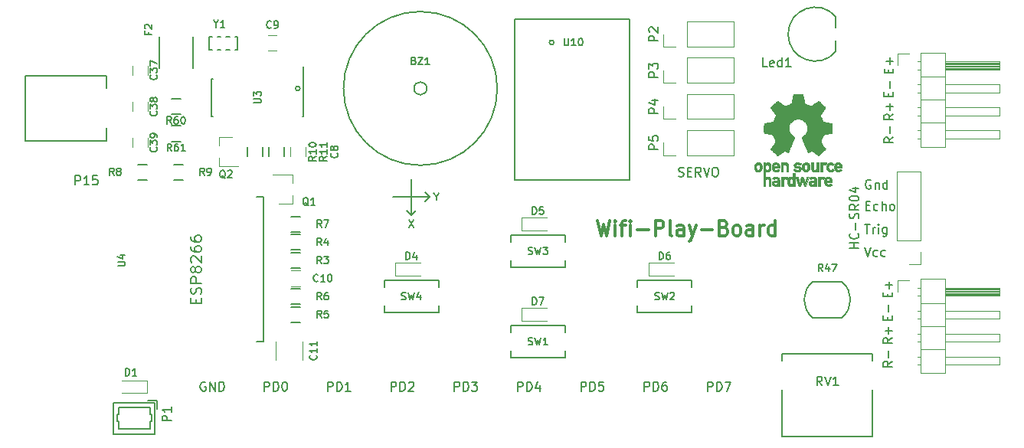
<source format=gto>
G04 #@! TF.GenerationSoftware,KiCad,Pcbnew,no-vcs-found-5e5259b~58~ubuntu14.04.1*
G04 #@! TF.CreationDate,2017-03-12T23:03:18+01:00*
G04 #@! TF.ProjectId,Wifi_PB,576966695F50422E6B696361645F7063,V0.1*
G04 #@! TF.FileFunction,Legend,Top*
G04 #@! TF.FilePolarity,Positive*
%FSLAX46Y46*%
G04 Gerber Fmt 4.6, Leading zero omitted, Abs format (unit mm)*
G04 Created by KiCad (PCBNEW no-vcs-found-5e5259b~58~ubuntu14.04.1) date Sun Mar 12 23:03:18 2017*
%MOMM*%
%LPD*%
G01*
G04 APERTURE LIST*
%ADD10C,0.100000*%
%ADD11C,0.200000*%
%ADD12C,0.150000*%
%ADD13C,0.300000*%
%ADD14C,0.152400*%
%ADD15C,0.010000*%
%ADD16C,0.120000*%
G04 APERTURE END LIST*
D10*
D11*
X71174285Y-69744285D02*
X71174285Y-69344285D01*
X71802857Y-69172857D02*
X71802857Y-69744285D01*
X70602857Y-69744285D01*
X70602857Y-69172857D01*
X71745714Y-68715714D02*
X71802857Y-68544285D01*
X71802857Y-68258571D01*
X71745714Y-68144285D01*
X71688571Y-68087142D01*
X71574285Y-68030000D01*
X71460000Y-68030000D01*
X71345714Y-68087142D01*
X71288571Y-68144285D01*
X71231428Y-68258571D01*
X71174285Y-68487142D01*
X71117142Y-68601428D01*
X71060000Y-68658571D01*
X70945714Y-68715714D01*
X70831428Y-68715714D01*
X70717142Y-68658571D01*
X70660000Y-68601428D01*
X70602857Y-68487142D01*
X70602857Y-68201428D01*
X70660000Y-68030000D01*
X71802857Y-67515714D02*
X70602857Y-67515714D01*
X70602857Y-67058571D01*
X70660000Y-66944285D01*
X70717142Y-66887142D01*
X70831428Y-66830000D01*
X71002857Y-66830000D01*
X71117142Y-66887142D01*
X71174285Y-66944285D01*
X71231428Y-67058571D01*
X71231428Y-67515714D01*
X71117142Y-66144285D02*
X71060000Y-66258571D01*
X71002857Y-66315714D01*
X70888571Y-66372857D01*
X70831428Y-66372857D01*
X70717142Y-66315714D01*
X70660000Y-66258571D01*
X70602857Y-66144285D01*
X70602857Y-65915714D01*
X70660000Y-65801428D01*
X70717142Y-65744285D01*
X70831428Y-65687142D01*
X70888571Y-65687142D01*
X71002857Y-65744285D01*
X71060000Y-65801428D01*
X71117142Y-65915714D01*
X71117142Y-66144285D01*
X71174285Y-66258571D01*
X71231428Y-66315714D01*
X71345714Y-66372857D01*
X71574285Y-66372857D01*
X71688571Y-66315714D01*
X71745714Y-66258571D01*
X71802857Y-66144285D01*
X71802857Y-65915714D01*
X71745714Y-65801428D01*
X71688571Y-65744285D01*
X71574285Y-65687142D01*
X71345714Y-65687142D01*
X71231428Y-65744285D01*
X71174285Y-65801428D01*
X71117142Y-65915714D01*
X70717142Y-65230000D02*
X70660000Y-65172857D01*
X70602857Y-65058571D01*
X70602857Y-64772857D01*
X70660000Y-64658571D01*
X70717142Y-64601428D01*
X70831428Y-64544285D01*
X70945714Y-64544285D01*
X71117142Y-64601428D01*
X71802857Y-65287142D01*
X71802857Y-64544285D01*
X70602857Y-63515714D02*
X70602857Y-63744285D01*
X70660000Y-63858571D01*
X70717142Y-63915714D01*
X70888571Y-64030000D01*
X71117142Y-64087142D01*
X71574285Y-64087142D01*
X71688571Y-64030000D01*
X71745714Y-63972857D01*
X71802857Y-63858571D01*
X71802857Y-63630000D01*
X71745714Y-63515714D01*
X71688571Y-63458571D01*
X71574285Y-63401428D01*
X71288571Y-63401428D01*
X71174285Y-63458571D01*
X71117142Y-63515714D01*
X71060000Y-63630000D01*
X71060000Y-63858571D01*
X71117142Y-63972857D01*
X71174285Y-64030000D01*
X71288571Y-64087142D01*
X70602857Y-62372857D02*
X70602857Y-62601428D01*
X70660000Y-62715714D01*
X70717142Y-62772857D01*
X70888571Y-62887142D01*
X71117142Y-62944285D01*
X71574285Y-62944285D01*
X71688571Y-62887142D01*
X71745714Y-62830000D01*
X71802857Y-62715714D01*
X71802857Y-62487142D01*
X71745714Y-62372857D01*
X71688571Y-62315714D01*
X71574285Y-62258571D01*
X71288571Y-62258571D01*
X71174285Y-62315714D01*
X71117142Y-62372857D01*
X71060000Y-62487142D01*
X71060000Y-62715714D01*
X71117142Y-62830000D01*
X71174285Y-62887142D01*
X71288571Y-62944285D01*
D12*
X94733333Y-60561904D02*
X95266666Y-61361904D01*
X95266666Y-60561904D02*
X94733333Y-61361904D01*
X97750000Y-57980952D02*
X97750000Y-58361904D01*
X97483333Y-57561904D02*
X97750000Y-57980952D01*
X98016666Y-57561904D01*
D11*
X95000000Y-60000000D02*
X94500000Y-59500000D01*
X95000000Y-60000000D02*
X95500000Y-59500000D01*
X96500000Y-58500000D02*
X96500000Y-58500000D01*
X97000000Y-58000000D02*
X96500000Y-58500000D01*
X97000000Y-58000000D02*
X96500000Y-57500000D01*
X93000000Y-58000000D02*
X97000000Y-58000000D01*
X95000000Y-56000000D02*
X95000000Y-60000000D01*
D12*
X144452380Y-63633333D02*
X143452380Y-63633333D01*
X143928571Y-63633333D02*
X143928571Y-63061904D01*
X144452380Y-63061904D02*
X143452380Y-63061904D01*
X144357142Y-62014285D02*
X144404761Y-62061904D01*
X144452380Y-62204761D01*
X144452380Y-62300000D01*
X144404761Y-62442857D01*
X144309523Y-62538095D01*
X144214285Y-62585714D01*
X144023809Y-62633333D01*
X143880952Y-62633333D01*
X143690476Y-62585714D01*
X143595238Y-62538095D01*
X143500000Y-62442857D01*
X143452380Y-62300000D01*
X143452380Y-62204761D01*
X143500000Y-62061904D01*
X143547619Y-62014285D01*
X144071428Y-61585714D02*
X144071428Y-60823809D01*
X144404761Y-60395238D02*
X144452380Y-60252380D01*
X144452380Y-60014285D01*
X144404761Y-59919047D01*
X144357142Y-59871428D01*
X144261904Y-59823809D01*
X144166666Y-59823809D01*
X144071428Y-59871428D01*
X144023809Y-59919047D01*
X143976190Y-60014285D01*
X143928571Y-60204761D01*
X143880952Y-60300000D01*
X143833333Y-60347619D01*
X143738095Y-60395238D01*
X143642857Y-60395238D01*
X143547619Y-60347619D01*
X143500000Y-60300000D01*
X143452380Y-60204761D01*
X143452380Y-59966666D01*
X143500000Y-59823809D01*
X144452380Y-58823809D02*
X143976190Y-59157142D01*
X144452380Y-59395238D02*
X143452380Y-59395238D01*
X143452380Y-59014285D01*
X143500000Y-58919047D01*
X143547619Y-58871428D01*
X143642857Y-58823809D01*
X143785714Y-58823809D01*
X143880952Y-58871428D01*
X143928571Y-58919047D01*
X143976190Y-59014285D01*
X143976190Y-59395238D01*
X143452380Y-58204761D02*
X143452380Y-58109523D01*
X143500000Y-58014285D01*
X143547619Y-57966666D01*
X143642857Y-57919047D01*
X143833333Y-57871428D01*
X144071428Y-57871428D01*
X144261904Y-57919047D01*
X144357142Y-57966666D01*
X144404761Y-58014285D01*
X144452380Y-58109523D01*
X144452380Y-58204761D01*
X144404761Y-58300000D01*
X144357142Y-58347619D01*
X144261904Y-58395238D01*
X144071428Y-58442857D01*
X143833333Y-58442857D01*
X143642857Y-58395238D01*
X143547619Y-58347619D01*
X143500000Y-58300000D01*
X143452380Y-58204761D01*
X143785714Y-57014285D02*
X144452380Y-57014285D01*
X143404761Y-57252380D02*
X144119047Y-57490476D01*
X144119047Y-56871428D01*
X127761904Y-79452380D02*
X127761904Y-78452380D01*
X128142857Y-78452380D01*
X128238095Y-78500000D01*
X128285714Y-78547619D01*
X128333333Y-78642857D01*
X128333333Y-78785714D01*
X128285714Y-78880952D01*
X128238095Y-78928571D01*
X128142857Y-78976190D01*
X127761904Y-78976190D01*
X128761904Y-79452380D02*
X128761904Y-78452380D01*
X129000000Y-78452380D01*
X129142857Y-78500000D01*
X129238095Y-78595238D01*
X129285714Y-78690476D01*
X129333333Y-78880952D01*
X129333333Y-79023809D01*
X129285714Y-79214285D01*
X129238095Y-79309523D01*
X129142857Y-79404761D01*
X129000000Y-79452380D01*
X128761904Y-79452380D01*
X129666666Y-78452380D02*
X130333333Y-78452380D01*
X129904761Y-79452380D01*
X120761904Y-79452380D02*
X120761904Y-78452380D01*
X121142857Y-78452380D01*
X121238095Y-78500000D01*
X121285714Y-78547619D01*
X121333333Y-78642857D01*
X121333333Y-78785714D01*
X121285714Y-78880952D01*
X121238095Y-78928571D01*
X121142857Y-78976190D01*
X120761904Y-78976190D01*
X121761904Y-79452380D02*
X121761904Y-78452380D01*
X122000000Y-78452380D01*
X122142857Y-78500000D01*
X122238095Y-78595238D01*
X122285714Y-78690476D01*
X122333333Y-78880952D01*
X122333333Y-79023809D01*
X122285714Y-79214285D01*
X122238095Y-79309523D01*
X122142857Y-79404761D01*
X122000000Y-79452380D01*
X121761904Y-79452380D01*
X123190476Y-78452380D02*
X123000000Y-78452380D01*
X122904761Y-78500000D01*
X122857142Y-78547619D01*
X122761904Y-78690476D01*
X122714285Y-78880952D01*
X122714285Y-79261904D01*
X122761904Y-79357142D01*
X122809523Y-79404761D01*
X122904761Y-79452380D01*
X123095238Y-79452380D01*
X123190476Y-79404761D01*
X123238095Y-79357142D01*
X123285714Y-79261904D01*
X123285714Y-79023809D01*
X123238095Y-78928571D01*
X123190476Y-78880952D01*
X123095238Y-78833333D01*
X122904761Y-78833333D01*
X122809523Y-78880952D01*
X122761904Y-78928571D01*
X122714285Y-79023809D01*
X113761904Y-79452380D02*
X113761904Y-78452380D01*
X114142857Y-78452380D01*
X114238095Y-78500000D01*
X114285714Y-78547619D01*
X114333333Y-78642857D01*
X114333333Y-78785714D01*
X114285714Y-78880952D01*
X114238095Y-78928571D01*
X114142857Y-78976190D01*
X113761904Y-78976190D01*
X114761904Y-79452380D02*
X114761904Y-78452380D01*
X115000000Y-78452380D01*
X115142857Y-78500000D01*
X115238095Y-78595238D01*
X115285714Y-78690476D01*
X115333333Y-78880952D01*
X115333333Y-79023809D01*
X115285714Y-79214285D01*
X115238095Y-79309523D01*
X115142857Y-79404761D01*
X115000000Y-79452380D01*
X114761904Y-79452380D01*
X116238095Y-78452380D02*
X115761904Y-78452380D01*
X115714285Y-78928571D01*
X115761904Y-78880952D01*
X115857142Y-78833333D01*
X116095238Y-78833333D01*
X116190476Y-78880952D01*
X116238095Y-78928571D01*
X116285714Y-79023809D01*
X116285714Y-79261904D01*
X116238095Y-79357142D01*
X116190476Y-79404761D01*
X116095238Y-79452380D01*
X115857142Y-79452380D01*
X115761904Y-79404761D01*
X115714285Y-79357142D01*
X106761904Y-79452380D02*
X106761904Y-78452380D01*
X107142857Y-78452380D01*
X107238095Y-78500000D01*
X107285714Y-78547619D01*
X107333333Y-78642857D01*
X107333333Y-78785714D01*
X107285714Y-78880952D01*
X107238095Y-78928571D01*
X107142857Y-78976190D01*
X106761904Y-78976190D01*
X107761904Y-79452380D02*
X107761904Y-78452380D01*
X108000000Y-78452380D01*
X108142857Y-78500000D01*
X108238095Y-78595238D01*
X108285714Y-78690476D01*
X108333333Y-78880952D01*
X108333333Y-79023809D01*
X108285714Y-79214285D01*
X108238095Y-79309523D01*
X108142857Y-79404761D01*
X108000000Y-79452380D01*
X107761904Y-79452380D01*
X109190476Y-78785714D02*
X109190476Y-79452380D01*
X108952380Y-78404761D02*
X108714285Y-79119047D01*
X109333333Y-79119047D01*
X99761904Y-79452380D02*
X99761904Y-78452380D01*
X100142857Y-78452380D01*
X100238095Y-78500000D01*
X100285714Y-78547619D01*
X100333333Y-78642857D01*
X100333333Y-78785714D01*
X100285714Y-78880952D01*
X100238095Y-78928571D01*
X100142857Y-78976190D01*
X99761904Y-78976190D01*
X100761904Y-79452380D02*
X100761904Y-78452380D01*
X101000000Y-78452380D01*
X101142857Y-78500000D01*
X101238095Y-78595238D01*
X101285714Y-78690476D01*
X101333333Y-78880952D01*
X101333333Y-79023809D01*
X101285714Y-79214285D01*
X101238095Y-79309523D01*
X101142857Y-79404761D01*
X101000000Y-79452380D01*
X100761904Y-79452380D01*
X101666666Y-78452380D02*
X102285714Y-78452380D01*
X101952380Y-78833333D01*
X102095238Y-78833333D01*
X102190476Y-78880952D01*
X102238095Y-78928571D01*
X102285714Y-79023809D01*
X102285714Y-79261904D01*
X102238095Y-79357142D01*
X102190476Y-79404761D01*
X102095238Y-79452380D01*
X101809523Y-79452380D01*
X101714285Y-79404761D01*
X101666666Y-79357142D01*
X92761904Y-79452380D02*
X92761904Y-78452380D01*
X93142857Y-78452380D01*
X93238095Y-78500000D01*
X93285714Y-78547619D01*
X93333333Y-78642857D01*
X93333333Y-78785714D01*
X93285714Y-78880952D01*
X93238095Y-78928571D01*
X93142857Y-78976190D01*
X92761904Y-78976190D01*
X93761904Y-79452380D02*
X93761904Y-78452380D01*
X94000000Y-78452380D01*
X94142857Y-78500000D01*
X94238095Y-78595238D01*
X94285714Y-78690476D01*
X94333333Y-78880952D01*
X94333333Y-79023809D01*
X94285714Y-79214285D01*
X94238095Y-79309523D01*
X94142857Y-79404761D01*
X94000000Y-79452380D01*
X93761904Y-79452380D01*
X94714285Y-78547619D02*
X94761904Y-78500000D01*
X94857142Y-78452380D01*
X95095238Y-78452380D01*
X95190476Y-78500000D01*
X95238095Y-78547619D01*
X95285714Y-78642857D01*
X95285714Y-78738095D01*
X95238095Y-78880952D01*
X94666666Y-79452380D01*
X95285714Y-79452380D01*
X85761904Y-79452380D02*
X85761904Y-78452380D01*
X86142857Y-78452380D01*
X86238095Y-78500000D01*
X86285714Y-78547619D01*
X86333333Y-78642857D01*
X86333333Y-78785714D01*
X86285714Y-78880952D01*
X86238095Y-78928571D01*
X86142857Y-78976190D01*
X85761904Y-78976190D01*
X86761904Y-79452380D02*
X86761904Y-78452380D01*
X87000000Y-78452380D01*
X87142857Y-78500000D01*
X87238095Y-78595238D01*
X87285714Y-78690476D01*
X87333333Y-78880952D01*
X87333333Y-79023809D01*
X87285714Y-79214285D01*
X87238095Y-79309523D01*
X87142857Y-79404761D01*
X87000000Y-79452380D01*
X86761904Y-79452380D01*
X88285714Y-79452380D02*
X87714285Y-79452380D01*
X88000000Y-79452380D02*
X88000000Y-78452380D01*
X87904761Y-78595238D01*
X87809523Y-78690476D01*
X87714285Y-78738095D01*
X78761904Y-79452380D02*
X78761904Y-78452380D01*
X79142857Y-78452380D01*
X79238095Y-78500000D01*
X79285714Y-78547619D01*
X79333333Y-78642857D01*
X79333333Y-78785714D01*
X79285714Y-78880952D01*
X79238095Y-78928571D01*
X79142857Y-78976190D01*
X78761904Y-78976190D01*
X79761904Y-79452380D02*
X79761904Y-78452380D01*
X80000000Y-78452380D01*
X80142857Y-78500000D01*
X80238095Y-78595238D01*
X80285714Y-78690476D01*
X80333333Y-78880952D01*
X80333333Y-79023809D01*
X80285714Y-79214285D01*
X80238095Y-79309523D01*
X80142857Y-79404761D01*
X80000000Y-79452380D01*
X79761904Y-79452380D01*
X80952380Y-78452380D02*
X81047619Y-78452380D01*
X81142857Y-78500000D01*
X81190476Y-78547619D01*
X81238095Y-78642857D01*
X81285714Y-78833333D01*
X81285714Y-79071428D01*
X81238095Y-79261904D01*
X81190476Y-79357142D01*
X81142857Y-79404761D01*
X81047619Y-79452380D01*
X80952380Y-79452380D01*
X80857142Y-79404761D01*
X80809523Y-79357142D01*
X80761904Y-79261904D01*
X80714285Y-79071428D01*
X80714285Y-78833333D01*
X80761904Y-78642857D01*
X80809523Y-78547619D01*
X80857142Y-78500000D01*
X80952380Y-78452380D01*
X72238095Y-78500000D02*
X72142857Y-78452380D01*
X72000000Y-78452380D01*
X71857142Y-78500000D01*
X71761904Y-78595238D01*
X71714285Y-78690476D01*
X71666666Y-78880952D01*
X71666666Y-79023809D01*
X71714285Y-79214285D01*
X71761904Y-79309523D01*
X71857142Y-79404761D01*
X72000000Y-79452380D01*
X72095238Y-79452380D01*
X72238095Y-79404761D01*
X72285714Y-79357142D01*
X72285714Y-79023809D01*
X72095238Y-79023809D01*
X72714285Y-79452380D02*
X72714285Y-78452380D01*
X73285714Y-79452380D01*
X73285714Y-78452380D01*
X73761904Y-79452380D02*
X73761904Y-78452380D01*
X74000000Y-78452380D01*
X74142857Y-78500000D01*
X74238095Y-78595238D01*
X74285714Y-78690476D01*
X74333333Y-78880952D01*
X74333333Y-79023809D01*
X74285714Y-79214285D01*
X74238095Y-79309523D01*
X74142857Y-79404761D01*
X74000000Y-79452380D01*
X73761904Y-79452380D01*
X145119523Y-63572380D02*
X145452857Y-64572380D01*
X145786190Y-63572380D01*
X146548095Y-64524761D02*
X146452857Y-64572380D01*
X146262380Y-64572380D01*
X146167142Y-64524761D01*
X146119523Y-64477142D01*
X146071904Y-64381904D01*
X146071904Y-64096190D01*
X146119523Y-64000952D01*
X146167142Y-63953333D01*
X146262380Y-63905714D01*
X146452857Y-63905714D01*
X146548095Y-63953333D01*
X147405238Y-64524761D02*
X147310000Y-64572380D01*
X147119523Y-64572380D01*
X147024285Y-64524761D01*
X146976666Y-64477142D01*
X146929047Y-64381904D01*
X146929047Y-64096190D01*
X146976666Y-64000952D01*
X147024285Y-63953333D01*
X147119523Y-63905714D01*
X147310000Y-63905714D01*
X147405238Y-63953333D01*
X145119523Y-61022380D02*
X145690952Y-61022380D01*
X145405238Y-62022380D02*
X145405238Y-61022380D01*
X146024285Y-62022380D02*
X146024285Y-61355714D01*
X146024285Y-61546190D02*
X146071904Y-61450952D01*
X146119523Y-61403333D01*
X146214761Y-61355714D01*
X146309999Y-61355714D01*
X146643333Y-62022380D02*
X146643333Y-61355714D01*
X146643333Y-61022380D02*
X146595714Y-61070000D01*
X146643333Y-61117619D01*
X146690952Y-61070000D01*
X146643333Y-61022380D01*
X146643333Y-61117619D01*
X147548095Y-61355714D02*
X147548095Y-62165238D01*
X147500476Y-62260476D01*
X147452857Y-62308095D01*
X147357618Y-62355714D01*
X147214761Y-62355714D01*
X147119523Y-62308095D01*
X147548095Y-61974761D02*
X147452857Y-62022380D01*
X147262380Y-62022380D01*
X147167142Y-61974761D01*
X147119523Y-61927142D01*
X147071904Y-61831904D01*
X147071904Y-61546190D01*
X147119523Y-61450952D01*
X147167142Y-61403333D01*
X147262380Y-61355714D01*
X147452857Y-61355714D01*
X147548095Y-61403333D01*
X145262380Y-58958571D02*
X145595714Y-58958571D01*
X145738571Y-59482380D02*
X145262380Y-59482380D01*
X145262380Y-58482380D01*
X145738571Y-58482380D01*
X146595714Y-59434761D02*
X146500476Y-59482380D01*
X146310000Y-59482380D01*
X146214761Y-59434761D01*
X146167142Y-59387142D01*
X146119523Y-59291904D01*
X146119523Y-59006190D01*
X146167142Y-58910952D01*
X146214761Y-58863333D01*
X146310000Y-58815714D01*
X146500476Y-58815714D01*
X146595714Y-58863333D01*
X147024285Y-59482380D02*
X147024285Y-58482380D01*
X147452857Y-59482380D02*
X147452857Y-58958571D01*
X147405238Y-58863333D01*
X147310000Y-58815714D01*
X147167142Y-58815714D01*
X147071904Y-58863333D01*
X147024285Y-58910952D01*
X148071904Y-59482380D02*
X147976666Y-59434761D01*
X147929047Y-59387142D01*
X147881428Y-59291904D01*
X147881428Y-59006190D01*
X147929047Y-58910952D01*
X147976666Y-58863333D01*
X148071904Y-58815714D01*
X148214761Y-58815714D01*
X148310000Y-58863333D01*
X148357619Y-58910952D01*
X148405238Y-59006190D01*
X148405238Y-59291904D01*
X148357619Y-59387142D01*
X148310000Y-59434761D01*
X148214761Y-59482380D01*
X148071904Y-59482380D01*
X145786190Y-56150000D02*
X145690952Y-56102380D01*
X145548095Y-56102380D01*
X145405238Y-56150000D01*
X145310000Y-56245238D01*
X145262381Y-56340476D01*
X145214762Y-56530952D01*
X145214762Y-56673809D01*
X145262381Y-56864285D01*
X145310000Y-56959523D01*
X145405238Y-57054761D01*
X145548095Y-57102380D01*
X145643333Y-57102380D01*
X145786190Y-57054761D01*
X145833809Y-57007142D01*
X145833809Y-56673809D01*
X145643333Y-56673809D01*
X146262381Y-56435714D02*
X146262381Y-57102380D01*
X146262381Y-56530952D02*
X146310000Y-56483333D01*
X146405238Y-56435714D01*
X146548095Y-56435714D01*
X146643333Y-56483333D01*
X146690952Y-56578571D01*
X146690952Y-57102380D01*
X147595714Y-57102380D02*
X147595714Y-56102380D01*
X147595714Y-57054761D02*
X147500476Y-57102380D01*
X147310000Y-57102380D01*
X147214762Y-57054761D01*
X147167143Y-57007142D01*
X147119524Y-56911904D01*
X147119524Y-56626190D01*
X147167143Y-56530952D01*
X147214762Y-56483333D01*
X147310000Y-56435714D01*
X147500476Y-56435714D01*
X147595714Y-56483333D01*
X147648571Y-69033333D02*
X147648571Y-68700000D01*
X148172380Y-68557142D02*
X148172380Y-69033333D01*
X147172380Y-69033333D01*
X147172380Y-68557142D01*
X147791428Y-68128571D02*
X147791428Y-67366666D01*
X148172380Y-67747619D02*
X147410476Y-67747619D01*
X147638571Y-71603333D02*
X147638571Y-71270000D01*
X148162380Y-71127142D02*
X148162380Y-71603333D01*
X147162380Y-71603333D01*
X147162380Y-71127142D01*
X147781428Y-70698571D02*
X147781428Y-69936666D01*
X148152380Y-76169523D02*
X147676190Y-76502857D01*
X148152380Y-76740952D02*
X147152380Y-76740952D01*
X147152380Y-76360000D01*
X147200000Y-76264761D01*
X147247619Y-76217142D01*
X147342857Y-76169523D01*
X147485714Y-76169523D01*
X147580952Y-76217142D01*
X147628571Y-76264761D01*
X147676190Y-76360000D01*
X147676190Y-76740952D01*
X147771428Y-75740952D02*
X147771428Y-74979047D01*
X148162380Y-73589523D02*
X147686190Y-73922857D01*
X148162380Y-74160952D02*
X147162380Y-74160952D01*
X147162380Y-73780000D01*
X147210000Y-73684761D01*
X147257619Y-73637142D01*
X147352857Y-73589523D01*
X147495714Y-73589523D01*
X147590952Y-73637142D01*
X147638571Y-73684761D01*
X147686190Y-73780000D01*
X147686190Y-74160952D01*
X147781428Y-73160952D02*
X147781428Y-72399047D01*
X148162380Y-72780000D02*
X147400476Y-72780000D01*
X148262380Y-51419523D02*
X147786190Y-51752857D01*
X148262380Y-51990952D02*
X147262380Y-51990952D01*
X147262380Y-51610000D01*
X147310000Y-51514761D01*
X147357619Y-51467142D01*
X147452857Y-51419523D01*
X147595714Y-51419523D01*
X147690952Y-51467142D01*
X147738571Y-51514761D01*
X147786190Y-51610000D01*
X147786190Y-51990952D01*
X147881428Y-50990952D02*
X147881428Y-50229047D01*
X148272380Y-48839523D02*
X147796190Y-49172857D01*
X148272380Y-49410952D02*
X147272380Y-49410952D01*
X147272380Y-49030000D01*
X147320000Y-48934761D01*
X147367619Y-48887142D01*
X147462857Y-48839523D01*
X147605714Y-48839523D01*
X147700952Y-48887142D01*
X147748571Y-48934761D01*
X147796190Y-49030000D01*
X147796190Y-49410952D01*
X147891428Y-48410952D02*
X147891428Y-47649047D01*
X148272380Y-48030000D02*
X147510476Y-48030000D01*
X147748571Y-46853333D02*
X147748571Y-46520000D01*
X148272380Y-46377142D02*
X148272380Y-46853333D01*
X147272380Y-46853333D01*
X147272380Y-46377142D01*
X147891428Y-45948571D02*
X147891428Y-45186666D01*
X147758571Y-44283333D02*
X147758571Y-43950000D01*
X148282380Y-43807142D02*
X148282380Y-44283333D01*
X147282380Y-44283333D01*
X147282380Y-43807142D01*
X147901428Y-43378571D02*
X147901428Y-42616666D01*
X148282380Y-42997619D02*
X147520476Y-42997619D01*
X124539523Y-55694761D02*
X124682380Y-55742380D01*
X124920476Y-55742380D01*
X125015714Y-55694761D01*
X125063333Y-55647142D01*
X125110952Y-55551904D01*
X125110952Y-55456666D01*
X125063333Y-55361428D01*
X125015714Y-55313809D01*
X124920476Y-55266190D01*
X124730000Y-55218571D01*
X124634761Y-55170952D01*
X124587142Y-55123333D01*
X124539523Y-55028095D01*
X124539523Y-54932857D01*
X124587142Y-54837619D01*
X124634761Y-54790000D01*
X124730000Y-54742380D01*
X124968095Y-54742380D01*
X125110952Y-54790000D01*
X125539523Y-55218571D02*
X125872857Y-55218571D01*
X126015714Y-55742380D02*
X125539523Y-55742380D01*
X125539523Y-54742380D01*
X126015714Y-54742380D01*
X127015714Y-55742380D02*
X126682380Y-55266190D01*
X126444285Y-55742380D02*
X126444285Y-54742380D01*
X126825238Y-54742380D01*
X126920476Y-54790000D01*
X126968095Y-54837619D01*
X127015714Y-54932857D01*
X127015714Y-55075714D01*
X126968095Y-55170952D01*
X126920476Y-55218571D01*
X126825238Y-55266190D01*
X126444285Y-55266190D01*
X127301428Y-54742380D02*
X127634761Y-55742380D01*
X127968095Y-54742380D01*
X128491904Y-54742380D02*
X128682380Y-54742380D01*
X128777619Y-54790000D01*
X128872857Y-54885238D01*
X128920476Y-55075714D01*
X128920476Y-55409047D01*
X128872857Y-55599523D01*
X128777619Y-55694761D01*
X128682380Y-55742380D01*
X128491904Y-55742380D01*
X128396666Y-55694761D01*
X128301428Y-55599523D01*
X128253809Y-55409047D01*
X128253809Y-55075714D01*
X128301428Y-54885238D01*
X128396666Y-54790000D01*
X128491904Y-54742380D01*
D13*
X115575238Y-60589047D02*
X115956190Y-62289047D01*
X116260952Y-61074761D01*
X116565714Y-62289047D01*
X116946666Y-60589047D01*
X117556190Y-62289047D02*
X117556190Y-61155714D01*
X117556190Y-60589047D02*
X117480000Y-60670000D01*
X117556190Y-60750952D01*
X117632380Y-60670000D01*
X117556190Y-60589047D01*
X117556190Y-60750952D01*
X118089523Y-61155714D02*
X118699047Y-61155714D01*
X118318095Y-62289047D02*
X118318095Y-60831904D01*
X118394285Y-60670000D01*
X118546666Y-60589047D01*
X118699047Y-60589047D01*
X119232380Y-62289047D02*
X119232380Y-61155714D01*
X119232380Y-60589047D02*
X119156190Y-60670000D01*
X119232380Y-60750952D01*
X119308571Y-60670000D01*
X119232380Y-60589047D01*
X119232380Y-60750952D01*
X119994285Y-61641428D02*
X121213333Y-61641428D01*
X121975238Y-62289047D02*
X121975238Y-60589047D01*
X122584761Y-60589047D01*
X122737142Y-60670000D01*
X122813333Y-60750952D01*
X122889523Y-60912857D01*
X122889523Y-61155714D01*
X122813333Y-61317619D01*
X122737142Y-61398571D01*
X122584761Y-61479523D01*
X121975238Y-61479523D01*
X123803809Y-62289047D02*
X123651428Y-62208095D01*
X123575238Y-62046190D01*
X123575238Y-60589047D01*
X125099047Y-62289047D02*
X125099047Y-61398571D01*
X125022857Y-61236666D01*
X124870476Y-61155714D01*
X124565714Y-61155714D01*
X124413333Y-61236666D01*
X125099047Y-62208095D02*
X124946666Y-62289047D01*
X124565714Y-62289047D01*
X124413333Y-62208095D01*
X124337142Y-62046190D01*
X124337142Y-61884285D01*
X124413333Y-61722380D01*
X124565714Y-61641428D01*
X124946666Y-61641428D01*
X125099047Y-61560476D01*
X125708571Y-61155714D02*
X126089523Y-62289047D01*
X126470476Y-61155714D02*
X126089523Y-62289047D01*
X125937142Y-62693809D01*
X125860952Y-62774761D01*
X125708571Y-62855714D01*
X127080000Y-61641428D02*
X128299047Y-61641428D01*
X129594285Y-61398571D02*
X129822857Y-61479523D01*
X129899047Y-61560476D01*
X129975238Y-61722380D01*
X129975238Y-61965238D01*
X129899047Y-62127142D01*
X129822857Y-62208095D01*
X129670476Y-62289047D01*
X129060952Y-62289047D01*
X129060952Y-60589047D01*
X129594285Y-60589047D01*
X129746666Y-60670000D01*
X129822857Y-60750952D01*
X129899047Y-60912857D01*
X129899047Y-61074761D01*
X129822857Y-61236666D01*
X129746666Y-61317619D01*
X129594285Y-61398571D01*
X129060952Y-61398571D01*
X130889523Y-62289047D02*
X130737142Y-62208095D01*
X130660952Y-62127142D01*
X130584761Y-61965238D01*
X130584761Y-61479523D01*
X130660952Y-61317619D01*
X130737142Y-61236666D01*
X130889523Y-61155714D01*
X131118095Y-61155714D01*
X131270476Y-61236666D01*
X131346666Y-61317619D01*
X131422857Y-61479523D01*
X131422857Y-61965238D01*
X131346666Y-62127142D01*
X131270476Y-62208095D01*
X131118095Y-62289047D01*
X130889523Y-62289047D01*
X132794285Y-62289047D02*
X132794285Y-61398571D01*
X132718095Y-61236666D01*
X132565714Y-61155714D01*
X132260952Y-61155714D01*
X132108571Y-61236666D01*
X132794285Y-62208095D02*
X132641904Y-62289047D01*
X132260952Y-62289047D01*
X132108571Y-62208095D01*
X132032380Y-62046190D01*
X132032380Y-61884285D01*
X132108571Y-61722380D01*
X132260952Y-61641428D01*
X132641904Y-61641428D01*
X132794285Y-61560476D01*
X133556190Y-62289047D02*
X133556190Y-61155714D01*
X133556190Y-61479523D02*
X133632380Y-61317619D01*
X133708571Y-61236666D01*
X133860952Y-61155714D01*
X134013333Y-61155714D01*
X135232380Y-62289047D02*
X135232380Y-60589047D01*
X135232380Y-62208095D02*
X135080000Y-62289047D01*
X134775238Y-62289047D01*
X134622857Y-62208095D01*
X134546666Y-62127142D01*
X134470476Y-61965238D01*
X134470476Y-61479523D01*
X134546666Y-61317619D01*
X134622857Y-61236666D01*
X134775238Y-61155714D01*
X135080000Y-61155714D01*
X135232380Y-61236666D01*
D14*
X119160000Y-38380000D02*
X106460000Y-38380000D01*
X119160000Y-56160000D02*
X119160000Y-38380000D01*
X106460000Y-56160000D02*
X119160000Y-56160000D01*
X106460000Y-38380000D02*
X106460000Y-56160000D01*
X110750000Y-40920000D02*
G75*
G03X110750000Y-40920000I-250000J0D01*
G01*
D12*
X83050000Y-44925000D02*
X83050000Y-43550000D01*
X72925000Y-44925000D02*
X72925000Y-49075000D01*
X83075000Y-44925000D02*
X83075000Y-49075000D01*
X72925000Y-44925000D02*
X73030000Y-44925000D01*
X72925000Y-49075000D02*
X73030000Y-49075000D01*
X83075000Y-49075000D02*
X82970000Y-49075000D01*
X83075000Y-44925000D02*
X83050000Y-44925000D01*
D14*
X82695000Y-46000000D02*
G75*
G03X82695000Y-46000000I-250000J0D01*
G01*
D15*
G36*
X138271033Y-46674925D02*
X138276367Y-46695183D01*
X138285612Y-46737382D01*
X138298161Y-46798467D01*
X138313408Y-46875380D01*
X138330749Y-46965069D01*
X138349576Y-47064477D01*
X138368639Y-47167050D01*
X138388396Y-47272548D01*
X138407447Y-47370907D01*
X138425165Y-47459138D01*
X138440925Y-47534253D01*
X138454099Y-47593266D01*
X138464061Y-47633189D01*
X138470106Y-47650915D01*
X138488849Y-47665509D01*
X138531550Y-47688433D01*
X138598176Y-47719673D01*
X138688695Y-47759212D01*
X138803074Y-47807036D01*
X138817203Y-47812840D01*
X138903724Y-47848025D01*
X138983256Y-47879803D01*
X139052581Y-47906933D01*
X139108484Y-47928174D01*
X139147749Y-47942287D01*
X139167159Y-47948031D01*
X139167992Y-47948100D01*
X139182820Y-47941115D01*
X139216117Y-47921204D01*
X139265493Y-47889927D01*
X139328555Y-47848846D01*
X139402911Y-47799524D01*
X139486169Y-47743521D01*
X139575937Y-47682400D01*
X139595917Y-47668699D01*
X139687827Y-47606076D01*
X139773729Y-47548462D01*
X139851224Y-47497402D01*
X139917913Y-47454436D01*
X139971396Y-47421106D01*
X140009275Y-47398956D01*
X140029150Y-47389527D01*
X140030613Y-47389299D01*
X140045566Y-47396376D01*
X140073689Y-47418057D01*
X140115714Y-47455023D01*
X140172372Y-47507953D01*
X140244394Y-47577525D01*
X140332510Y-47664420D01*
X140410980Y-47742751D01*
X140499867Y-47831947D01*
X140572341Y-47905032D01*
X140629991Y-47963813D01*
X140674407Y-48010096D01*
X140707178Y-48045687D01*
X140729896Y-48072393D01*
X140744149Y-48092020D01*
X140751527Y-48106374D01*
X140753621Y-48117261D01*
X140752021Y-48126489D01*
X140751079Y-48129146D01*
X140741201Y-48146896D01*
X140718568Y-48182986D01*
X140684871Y-48234863D01*
X140641800Y-48299971D01*
X140591045Y-48375758D01*
X140534294Y-48459671D01*
X140473239Y-48549154D01*
X140471177Y-48552163D01*
X140410604Y-48641009D01*
X140354838Y-48723726D01*
X140305470Y-48797881D01*
X140264093Y-48861043D01*
X140232299Y-48910779D01*
X140211681Y-48944657D01*
X140203830Y-48960246D01*
X140203800Y-48960568D01*
X140208876Y-48980168D01*
X140223029Y-49019120D01*
X140244643Y-49073736D01*
X140272105Y-49140328D01*
X140303798Y-49215207D01*
X140338109Y-49294685D01*
X140373422Y-49375074D01*
X140408123Y-49452686D01*
X140440597Y-49523832D01*
X140469230Y-49584823D01*
X140492405Y-49631973D01*
X140508510Y-49661592D01*
X140514168Y-49669473D01*
X140526564Y-49677573D01*
X140548179Y-49686249D01*
X140581344Y-49696037D01*
X140628394Y-49707475D01*
X140691661Y-49721100D01*
X140773477Y-49737449D01*
X140876177Y-49757058D01*
X140972950Y-49775086D01*
X141100697Y-49798748D01*
X141205735Y-49818366D01*
X141290341Y-49834473D01*
X141356794Y-49847596D01*
X141407368Y-49858266D01*
X141444342Y-49867013D01*
X141469991Y-49874367D01*
X141486593Y-49880857D01*
X141496425Y-49887014D01*
X141501763Y-49893366D01*
X141504244Y-49898726D01*
X141505967Y-49915568D01*
X141507555Y-49954890D01*
X141508963Y-50013771D01*
X141510146Y-50089290D01*
X141511059Y-50178527D01*
X141511657Y-50278561D01*
X141511897Y-50386473D01*
X141511900Y-50398831D01*
X141511820Y-50522764D01*
X141511510Y-50623791D01*
X141510859Y-50704405D01*
X141509757Y-50767100D01*
X141508095Y-50814369D01*
X141505763Y-50848707D01*
X141502651Y-50872607D01*
X141498651Y-50888562D01*
X141493652Y-50899066D01*
X141489675Y-50904312D01*
X141479754Y-50911849D01*
X141461611Y-50919823D01*
X141432947Y-50928757D01*
X141391460Y-50939177D01*
X141334851Y-50951610D01*
X141260820Y-50966579D01*
X141167065Y-50984611D01*
X141051287Y-51006232D01*
X141010518Y-51013753D01*
X140881337Y-51037817D01*
X140775472Y-51058202D01*
X140691166Y-51075297D01*
X140626663Y-51089495D01*
X140580206Y-51101184D01*
X140550041Y-51110757D01*
X140534409Y-51118604D01*
X140532864Y-51120009D01*
X140522013Y-51138297D01*
X140503995Y-51176266D01*
X140480205Y-51230379D01*
X140452041Y-51297095D01*
X140420897Y-51372875D01*
X140388171Y-51454180D01*
X140355259Y-51537471D01*
X140323557Y-51619209D01*
X140294460Y-51695855D01*
X140269366Y-51763869D01*
X140249671Y-51819713D01*
X140236770Y-51859847D01*
X140232061Y-51880732D01*
X140232187Y-51882163D01*
X140240535Y-51897453D01*
X140261663Y-51931091D01*
X140293892Y-51980545D01*
X140335543Y-52043282D01*
X140384934Y-52116769D01*
X140440386Y-52198474D01*
X140493030Y-52275404D01*
X140552593Y-52362515D01*
X140607702Y-52443877D01*
X140656651Y-52516914D01*
X140697736Y-52579050D01*
X140729251Y-52627709D01*
X140749493Y-52660315D01*
X140756612Y-52673640D01*
X140756511Y-52682874D01*
X140750377Y-52696495D01*
X140736694Y-52716179D01*
X140713948Y-52743601D01*
X140680624Y-52780434D01*
X140635207Y-52828353D01*
X140576183Y-52889033D01*
X140502038Y-52964148D01*
X140411765Y-53054861D01*
X140309005Y-53157187D01*
X140221827Y-53242557D01*
X140150562Y-53310666D01*
X140095538Y-53361205D01*
X140057083Y-53393867D01*
X140035526Y-53408346D01*
X140032521Y-53409100D01*
X140016399Y-53402109D01*
X139981962Y-53382220D01*
X139931737Y-53351054D01*
X139868247Y-53310234D01*
X139794020Y-53261383D01*
X139711579Y-53206124D01*
X139627010Y-53148523D01*
X139522243Y-53076936D01*
X139436369Y-53019021D01*
X139367617Y-52973679D01*
X139314218Y-52939811D01*
X139274401Y-52916317D01*
X139246398Y-52902098D01*
X139228437Y-52896054D01*
X139220741Y-52896144D01*
X139199946Y-52905018D01*
X139161915Y-52923484D01*
X139111724Y-52948999D01*
X139054453Y-52979022D01*
X139043470Y-52984876D01*
X138973682Y-53022009D01*
X138922754Y-53048189D01*
X138887175Y-53064490D01*
X138863431Y-53071984D01*
X138848012Y-53071745D01*
X138837405Y-53064846D01*
X138828098Y-53052359D01*
X138827177Y-53050956D01*
X138816806Y-53030764D01*
X138798206Y-52989875D01*
X138772343Y-52930659D01*
X138740186Y-52855485D01*
X138702703Y-52766723D01*
X138660864Y-52666741D01*
X138615634Y-52557910D01*
X138567984Y-52442597D01*
X138518882Y-52323174D01*
X138469295Y-52202008D01*
X138420191Y-52081470D01*
X138372540Y-51963928D01*
X138327309Y-51851753D01*
X138285467Y-51747313D01*
X138247982Y-51652977D01*
X138215822Y-51571115D01*
X138189955Y-51504097D01*
X138171350Y-51454291D01*
X138160975Y-51424067D01*
X138159100Y-51416174D01*
X138164530Y-51387982D01*
X138184728Y-51365072D01*
X138206725Y-51350275D01*
X138356989Y-51246579D01*
X138485209Y-51131451D01*
X138591045Y-51005451D01*
X138674159Y-50869143D01*
X138734213Y-50723087D01*
X138770867Y-50567846D01*
X138783783Y-50403982D01*
X138783793Y-50392850D01*
X138770939Y-50232594D01*
X138734495Y-50079574D01*
X138675715Y-49935759D01*
X138595857Y-49803116D01*
X138496178Y-49683613D01*
X138377933Y-49579219D01*
X138242378Y-49491901D01*
X138192272Y-49466310D01*
X138092266Y-49422368D01*
X138001723Y-49392526D01*
X137911092Y-49374623D01*
X137810824Y-49366498D01*
X137746350Y-49365414D01*
X137636421Y-49368972D01*
X137541522Y-49381089D01*
X137452104Y-49403925D01*
X137358615Y-49439640D01*
X137300427Y-49466310D01*
X137159242Y-49547336D01*
X137034936Y-49646111D01*
X136928765Y-49760668D01*
X136841987Y-49889039D01*
X136775857Y-50029254D01*
X136731633Y-50179347D01*
X136710570Y-50337350D01*
X136708906Y-50392850D01*
X136720240Y-50557264D01*
X136755334Y-50713093D01*
X136813850Y-50859774D01*
X136895449Y-50996744D01*
X136999792Y-51123443D01*
X137126541Y-51239309D01*
X137275358Y-51343778D01*
X137285975Y-51350275D01*
X137318018Y-51373937D01*
X137331732Y-51397950D01*
X137333599Y-51416174D01*
X137328859Y-51432957D01*
X137315284Y-51470803D01*
X137293842Y-51527342D01*
X137265501Y-51600205D01*
X137231231Y-51687022D01*
X137191998Y-51785425D01*
X137148771Y-51893044D01*
X137102519Y-52007510D01*
X137054210Y-52126453D01*
X137004812Y-52247504D01*
X136955293Y-52368294D01*
X136906622Y-52486454D01*
X136859766Y-52599613D01*
X136815694Y-52705403D01*
X136775375Y-52801455D01*
X136739777Y-52885399D01*
X136709867Y-52954865D01*
X136686614Y-53007485D01*
X136670987Y-53040890D01*
X136665522Y-53050956D01*
X136656158Y-53063907D01*
X136645819Y-53071369D01*
X136630994Y-53072271D01*
X136608170Y-53065539D01*
X136573836Y-53050100D01*
X136524479Y-53024880D01*
X136456587Y-52988808D01*
X136449229Y-52984876D01*
X136391203Y-52954297D01*
X136339317Y-52927755D01*
X136298649Y-52907792D01*
X136274278Y-52896948D01*
X136271958Y-52896144D01*
X136260122Y-52896991D01*
X136239516Y-52905224D01*
X136208368Y-52921941D01*
X136164910Y-52948241D01*
X136107372Y-52985226D01*
X136033983Y-53033993D01*
X135942973Y-53095642D01*
X135865689Y-53148523D01*
X135777737Y-53208410D01*
X135695573Y-53263446D01*
X135621722Y-53312010D01*
X135558709Y-53352479D01*
X135509060Y-53383230D01*
X135475299Y-53402641D01*
X135460178Y-53409100D01*
X135443499Y-53399862D01*
X135409829Y-53372352D01*
X135359495Y-53326879D01*
X135292827Y-53263749D01*
X135210153Y-53183269D01*
X135111802Y-53085746D01*
X135080934Y-53054861D01*
X134990241Y-52963723D01*
X134916176Y-52888687D01*
X134857226Y-52828077D01*
X134811875Y-52780219D01*
X134778609Y-52743438D01*
X134755913Y-52716060D01*
X134742273Y-52696411D01*
X134736174Y-52682817D01*
X134736087Y-52673640D01*
X134745093Y-52657153D01*
X134766861Y-52622365D01*
X134799686Y-52571851D01*
X134841864Y-52508188D01*
X134891690Y-52433951D01*
X134947459Y-52351716D01*
X134999669Y-52275404D01*
X135059075Y-52188549D01*
X135113904Y-52107677D01*
X135162474Y-52035319D01*
X135203107Y-51974009D01*
X135234121Y-51926278D01*
X135253837Y-51894661D01*
X135260512Y-51882163D01*
X135257407Y-51865077D01*
X135245863Y-51828112D01*
X135227276Y-51774807D01*
X135203041Y-51708702D01*
X135174555Y-51633334D01*
X135143215Y-51552244D01*
X135110416Y-51468970D01*
X135077555Y-51387052D01*
X135046027Y-51310029D01*
X135017230Y-51241440D01*
X134992559Y-51184824D01*
X134973410Y-51143720D01*
X134961180Y-51121668D01*
X134959835Y-51120009D01*
X134946916Y-51112462D01*
X134919816Y-51103268D01*
X134876780Y-51092036D01*
X134816050Y-51078375D01*
X134735870Y-51061894D01*
X134634485Y-51042203D01*
X134510137Y-51018911D01*
X134482181Y-51013753D01*
X134359101Y-50990913D01*
X134258757Y-50971823D01*
X134178851Y-50955959D01*
X134117081Y-50942796D01*
X134071148Y-50931807D01*
X134038750Y-50922468D01*
X134017588Y-50914253D01*
X134005362Y-50906636D01*
X134003025Y-50904312D01*
X133997292Y-50896071D01*
X133992632Y-50884055D01*
X133988935Y-50865771D01*
X133986091Y-50838725D01*
X133983991Y-50800423D01*
X133982525Y-50748372D01*
X133981583Y-50680079D01*
X133981055Y-50593050D01*
X133980833Y-50484790D01*
X133980800Y-50398831D01*
X133980996Y-50290224D01*
X133981557Y-50189170D01*
X133982438Y-50098588D01*
X133983593Y-50021399D01*
X133984978Y-49960524D01*
X133986548Y-49918883D01*
X133988258Y-49899397D01*
X133988455Y-49898726D01*
X133991885Y-49891861D01*
X133998054Y-49885600D01*
X134009241Y-49879414D01*
X134027721Y-49872772D01*
X134055772Y-49865145D01*
X134095671Y-49856003D01*
X134149693Y-49844815D01*
X134220118Y-49831053D01*
X134309220Y-49814187D01*
X134419276Y-49793685D01*
X134519749Y-49775086D01*
X134640477Y-49752541D01*
X134738491Y-49733678D01*
X134816123Y-49717960D01*
X134875707Y-49704850D01*
X134919576Y-49693812D01*
X134950061Y-49684308D01*
X134969497Y-49675802D01*
X134978531Y-49669473D01*
X134989532Y-49652349D01*
X135008590Y-49615446D01*
X135034088Y-49562453D01*
X135064413Y-49497058D01*
X135097949Y-49422949D01*
X135133081Y-49343814D01*
X135168195Y-49263342D01*
X135201676Y-49185220D01*
X135231909Y-49113138D01*
X135257280Y-49050783D01*
X135276173Y-49001844D01*
X135286974Y-48970009D01*
X135288900Y-48960568D01*
X135281933Y-48946252D01*
X135262096Y-48913488D01*
X135230980Y-48864708D01*
X135190177Y-48802345D01*
X135141280Y-48728830D01*
X135085881Y-48646596D01*
X135025572Y-48558074D01*
X135021522Y-48552163D01*
X134960354Y-48462540D01*
X134903435Y-48378403D01*
X134852455Y-48302308D01*
X134809105Y-48236808D01*
X134775073Y-48184456D01*
X134752049Y-48147806D01*
X134741724Y-48129412D01*
X134741620Y-48129146D01*
X134739236Y-48120063D01*
X134740080Y-48109851D01*
X134745741Y-48096702D01*
X134757810Y-48078812D01*
X134777876Y-48054373D01*
X134807529Y-48021579D01*
X134848359Y-47978624D01*
X134901957Y-47923702D01*
X134969911Y-47855006D01*
X135053813Y-47770730D01*
X135081719Y-47742751D01*
X135182602Y-47642189D01*
X135266832Y-47559467D01*
X135335140Y-47493907D01*
X135388258Y-47444828D01*
X135426917Y-47411552D01*
X135451848Y-47393399D01*
X135462086Y-47389299D01*
X135478516Y-47396311D01*
X135513375Y-47416317D01*
X135564266Y-47447775D01*
X135628787Y-47489144D01*
X135704540Y-47538881D01*
X135789126Y-47595445D01*
X135880145Y-47657292D01*
X135896782Y-47668699D01*
X135987636Y-47730718D01*
X136072491Y-47787956D01*
X136148956Y-47838851D01*
X136214640Y-47881840D01*
X136267150Y-47915364D01*
X136304097Y-47937859D01*
X136323089Y-47947765D01*
X136324600Y-47948099D01*
X136343973Y-47943250D01*
X136382766Y-47929744D01*
X136437221Y-47909149D01*
X136503582Y-47883030D01*
X136578090Y-47852953D01*
X136656989Y-47820483D01*
X136736521Y-47787187D01*
X136812929Y-47754630D01*
X136882456Y-47724379D01*
X136941345Y-47697998D01*
X136985837Y-47677054D01*
X137012177Y-47663112D01*
X137017165Y-47659479D01*
X137025097Y-47643626D01*
X137035432Y-47609593D01*
X137048435Y-47556163D01*
X137064374Y-47482115D01*
X137083514Y-47386231D01*
X137106123Y-47267293D01*
X137123472Y-47173400D01*
X137143182Y-47066758D01*
X137161994Y-46966881D01*
X137179309Y-46876801D01*
X137194531Y-46799548D01*
X137207062Y-46738153D01*
X137216306Y-46695647D01*
X137221663Y-46675060D01*
X137221714Y-46674925D01*
X137235081Y-46640000D01*
X138257618Y-46640000D01*
X138271033Y-46674925D01*
X138271033Y-46674925D01*
G37*
X138271033Y-46674925D02*
X138276367Y-46695183D01*
X138285612Y-46737382D01*
X138298161Y-46798467D01*
X138313408Y-46875380D01*
X138330749Y-46965069D01*
X138349576Y-47064477D01*
X138368639Y-47167050D01*
X138388396Y-47272548D01*
X138407447Y-47370907D01*
X138425165Y-47459138D01*
X138440925Y-47534253D01*
X138454099Y-47593266D01*
X138464061Y-47633189D01*
X138470106Y-47650915D01*
X138488849Y-47665509D01*
X138531550Y-47688433D01*
X138598176Y-47719673D01*
X138688695Y-47759212D01*
X138803074Y-47807036D01*
X138817203Y-47812840D01*
X138903724Y-47848025D01*
X138983256Y-47879803D01*
X139052581Y-47906933D01*
X139108484Y-47928174D01*
X139147749Y-47942287D01*
X139167159Y-47948031D01*
X139167992Y-47948100D01*
X139182820Y-47941115D01*
X139216117Y-47921204D01*
X139265493Y-47889927D01*
X139328555Y-47848846D01*
X139402911Y-47799524D01*
X139486169Y-47743521D01*
X139575937Y-47682400D01*
X139595917Y-47668699D01*
X139687827Y-47606076D01*
X139773729Y-47548462D01*
X139851224Y-47497402D01*
X139917913Y-47454436D01*
X139971396Y-47421106D01*
X140009275Y-47398956D01*
X140029150Y-47389527D01*
X140030613Y-47389299D01*
X140045566Y-47396376D01*
X140073689Y-47418057D01*
X140115714Y-47455023D01*
X140172372Y-47507953D01*
X140244394Y-47577525D01*
X140332510Y-47664420D01*
X140410980Y-47742751D01*
X140499867Y-47831947D01*
X140572341Y-47905032D01*
X140629991Y-47963813D01*
X140674407Y-48010096D01*
X140707178Y-48045687D01*
X140729896Y-48072393D01*
X140744149Y-48092020D01*
X140751527Y-48106374D01*
X140753621Y-48117261D01*
X140752021Y-48126489D01*
X140751079Y-48129146D01*
X140741201Y-48146896D01*
X140718568Y-48182986D01*
X140684871Y-48234863D01*
X140641800Y-48299971D01*
X140591045Y-48375758D01*
X140534294Y-48459671D01*
X140473239Y-48549154D01*
X140471177Y-48552163D01*
X140410604Y-48641009D01*
X140354838Y-48723726D01*
X140305470Y-48797881D01*
X140264093Y-48861043D01*
X140232299Y-48910779D01*
X140211681Y-48944657D01*
X140203830Y-48960246D01*
X140203800Y-48960568D01*
X140208876Y-48980168D01*
X140223029Y-49019120D01*
X140244643Y-49073736D01*
X140272105Y-49140328D01*
X140303798Y-49215207D01*
X140338109Y-49294685D01*
X140373422Y-49375074D01*
X140408123Y-49452686D01*
X140440597Y-49523832D01*
X140469230Y-49584823D01*
X140492405Y-49631973D01*
X140508510Y-49661592D01*
X140514168Y-49669473D01*
X140526564Y-49677573D01*
X140548179Y-49686249D01*
X140581344Y-49696037D01*
X140628394Y-49707475D01*
X140691661Y-49721100D01*
X140773477Y-49737449D01*
X140876177Y-49757058D01*
X140972950Y-49775086D01*
X141100697Y-49798748D01*
X141205735Y-49818366D01*
X141290341Y-49834473D01*
X141356794Y-49847596D01*
X141407368Y-49858266D01*
X141444342Y-49867013D01*
X141469991Y-49874367D01*
X141486593Y-49880857D01*
X141496425Y-49887014D01*
X141501763Y-49893366D01*
X141504244Y-49898726D01*
X141505967Y-49915568D01*
X141507555Y-49954890D01*
X141508963Y-50013771D01*
X141510146Y-50089290D01*
X141511059Y-50178527D01*
X141511657Y-50278561D01*
X141511897Y-50386473D01*
X141511900Y-50398831D01*
X141511820Y-50522764D01*
X141511510Y-50623791D01*
X141510859Y-50704405D01*
X141509757Y-50767100D01*
X141508095Y-50814369D01*
X141505763Y-50848707D01*
X141502651Y-50872607D01*
X141498651Y-50888562D01*
X141493652Y-50899066D01*
X141489675Y-50904312D01*
X141479754Y-50911849D01*
X141461611Y-50919823D01*
X141432947Y-50928757D01*
X141391460Y-50939177D01*
X141334851Y-50951610D01*
X141260820Y-50966579D01*
X141167065Y-50984611D01*
X141051287Y-51006232D01*
X141010518Y-51013753D01*
X140881337Y-51037817D01*
X140775472Y-51058202D01*
X140691166Y-51075297D01*
X140626663Y-51089495D01*
X140580206Y-51101184D01*
X140550041Y-51110757D01*
X140534409Y-51118604D01*
X140532864Y-51120009D01*
X140522013Y-51138297D01*
X140503995Y-51176266D01*
X140480205Y-51230379D01*
X140452041Y-51297095D01*
X140420897Y-51372875D01*
X140388171Y-51454180D01*
X140355259Y-51537471D01*
X140323557Y-51619209D01*
X140294460Y-51695855D01*
X140269366Y-51763869D01*
X140249671Y-51819713D01*
X140236770Y-51859847D01*
X140232061Y-51880732D01*
X140232187Y-51882163D01*
X140240535Y-51897453D01*
X140261663Y-51931091D01*
X140293892Y-51980545D01*
X140335543Y-52043282D01*
X140384934Y-52116769D01*
X140440386Y-52198474D01*
X140493030Y-52275404D01*
X140552593Y-52362515D01*
X140607702Y-52443877D01*
X140656651Y-52516914D01*
X140697736Y-52579050D01*
X140729251Y-52627709D01*
X140749493Y-52660315D01*
X140756612Y-52673640D01*
X140756511Y-52682874D01*
X140750377Y-52696495D01*
X140736694Y-52716179D01*
X140713948Y-52743601D01*
X140680624Y-52780434D01*
X140635207Y-52828353D01*
X140576183Y-52889033D01*
X140502038Y-52964148D01*
X140411765Y-53054861D01*
X140309005Y-53157187D01*
X140221827Y-53242557D01*
X140150562Y-53310666D01*
X140095538Y-53361205D01*
X140057083Y-53393867D01*
X140035526Y-53408346D01*
X140032521Y-53409100D01*
X140016399Y-53402109D01*
X139981962Y-53382220D01*
X139931737Y-53351054D01*
X139868247Y-53310234D01*
X139794020Y-53261383D01*
X139711579Y-53206124D01*
X139627010Y-53148523D01*
X139522243Y-53076936D01*
X139436369Y-53019021D01*
X139367617Y-52973679D01*
X139314218Y-52939811D01*
X139274401Y-52916317D01*
X139246398Y-52902098D01*
X139228437Y-52896054D01*
X139220741Y-52896144D01*
X139199946Y-52905018D01*
X139161915Y-52923484D01*
X139111724Y-52948999D01*
X139054453Y-52979022D01*
X139043470Y-52984876D01*
X138973682Y-53022009D01*
X138922754Y-53048189D01*
X138887175Y-53064490D01*
X138863431Y-53071984D01*
X138848012Y-53071745D01*
X138837405Y-53064846D01*
X138828098Y-53052359D01*
X138827177Y-53050956D01*
X138816806Y-53030764D01*
X138798206Y-52989875D01*
X138772343Y-52930659D01*
X138740186Y-52855485D01*
X138702703Y-52766723D01*
X138660864Y-52666741D01*
X138615634Y-52557910D01*
X138567984Y-52442597D01*
X138518882Y-52323174D01*
X138469295Y-52202008D01*
X138420191Y-52081470D01*
X138372540Y-51963928D01*
X138327309Y-51851753D01*
X138285467Y-51747313D01*
X138247982Y-51652977D01*
X138215822Y-51571115D01*
X138189955Y-51504097D01*
X138171350Y-51454291D01*
X138160975Y-51424067D01*
X138159100Y-51416174D01*
X138164530Y-51387982D01*
X138184728Y-51365072D01*
X138206725Y-51350275D01*
X138356989Y-51246579D01*
X138485209Y-51131451D01*
X138591045Y-51005451D01*
X138674159Y-50869143D01*
X138734213Y-50723087D01*
X138770867Y-50567846D01*
X138783783Y-50403982D01*
X138783793Y-50392850D01*
X138770939Y-50232594D01*
X138734495Y-50079574D01*
X138675715Y-49935759D01*
X138595857Y-49803116D01*
X138496178Y-49683613D01*
X138377933Y-49579219D01*
X138242378Y-49491901D01*
X138192272Y-49466310D01*
X138092266Y-49422368D01*
X138001723Y-49392526D01*
X137911092Y-49374623D01*
X137810824Y-49366498D01*
X137746350Y-49365414D01*
X137636421Y-49368972D01*
X137541522Y-49381089D01*
X137452104Y-49403925D01*
X137358615Y-49439640D01*
X137300427Y-49466310D01*
X137159242Y-49547336D01*
X137034936Y-49646111D01*
X136928765Y-49760668D01*
X136841987Y-49889039D01*
X136775857Y-50029254D01*
X136731633Y-50179347D01*
X136710570Y-50337350D01*
X136708906Y-50392850D01*
X136720240Y-50557264D01*
X136755334Y-50713093D01*
X136813850Y-50859774D01*
X136895449Y-50996744D01*
X136999792Y-51123443D01*
X137126541Y-51239309D01*
X137275358Y-51343778D01*
X137285975Y-51350275D01*
X137318018Y-51373937D01*
X137331732Y-51397950D01*
X137333599Y-51416174D01*
X137328859Y-51432957D01*
X137315284Y-51470803D01*
X137293842Y-51527342D01*
X137265501Y-51600205D01*
X137231231Y-51687022D01*
X137191998Y-51785425D01*
X137148771Y-51893044D01*
X137102519Y-52007510D01*
X137054210Y-52126453D01*
X137004812Y-52247504D01*
X136955293Y-52368294D01*
X136906622Y-52486454D01*
X136859766Y-52599613D01*
X136815694Y-52705403D01*
X136775375Y-52801455D01*
X136739777Y-52885399D01*
X136709867Y-52954865D01*
X136686614Y-53007485D01*
X136670987Y-53040890D01*
X136665522Y-53050956D01*
X136656158Y-53063907D01*
X136645819Y-53071369D01*
X136630994Y-53072271D01*
X136608170Y-53065539D01*
X136573836Y-53050100D01*
X136524479Y-53024880D01*
X136456587Y-52988808D01*
X136449229Y-52984876D01*
X136391203Y-52954297D01*
X136339317Y-52927755D01*
X136298649Y-52907792D01*
X136274278Y-52896948D01*
X136271958Y-52896144D01*
X136260122Y-52896991D01*
X136239516Y-52905224D01*
X136208368Y-52921941D01*
X136164910Y-52948241D01*
X136107372Y-52985226D01*
X136033983Y-53033993D01*
X135942973Y-53095642D01*
X135865689Y-53148523D01*
X135777737Y-53208410D01*
X135695573Y-53263446D01*
X135621722Y-53312010D01*
X135558709Y-53352479D01*
X135509060Y-53383230D01*
X135475299Y-53402641D01*
X135460178Y-53409100D01*
X135443499Y-53399862D01*
X135409829Y-53372352D01*
X135359495Y-53326879D01*
X135292827Y-53263749D01*
X135210153Y-53183269D01*
X135111802Y-53085746D01*
X135080934Y-53054861D01*
X134990241Y-52963723D01*
X134916176Y-52888687D01*
X134857226Y-52828077D01*
X134811875Y-52780219D01*
X134778609Y-52743438D01*
X134755913Y-52716060D01*
X134742273Y-52696411D01*
X134736174Y-52682817D01*
X134736087Y-52673640D01*
X134745093Y-52657153D01*
X134766861Y-52622365D01*
X134799686Y-52571851D01*
X134841864Y-52508188D01*
X134891690Y-52433951D01*
X134947459Y-52351716D01*
X134999669Y-52275404D01*
X135059075Y-52188549D01*
X135113904Y-52107677D01*
X135162474Y-52035319D01*
X135203107Y-51974009D01*
X135234121Y-51926278D01*
X135253837Y-51894661D01*
X135260512Y-51882163D01*
X135257407Y-51865077D01*
X135245863Y-51828112D01*
X135227276Y-51774807D01*
X135203041Y-51708702D01*
X135174555Y-51633334D01*
X135143215Y-51552244D01*
X135110416Y-51468970D01*
X135077555Y-51387052D01*
X135046027Y-51310029D01*
X135017230Y-51241440D01*
X134992559Y-51184824D01*
X134973410Y-51143720D01*
X134961180Y-51121668D01*
X134959835Y-51120009D01*
X134946916Y-51112462D01*
X134919816Y-51103268D01*
X134876780Y-51092036D01*
X134816050Y-51078375D01*
X134735870Y-51061894D01*
X134634485Y-51042203D01*
X134510137Y-51018911D01*
X134482181Y-51013753D01*
X134359101Y-50990913D01*
X134258757Y-50971823D01*
X134178851Y-50955959D01*
X134117081Y-50942796D01*
X134071148Y-50931807D01*
X134038750Y-50922468D01*
X134017588Y-50914253D01*
X134005362Y-50906636D01*
X134003025Y-50904312D01*
X133997292Y-50896071D01*
X133992632Y-50884055D01*
X133988935Y-50865771D01*
X133986091Y-50838725D01*
X133983991Y-50800423D01*
X133982525Y-50748372D01*
X133981583Y-50680079D01*
X133981055Y-50593050D01*
X133980833Y-50484790D01*
X133980800Y-50398831D01*
X133980996Y-50290224D01*
X133981557Y-50189170D01*
X133982438Y-50098588D01*
X133983593Y-50021399D01*
X133984978Y-49960524D01*
X133986548Y-49918883D01*
X133988258Y-49899397D01*
X133988455Y-49898726D01*
X133991885Y-49891861D01*
X133998054Y-49885600D01*
X134009241Y-49879414D01*
X134027721Y-49872772D01*
X134055772Y-49865145D01*
X134095671Y-49856003D01*
X134149693Y-49844815D01*
X134220118Y-49831053D01*
X134309220Y-49814187D01*
X134419276Y-49793685D01*
X134519749Y-49775086D01*
X134640477Y-49752541D01*
X134738491Y-49733678D01*
X134816123Y-49717960D01*
X134875707Y-49704850D01*
X134919576Y-49693812D01*
X134950061Y-49684308D01*
X134969497Y-49675802D01*
X134978531Y-49669473D01*
X134989532Y-49652349D01*
X135008590Y-49615446D01*
X135034088Y-49562453D01*
X135064413Y-49497058D01*
X135097949Y-49422949D01*
X135133081Y-49343814D01*
X135168195Y-49263342D01*
X135201676Y-49185220D01*
X135231909Y-49113138D01*
X135257280Y-49050783D01*
X135276173Y-49001844D01*
X135286974Y-48970009D01*
X135288900Y-48960568D01*
X135281933Y-48946252D01*
X135262096Y-48913488D01*
X135230980Y-48864708D01*
X135190177Y-48802345D01*
X135141280Y-48728830D01*
X135085881Y-48646596D01*
X135025572Y-48558074D01*
X135021522Y-48552163D01*
X134960354Y-48462540D01*
X134903435Y-48378403D01*
X134852455Y-48302308D01*
X134809105Y-48236808D01*
X134775073Y-48184456D01*
X134752049Y-48147806D01*
X134741724Y-48129412D01*
X134741620Y-48129146D01*
X134739236Y-48120063D01*
X134740080Y-48109851D01*
X134745741Y-48096702D01*
X134757810Y-48078812D01*
X134777876Y-48054373D01*
X134807529Y-48021579D01*
X134848359Y-47978624D01*
X134901957Y-47923702D01*
X134969911Y-47855006D01*
X135053813Y-47770730D01*
X135081719Y-47742751D01*
X135182602Y-47642189D01*
X135266832Y-47559467D01*
X135335140Y-47493907D01*
X135388258Y-47444828D01*
X135426917Y-47411552D01*
X135451848Y-47393399D01*
X135462086Y-47389299D01*
X135478516Y-47396311D01*
X135513375Y-47416317D01*
X135564266Y-47447775D01*
X135628787Y-47489144D01*
X135704540Y-47538881D01*
X135789126Y-47595445D01*
X135880145Y-47657292D01*
X135896782Y-47668699D01*
X135987636Y-47730718D01*
X136072491Y-47787956D01*
X136148956Y-47838851D01*
X136214640Y-47881840D01*
X136267150Y-47915364D01*
X136304097Y-47937859D01*
X136323089Y-47947765D01*
X136324600Y-47948099D01*
X136343973Y-47943250D01*
X136382766Y-47929744D01*
X136437221Y-47909149D01*
X136503582Y-47883030D01*
X136578090Y-47852953D01*
X136656989Y-47820483D01*
X136736521Y-47787187D01*
X136812929Y-47754630D01*
X136882456Y-47724379D01*
X136941345Y-47697998D01*
X136985837Y-47677054D01*
X137012177Y-47663112D01*
X137017165Y-47659479D01*
X137025097Y-47643626D01*
X137035432Y-47609593D01*
X137048435Y-47556163D01*
X137064374Y-47482115D01*
X137083514Y-47386231D01*
X137106123Y-47267293D01*
X137123472Y-47173400D01*
X137143182Y-47066758D01*
X137161994Y-46966881D01*
X137179309Y-46876801D01*
X137194531Y-46799548D01*
X137207062Y-46738153D01*
X137216306Y-46695647D01*
X137221663Y-46675060D01*
X137221714Y-46674925D01*
X137235081Y-46640000D01*
X138257618Y-46640000D01*
X138271033Y-46674925D01*
G36*
X140759136Y-54180857D02*
X140806091Y-54194456D01*
X140849778Y-54211640D01*
X140883660Y-54229726D01*
X140901201Y-54246032D01*
X140902300Y-54250194D01*
X140894714Y-54265441D01*
X140874447Y-54294803D01*
X140845237Y-54333010D01*
X140831284Y-54350324D01*
X140760268Y-54437126D01*
X140708397Y-54410663D01*
X140643490Y-54390216D01*
X140579271Y-54392670D01*
X140520823Y-54416447D01*
X140473228Y-54459966D01*
X140454644Y-54489502D01*
X140447813Y-54505496D01*
X140442520Y-54525566D01*
X140438575Y-54552931D01*
X140435789Y-54590812D01*
X140433972Y-54642431D01*
X140432934Y-54711007D01*
X140432485Y-54799762D01*
X140432419Y-54866425D01*
X140432400Y-55199800D01*
X140216500Y-55199800D01*
X140216500Y-54183800D01*
X140432400Y-54183800D01*
X140432400Y-54272859D01*
X140482592Y-54236500D01*
X140562084Y-54194194D01*
X140651131Y-54173914D01*
X140715449Y-54173523D01*
X140759136Y-54180857D01*
X140759136Y-54180857D01*
G37*
X140759136Y-54180857D02*
X140806091Y-54194456D01*
X140849778Y-54211640D01*
X140883660Y-54229726D01*
X140901201Y-54246032D01*
X140902300Y-54250194D01*
X140894714Y-54265441D01*
X140874447Y-54294803D01*
X140845237Y-54333010D01*
X140831284Y-54350324D01*
X140760268Y-54437126D01*
X140708397Y-54410663D01*
X140643490Y-54390216D01*
X140579271Y-54392670D01*
X140520823Y-54416447D01*
X140473228Y-54459966D01*
X140454644Y-54489502D01*
X140447813Y-54505496D01*
X140442520Y-54525566D01*
X140438575Y-54552931D01*
X140435789Y-54590812D01*
X140433972Y-54642431D01*
X140432934Y-54711007D01*
X140432485Y-54799762D01*
X140432419Y-54866425D01*
X140432400Y-55199800D01*
X140216500Y-55199800D01*
X140216500Y-54183800D01*
X140432400Y-54183800D01*
X140432400Y-54272859D01*
X140482592Y-54236500D01*
X140562084Y-54194194D01*
X140651131Y-54173914D01*
X140715449Y-54173523D01*
X140759136Y-54180857D01*
G36*
X136412476Y-54180508D02*
X136426711Y-54184125D01*
X136496169Y-54214696D01*
X136561749Y-54263398D01*
X136615129Y-54323355D01*
X136635100Y-54356299D01*
X136644030Y-54374384D01*
X136651136Y-54391653D01*
X136656659Y-54411177D01*
X136660841Y-54436029D01*
X136663924Y-54469281D01*
X136666149Y-54514006D01*
X136667756Y-54573275D01*
X136668989Y-54650161D01*
X136670088Y-54747735D01*
X136670702Y-54809275D01*
X136674554Y-55199800D01*
X136457300Y-55199800D01*
X136457300Y-54872290D01*
X136457208Y-54772195D01*
X136456766Y-54694082D01*
X136455718Y-54634536D01*
X136453810Y-54590140D01*
X136450789Y-54557478D01*
X136446400Y-54533133D01*
X136440388Y-54513688D01*
X136432501Y-54495727D01*
X136428725Y-54488115D01*
X136389707Y-54433410D01*
X136338514Y-54400833D01*
X136274173Y-54389854D01*
X136249978Y-54390873D01*
X136182730Y-54406971D01*
X136131118Y-54442835D01*
X136098544Y-54489502D01*
X136091713Y-54505496D01*
X136086420Y-54525566D01*
X136082475Y-54552931D01*
X136079689Y-54590812D01*
X136077872Y-54642431D01*
X136076834Y-54711007D01*
X136076385Y-54799762D01*
X136076319Y-54866425D01*
X136076300Y-55199800D01*
X135860400Y-55199800D01*
X135860400Y-54183800D01*
X136076300Y-54183800D01*
X136076300Y-54277127D01*
X136104875Y-54250999D01*
X136168366Y-54208734D01*
X136245735Y-54181871D01*
X136329573Y-54171949D01*
X136412476Y-54180508D01*
X136412476Y-54180508D01*
G37*
X136412476Y-54180508D02*
X136426711Y-54184125D01*
X136496169Y-54214696D01*
X136561749Y-54263398D01*
X136615129Y-54323355D01*
X136635100Y-54356299D01*
X136644030Y-54374384D01*
X136651136Y-54391653D01*
X136656659Y-54411177D01*
X136660841Y-54436029D01*
X136663924Y-54469281D01*
X136666149Y-54514006D01*
X136667756Y-54573275D01*
X136668989Y-54650161D01*
X136670088Y-54747735D01*
X136670702Y-54809275D01*
X136674554Y-55199800D01*
X136457300Y-55199800D01*
X136457300Y-54872290D01*
X136457208Y-54772195D01*
X136456766Y-54694082D01*
X136455718Y-54634536D01*
X136453810Y-54590140D01*
X136450789Y-54557478D01*
X136446400Y-54533133D01*
X136440388Y-54513688D01*
X136432501Y-54495727D01*
X136428725Y-54488115D01*
X136389707Y-54433410D01*
X136338514Y-54400833D01*
X136274173Y-54389854D01*
X136249978Y-54390873D01*
X136182730Y-54406971D01*
X136131118Y-54442835D01*
X136098544Y-54489502D01*
X136091713Y-54505496D01*
X136086420Y-54525566D01*
X136082475Y-54552931D01*
X136079689Y-54590812D01*
X136077872Y-54642431D01*
X136076834Y-54711007D01*
X136076385Y-54799762D01*
X136076319Y-54866425D01*
X136076300Y-55199800D01*
X135860400Y-55199800D01*
X135860400Y-54183800D01*
X136076300Y-54183800D01*
X136076300Y-54277127D01*
X136104875Y-54250999D01*
X136168366Y-54208734D01*
X136245735Y-54181871D01*
X136329573Y-54171949D01*
X136412476Y-54180508D01*
G36*
X142225440Y-54178539D02*
X142268683Y-54182849D01*
X142304782Y-54192176D01*
X142342841Y-54208255D01*
X142352823Y-54213088D01*
X142432196Y-54265347D01*
X142498643Y-54335582D01*
X142546645Y-54417717D01*
X142552876Y-54433233D01*
X142565739Y-54474479D01*
X142573716Y-54519699D01*
X142577725Y-54576295D01*
X142578700Y-54641476D01*
X142578700Y-54780700D01*
X142267550Y-54780700D01*
X142167669Y-54780658D01*
X142090605Y-54781042D01*
X142033775Y-54782616D01*
X141994597Y-54786141D01*
X141970490Y-54792381D01*
X141958872Y-54802099D01*
X141957161Y-54816058D01*
X141962775Y-54835021D01*
X141973134Y-54859752D01*
X141976123Y-54866832D01*
X142015517Y-54933130D01*
X142069706Y-54978789D01*
X142138722Y-55003830D01*
X142197700Y-55009105D01*
X142238010Y-55002787D01*
X142287131Y-54986617D01*
X142335506Y-54964656D01*
X142373580Y-54940962D01*
X142386453Y-54928923D01*
X142397394Y-54919266D01*
X142410802Y-54918114D01*
X142430403Y-54927483D01*
X142459926Y-54949387D01*
X142503101Y-54985839D01*
X142521550Y-55001902D01*
X142572350Y-55046306D01*
X142534250Y-55079043D01*
X142437074Y-55147347D01*
X142333256Y-55191798D01*
X142224705Y-55211985D01*
X142113333Y-55207497D01*
X142029120Y-55187697D01*
X141940327Y-55147000D01*
X141867959Y-55086963D01*
X141812082Y-55007677D01*
X141772760Y-54909231D01*
X141751618Y-54804623D01*
X141744404Y-54683921D01*
X141751821Y-54590200D01*
X141954381Y-54590200D01*
X142366123Y-54590200D01*
X142358443Y-54542872D01*
X142337295Y-54480351D01*
X142299422Y-54431572D01*
X142249570Y-54397609D01*
X142192487Y-54379534D01*
X142132920Y-54378423D01*
X142075616Y-54395347D01*
X142025321Y-54431381D01*
X142000877Y-54462009D01*
X141979522Y-54501981D01*
X141964514Y-54542212D01*
X141962902Y-54548925D01*
X141954381Y-54590200D01*
X141751821Y-54590200D01*
X141753515Y-54568809D01*
X141777977Y-54463339D01*
X141816815Y-54371564D01*
X141869057Y-54297534D01*
X141875010Y-54291233D01*
X141933419Y-54239108D01*
X141993052Y-54204645D01*
X142060903Y-54185108D01*
X142143968Y-54177765D01*
X142165950Y-54177514D01*
X142225440Y-54178539D01*
X142225440Y-54178539D01*
G37*
X142225440Y-54178539D02*
X142268683Y-54182849D01*
X142304782Y-54192176D01*
X142342841Y-54208255D01*
X142352823Y-54213088D01*
X142432196Y-54265347D01*
X142498643Y-54335582D01*
X142546645Y-54417717D01*
X142552876Y-54433233D01*
X142565739Y-54474479D01*
X142573716Y-54519699D01*
X142577725Y-54576295D01*
X142578700Y-54641476D01*
X142578700Y-54780700D01*
X142267550Y-54780700D01*
X142167669Y-54780658D01*
X142090605Y-54781042D01*
X142033775Y-54782616D01*
X141994597Y-54786141D01*
X141970490Y-54792381D01*
X141958872Y-54802099D01*
X141957161Y-54816058D01*
X141962775Y-54835021D01*
X141973134Y-54859752D01*
X141976123Y-54866832D01*
X142015517Y-54933130D01*
X142069706Y-54978789D01*
X142138722Y-55003830D01*
X142197700Y-55009105D01*
X142238010Y-55002787D01*
X142287131Y-54986617D01*
X142335506Y-54964656D01*
X142373580Y-54940962D01*
X142386453Y-54928923D01*
X142397394Y-54919266D01*
X142410802Y-54918114D01*
X142430403Y-54927483D01*
X142459926Y-54949387D01*
X142503101Y-54985839D01*
X142521550Y-55001902D01*
X142572350Y-55046306D01*
X142534250Y-55079043D01*
X142437074Y-55147347D01*
X142333256Y-55191798D01*
X142224705Y-55211985D01*
X142113333Y-55207497D01*
X142029120Y-55187697D01*
X141940327Y-55147000D01*
X141867959Y-55086963D01*
X141812082Y-55007677D01*
X141772760Y-54909231D01*
X141751618Y-54804623D01*
X141744404Y-54683921D01*
X141751821Y-54590200D01*
X141954381Y-54590200D01*
X142366123Y-54590200D01*
X142358443Y-54542872D01*
X142337295Y-54480351D01*
X142299422Y-54431572D01*
X142249570Y-54397609D01*
X142192487Y-54379534D01*
X142132920Y-54378423D01*
X142075616Y-54395347D01*
X142025321Y-54431381D01*
X142000877Y-54462009D01*
X141979522Y-54501981D01*
X141964514Y-54542212D01*
X141962902Y-54548925D01*
X141954381Y-54590200D01*
X141751821Y-54590200D01*
X141753515Y-54568809D01*
X141777977Y-54463339D01*
X141816815Y-54371564D01*
X141869057Y-54297534D01*
X141875010Y-54291233D01*
X141933419Y-54239108D01*
X141993052Y-54204645D01*
X142060903Y-54185108D01*
X142143968Y-54177765D01*
X142165950Y-54177514D01*
X142225440Y-54178539D01*
G36*
X141382712Y-54174574D02*
X141482082Y-54197545D01*
X141577660Y-54241891D01*
X141666036Y-54307552D01*
X141667475Y-54308869D01*
X141690244Y-54331992D01*
X141701972Y-54348213D01*
X141702400Y-54350019D01*
X141693450Y-54362025D01*
X141669704Y-54385780D01*
X141635815Y-54416698D01*
X141626274Y-54425035D01*
X141550149Y-54490983D01*
X141508799Y-54456117D01*
X141437454Y-54410475D01*
X141361689Y-54388965D01*
X141284073Y-54391993D01*
X141224893Y-54411199D01*
X141169381Y-54447264D01*
X141129590Y-54498907D01*
X141104615Y-54568048D01*
X141093552Y-54656607D01*
X141092800Y-54691800D01*
X141099299Y-54787462D01*
X141119401Y-54863047D01*
X141154008Y-54920475D01*
X141204026Y-54961666D01*
X141224893Y-54972400D01*
X141302181Y-54994514D01*
X141379614Y-54991796D01*
X141454557Y-54964661D01*
X141508574Y-54927671D01*
X141549699Y-54892994D01*
X141626049Y-54959401D01*
X141661799Y-54991644D01*
X141688588Y-55017993D01*
X141701772Y-55033814D01*
X141702400Y-55035614D01*
X141692340Y-55052040D01*
X141665833Y-55077041D01*
X141628389Y-55106424D01*
X141585517Y-55135996D01*
X141542728Y-55161562D01*
X141525073Y-55170592D01*
X141441504Y-55198434D01*
X141346900Y-55209928D01*
X141250004Y-55204663D01*
X141173482Y-55187070D01*
X141086881Y-55146205D01*
X141029905Y-55102682D01*
X140968005Y-55035933D01*
X140923189Y-54960752D01*
X140894311Y-54873705D01*
X140880224Y-54771360D01*
X140879672Y-54652750D01*
X140888065Y-54553244D01*
X140904996Y-54472485D01*
X140932707Y-54404611D01*
X140973438Y-54343764D01*
X141015490Y-54297608D01*
X141095939Y-54234494D01*
X141186232Y-54192989D01*
X141282959Y-54173036D01*
X141382712Y-54174574D01*
X141382712Y-54174574D01*
G37*
X141382712Y-54174574D02*
X141482082Y-54197545D01*
X141577660Y-54241891D01*
X141666036Y-54307552D01*
X141667475Y-54308869D01*
X141690244Y-54331992D01*
X141701972Y-54348213D01*
X141702400Y-54350019D01*
X141693450Y-54362025D01*
X141669704Y-54385780D01*
X141635815Y-54416698D01*
X141626274Y-54425035D01*
X141550149Y-54490983D01*
X141508799Y-54456117D01*
X141437454Y-54410475D01*
X141361689Y-54388965D01*
X141284073Y-54391993D01*
X141224893Y-54411199D01*
X141169381Y-54447264D01*
X141129590Y-54498907D01*
X141104615Y-54568048D01*
X141093552Y-54656607D01*
X141092800Y-54691800D01*
X141099299Y-54787462D01*
X141119401Y-54863047D01*
X141154008Y-54920475D01*
X141204026Y-54961666D01*
X141224893Y-54972400D01*
X141302181Y-54994514D01*
X141379614Y-54991796D01*
X141454557Y-54964661D01*
X141508574Y-54927671D01*
X141549699Y-54892994D01*
X141626049Y-54959401D01*
X141661799Y-54991644D01*
X141688588Y-55017993D01*
X141701772Y-55033814D01*
X141702400Y-55035614D01*
X141692340Y-55052040D01*
X141665833Y-55077041D01*
X141628389Y-55106424D01*
X141585517Y-55135996D01*
X141542728Y-55161562D01*
X141525073Y-55170592D01*
X141441504Y-55198434D01*
X141346900Y-55209928D01*
X141250004Y-55204663D01*
X141173482Y-55187070D01*
X141086881Y-55146205D01*
X141029905Y-55102682D01*
X140968005Y-55035933D01*
X140923189Y-54960752D01*
X140894311Y-54873705D01*
X140880224Y-54771360D01*
X140879672Y-54652750D01*
X140888065Y-54553244D01*
X140904996Y-54472485D01*
X140932707Y-54404611D01*
X140973438Y-54343764D01*
X141015490Y-54297608D01*
X141095939Y-54234494D01*
X141186232Y-54192989D01*
X141282959Y-54173036D01*
X141382712Y-54174574D01*
G36*
X139403700Y-54512002D02*
X139403784Y-54612105D01*
X139404206Y-54690198D01*
X139405223Y-54749670D01*
X139407091Y-54793910D01*
X139410064Y-54826307D01*
X139414399Y-54850251D01*
X139420351Y-54869131D01*
X139428177Y-54886337D01*
X139432591Y-54894839D01*
X139473306Y-54948379D01*
X139525177Y-54982149D01*
X139583410Y-54996147D01*
X139643211Y-54990370D01*
X139699788Y-54964818D01*
X139748348Y-54919489D01*
X139764963Y-54894956D01*
X139772914Y-54879874D01*
X139779147Y-54862741D01*
X139783926Y-54840294D01*
X139787514Y-54809266D01*
X139790175Y-54766393D01*
X139792173Y-54708408D01*
X139793772Y-54632048D01*
X139795234Y-54534046D01*
X139795459Y-54517175D01*
X139799868Y-54183800D01*
X140000600Y-54183800D01*
X140000600Y-55199800D01*
X139797400Y-55199800D01*
X139797400Y-55096220D01*
X139746696Y-55139621D01*
X139673551Y-55186349D01*
X139591882Y-55210373D01*
X139505112Y-55211403D01*
X139416662Y-55189151D01*
X139376234Y-55170955D01*
X139299444Y-55118467D01*
X139243080Y-55050938D01*
X139207365Y-54968653D01*
X139201596Y-54945381D01*
X139197564Y-54913378D01*
X139194074Y-54859463D01*
X139191243Y-54787120D01*
X139189187Y-54699833D01*
X139188023Y-54601086D01*
X139187800Y-54532424D01*
X139187800Y-54183800D01*
X139403700Y-54183800D01*
X139403700Y-54512002D01*
X139403700Y-54512002D01*
G37*
X139403700Y-54512002D02*
X139403784Y-54612105D01*
X139404206Y-54690198D01*
X139405223Y-54749670D01*
X139407091Y-54793910D01*
X139410064Y-54826307D01*
X139414399Y-54850251D01*
X139420351Y-54869131D01*
X139428177Y-54886337D01*
X139432591Y-54894839D01*
X139473306Y-54948379D01*
X139525177Y-54982149D01*
X139583410Y-54996147D01*
X139643211Y-54990370D01*
X139699788Y-54964818D01*
X139748348Y-54919489D01*
X139764963Y-54894956D01*
X139772914Y-54879874D01*
X139779147Y-54862741D01*
X139783926Y-54840294D01*
X139787514Y-54809266D01*
X139790175Y-54766393D01*
X139792173Y-54708408D01*
X139793772Y-54632048D01*
X139795234Y-54534046D01*
X139795459Y-54517175D01*
X139799868Y-54183800D01*
X140000600Y-54183800D01*
X140000600Y-55199800D01*
X139797400Y-55199800D01*
X139797400Y-55096220D01*
X139746696Y-55139621D01*
X139673551Y-55186349D01*
X139591882Y-55210373D01*
X139505112Y-55211403D01*
X139416662Y-55189151D01*
X139376234Y-55170955D01*
X139299444Y-55118467D01*
X139243080Y-55050938D01*
X139207365Y-54968653D01*
X139201596Y-54945381D01*
X139197564Y-54913378D01*
X139194074Y-54859463D01*
X139191243Y-54787120D01*
X139189187Y-54699833D01*
X139188023Y-54601086D01*
X139187800Y-54532424D01*
X139187800Y-54183800D01*
X139403700Y-54183800D01*
X139403700Y-54512002D01*
G36*
X138636007Y-54173914D02*
X138739146Y-54192087D01*
X138830168Y-54231797D01*
X138907113Y-54291728D01*
X138968020Y-54370566D01*
X138989205Y-54410845D01*
X138999171Y-54434621D01*
X139006371Y-54459264D01*
X139011245Y-54489331D01*
X139014234Y-54529381D01*
X139015778Y-54583971D01*
X139016317Y-54657659D01*
X139016350Y-54691800D01*
X139016078Y-54773985D01*
X139014970Y-54835332D01*
X139012585Y-54880397D01*
X139008483Y-54913739D01*
X139002224Y-54939916D01*
X138993366Y-54963485D01*
X138989205Y-54972754D01*
X138936125Y-55059976D01*
X138867065Y-55127664D01*
X138783079Y-55175125D01*
X138685219Y-55201669D01*
X138632862Y-55206813D01*
X138579609Y-55207826D01*
X138531456Y-55206118D01*
X138497994Y-55202060D01*
X138495650Y-55201493D01*
X138410945Y-55168494D01*
X138334997Y-55118402D01*
X138273431Y-55055736D01*
X138234891Y-54992144D01*
X138211771Y-54920719D01*
X138195944Y-54832306D01*
X138187686Y-54734332D01*
X138187436Y-54673055D01*
X138400665Y-54673055D01*
X138403164Y-54749258D01*
X138412242Y-54820473D01*
X138427752Y-54879468D01*
X138442761Y-54910234D01*
X138489086Y-54958345D01*
X138547873Y-54987012D01*
X138613929Y-54995048D01*
X138682060Y-54981270D01*
X138706660Y-54970454D01*
X138744650Y-54945654D01*
X138772155Y-54913210D01*
X138790587Y-54869178D01*
X138801355Y-54809611D01*
X138805870Y-54730561D01*
X138806242Y-54691800D01*
X138804033Y-54603959D01*
X138796394Y-54537287D01*
X138781802Y-54487853D01*
X138758737Y-54451728D01*
X138725678Y-54424982D01*
X138697320Y-54410415D01*
X138625553Y-54390348D01*
X138557680Y-54393622D01*
X138497264Y-54419202D01*
X138447869Y-54466052D01*
X138434119Y-54486814D01*
X138415995Y-54534603D01*
X138404893Y-54599093D01*
X138400665Y-54673055D01*
X138187436Y-54673055D01*
X138187277Y-54634221D01*
X138194994Y-54539399D01*
X138211117Y-54457291D01*
X138214414Y-54446089D01*
X138254618Y-54356646D01*
X138313364Y-54283098D01*
X138388214Y-54227017D01*
X138476734Y-54189975D01*
X138576486Y-54173546D01*
X138636007Y-54173914D01*
X138636007Y-54173914D01*
G37*
X138636007Y-54173914D02*
X138739146Y-54192087D01*
X138830168Y-54231797D01*
X138907113Y-54291728D01*
X138968020Y-54370566D01*
X138989205Y-54410845D01*
X138999171Y-54434621D01*
X139006371Y-54459264D01*
X139011245Y-54489331D01*
X139014234Y-54529381D01*
X139015778Y-54583971D01*
X139016317Y-54657659D01*
X139016350Y-54691800D01*
X139016078Y-54773985D01*
X139014970Y-54835332D01*
X139012585Y-54880397D01*
X139008483Y-54913739D01*
X139002224Y-54939916D01*
X138993366Y-54963485D01*
X138989205Y-54972754D01*
X138936125Y-55059976D01*
X138867065Y-55127664D01*
X138783079Y-55175125D01*
X138685219Y-55201669D01*
X138632862Y-55206813D01*
X138579609Y-55207826D01*
X138531456Y-55206118D01*
X138497994Y-55202060D01*
X138495650Y-55201493D01*
X138410945Y-55168494D01*
X138334997Y-55118402D01*
X138273431Y-55055736D01*
X138234891Y-54992144D01*
X138211771Y-54920719D01*
X138195944Y-54832306D01*
X138187686Y-54734332D01*
X138187436Y-54673055D01*
X138400665Y-54673055D01*
X138403164Y-54749258D01*
X138412242Y-54820473D01*
X138427752Y-54879468D01*
X138442761Y-54910234D01*
X138489086Y-54958345D01*
X138547873Y-54987012D01*
X138613929Y-54995048D01*
X138682060Y-54981270D01*
X138706660Y-54970454D01*
X138744650Y-54945654D01*
X138772155Y-54913210D01*
X138790587Y-54869178D01*
X138801355Y-54809611D01*
X138805870Y-54730561D01*
X138806242Y-54691800D01*
X138804033Y-54603959D01*
X138796394Y-54537287D01*
X138781802Y-54487853D01*
X138758737Y-54451728D01*
X138725678Y-54424982D01*
X138697320Y-54410415D01*
X138625553Y-54390348D01*
X138557680Y-54393622D01*
X138497264Y-54419202D01*
X138447869Y-54466052D01*
X138434119Y-54486814D01*
X138415995Y-54534603D01*
X138404893Y-54599093D01*
X138400665Y-54673055D01*
X138187436Y-54673055D01*
X138187277Y-54634221D01*
X138194994Y-54539399D01*
X138211117Y-54457291D01*
X138214414Y-54446089D01*
X138254618Y-54356646D01*
X138313364Y-54283098D01*
X138388214Y-54227017D01*
X138476734Y-54189975D01*
X138576486Y-54173546D01*
X138636007Y-54173914D01*
G36*
X137736875Y-54176525D02*
X137783980Y-54182452D01*
X137840386Y-54197299D01*
X137904367Y-54220652D01*
X137966686Y-54248565D01*
X138018105Y-54277093D01*
X138037111Y-54290571D01*
X138047662Y-54299790D01*
X138052124Y-54309170D01*
X138048529Y-54322536D01*
X138034910Y-54343712D01*
X138009298Y-54376522D01*
X137969726Y-54424793D01*
X137965297Y-54430167D01*
X137934953Y-54466984D01*
X137852299Y-54426293D01*
X137788136Y-54399923D01*
X137723849Y-54382236D01*
X137697778Y-54378185D01*
X137629162Y-54378016D01*
X137571334Y-54391143D01*
X137527493Y-54415437D01*
X137500841Y-54448764D01*
X137494578Y-54488995D01*
X137499728Y-54510060D01*
X137512008Y-54531580D01*
X137533296Y-54548232D01*
X137567309Y-54561264D01*
X137617765Y-54571923D01*
X137688379Y-54581458D01*
X137723825Y-54585312D01*
X137788417Y-54593306D01*
X137847680Y-54602968D01*
X137894819Y-54613046D01*
X137922041Y-54621800D01*
X137988867Y-54666573D01*
X138038854Y-54727653D01*
X138063787Y-54784450D01*
X138080587Y-54877940D01*
X138073686Y-54963119D01*
X138043712Y-55038597D01*
X137991293Y-55102985D01*
X137917057Y-55154892D01*
X137890536Y-55167864D01*
X137842090Y-55187171D01*
X137795852Y-55198929D01*
X137741471Y-55205246D01*
X137696057Y-55207458D01*
X137636495Y-55207880D01*
X137579272Y-55205621D01*
X137534390Y-55201147D01*
X137524816Y-55199441D01*
X137472147Y-55183514D01*
X137408634Y-55157266D01*
X137343360Y-55125130D01*
X137285404Y-55091536D01*
X137247473Y-55064118D01*
X137205797Y-55028349D01*
X137280760Y-54954168D01*
X137355722Y-54879987D01*
X137420985Y-54926874D01*
X137509984Y-54977419D01*
X137604154Y-55003856D01*
X137675343Y-55008689D01*
X137744071Y-55000781D01*
X137800308Y-54979955D01*
X137840854Y-54948653D01*
X137862505Y-54909321D01*
X137862452Y-54865911D01*
X137853179Y-54843052D01*
X137835921Y-54825590D01*
X137806933Y-54812134D01*
X137762467Y-54801290D01*
X137698775Y-54791667D01*
X137646048Y-54785489D01*
X137537759Y-54769194D01*
X137451845Y-54745630D01*
X137385924Y-54713219D01*
X137337618Y-54670383D01*
X137304544Y-54615544D01*
X137284324Y-54547125D01*
X137284005Y-54545453D01*
X137277797Y-54454695D01*
X137294184Y-54373871D01*
X137331783Y-54304540D01*
X137389210Y-54248261D01*
X137465081Y-54206594D01*
X137558011Y-54181100D01*
X137613000Y-54174725D01*
X137673543Y-54173448D01*
X137736875Y-54176525D01*
X137736875Y-54176525D01*
G37*
X137736875Y-54176525D02*
X137783980Y-54182452D01*
X137840386Y-54197299D01*
X137904367Y-54220652D01*
X137966686Y-54248565D01*
X138018105Y-54277093D01*
X138037111Y-54290571D01*
X138047662Y-54299790D01*
X138052124Y-54309170D01*
X138048529Y-54322536D01*
X138034910Y-54343712D01*
X138009298Y-54376522D01*
X137969726Y-54424793D01*
X137965297Y-54430167D01*
X137934953Y-54466984D01*
X137852299Y-54426293D01*
X137788136Y-54399923D01*
X137723849Y-54382236D01*
X137697778Y-54378185D01*
X137629162Y-54378016D01*
X137571334Y-54391143D01*
X137527493Y-54415437D01*
X137500841Y-54448764D01*
X137494578Y-54488995D01*
X137499728Y-54510060D01*
X137512008Y-54531580D01*
X137533296Y-54548232D01*
X137567309Y-54561264D01*
X137617765Y-54571923D01*
X137688379Y-54581458D01*
X137723825Y-54585312D01*
X137788417Y-54593306D01*
X137847680Y-54602968D01*
X137894819Y-54613046D01*
X137922041Y-54621800D01*
X137988867Y-54666573D01*
X138038854Y-54727653D01*
X138063787Y-54784450D01*
X138080587Y-54877940D01*
X138073686Y-54963119D01*
X138043712Y-55038597D01*
X137991293Y-55102985D01*
X137917057Y-55154892D01*
X137890536Y-55167864D01*
X137842090Y-55187171D01*
X137795852Y-55198929D01*
X137741471Y-55205246D01*
X137696057Y-55207458D01*
X137636495Y-55207880D01*
X137579272Y-55205621D01*
X137534390Y-55201147D01*
X137524816Y-55199441D01*
X137472147Y-55183514D01*
X137408634Y-55157266D01*
X137343360Y-55125130D01*
X137285404Y-55091536D01*
X137247473Y-55064118D01*
X137205797Y-55028349D01*
X137280760Y-54954168D01*
X137355722Y-54879987D01*
X137420985Y-54926874D01*
X137509984Y-54977419D01*
X137604154Y-55003856D01*
X137675343Y-55008689D01*
X137744071Y-55000781D01*
X137800308Y-54979955D01*
X137840854Y-54948653D01*
X137862505Y-54909321D01*
X137862452Y-54865911D01*
X137853179Y-54843052D01*
X137835921Y-54825590D01*
X137806933Y-54812134D01*
X137762467Y-54801290D01*
X137698775Y-54791667D01*
X137646048Y-54785489D01*
X137537759Y-54769194D01*
X137451845Y-54745630D01*
X137385924Y-54713219D01*
X137337618Y-54670383D01*
X137304544Y-54615544D01*
X137284324Y-54547125D01*
X137284005Y-54545453D01*
X137277797Y-54454695D01*
X137294184Y-54373871D01*
X137331783Y-54304540D01*
X137389210Y-54248261D01*
X137465081Y-54206594D01*
X137558011Y-54181100D01*
X137613000Y-54174725D01*
X137673543Y-54173448D01*
X137736875Y-54176525D01*
G36*
X135323908Y-54173904D02*
X135416985Y-54195900D01*
X135502712Y-54238167D01*
X135577221Y-54299116D01*
X135636645Y-54377158D01*
X135655135Y-54412400D01*
X135669988Y-54447983D01*
X135680099Y-54483515D01*
X135686666Y-54525919D01*
X135690885Y-54582114D01*
X135693014Y-54631475D01*
X135698430Y-54780700D01*
X135073000Y-54780700D01*
X135073000Y-54809759D01*
X135078669Y-54838212D01*
X135093014Y-54876778D01*
X135101575Y-54894928D01*
X135142833Y-54950506D01*
X135198170Y-54987763D01*
X135263595Y-55006232D01*
X135335120Y-55005444D01*
X135408755Y-54984931D01*
X135480510Y-54944224D01*
X135486099Y-54940044D01*
X135525915Y-54909675D01*
X135601082Y-54977274D01*
X135676250Y-55044873D01*
X135638270Y-55084944D01*
X135606412Y-55111862D01*
X135561716Y-55141607D01*
X135521138Y-55163982D01*
X135474919Y-55184629D01*
X135432782Y-55197227D01*
X135384400Y-55204121D01*
X135330517Y-55207252D01*
X135273056Y-55207853D01*
X135219264Y-55205634D01*
X135178655Y-55201062D01*
X135171012Y-55199440D01*
X135098569Y-55173760D01*
X135032652Y-55132893D01*
X134995121Y-55101522D01*
X134936557Y-55033215D01*
X134894382Y-54948355D01*
X134868182Y-54845730D01*
X134857546Y-54724122D01*
X134857250Y-54696195D01*
X134864343Y-54590200D01*
X135069676Y-54590200D01*
X135274538Y-54590200D01*
X135351127Y-54589997D01*
X135405921Y-54589124D01*
X135442523Y-54587181D01*
X135464535Y-54583768D01*
X135475560Y-54578486D01*
X135479202Y-54570935D01*
X135479400Y-54567490D01*
X135471471Y-54533527D01*
X135451240Y-54490500D01*
X135424040Y-54447624D01*
X135395206Y-54414114D01*
X135386393Y-54406793D01*
X135342331Y-54387331D01*
X135286355Y-54379502D01*
X135228769Y-54383304D01*
X135179877Y-54398735D01*
X135166791Y-54406834D01*
X135112904Y-54459397D01*
X135082610Y-54519577D01*
X135077356Y-54542872D01*
X135069676Y-54590200D01*
X134864343Y-54590200D01*
X134866069Y-54564419D01*
X134892183Y-54451234D01*
X134935590Y-54356645D01*
X134996287Y-54280657D01*
X135074272Y-54223274D01*
X135131181Y-54197088D01*
X135227351Y-54173771D01*
X135323908Y-54173904D01*
X135323908Y-54173904D01*
G37*
X135323908Y-54173904D02*
X135416985Y-54195900D01*
X135502712Y-54238167D01*
X135577221Y-54299116D01*
X135636645Y-54377158D01*
X135655135Y-54412400D01*
X135669988Y-54447983D01*
X135680099Y-54483515D01*
X135686666Y-54525919D01*
X135690885Y-54582114D01*
X135693014Y-54631475D01*
X135698430Y-54780700D01*
X135073000Y-54780700D01*
X135073000Y-54809759D01*
X135078669Y-54838212D01*
X135093014Y-54876778D01*
X135101575Y-54894928D01*
X135142833Y-54950506D01*
X135198170Y-54987763D01*
X135263595Y-55006232D01*
X135335120Y-55005444D01*
X135408755Y-54984931D01*
X135480510Y-54944224D01*
X135486099Y-54940044D01*
X135525915Y-54909675D01*
X135601082Y-54977274D01*
X135676250Y-55044873D01*
X135638270Y-55084944D01*
X135606412Y-55111862D01*
X135561716Y-55141607D01*
X135521138Y-55163982D01*
X135474919Y-55184629D01*
X135432782Y-55197227D01*
X135384400Y-55204121D01*
X135330517Y-55207252D01*
X135273056Y-55207853D01*
X135219264Y-55205634D01*
X135178655Y-55201062D01*
X135171012Y-55199440D01*
X135098569Y-55173760D01*
X135032652Y-55132893D01*
X134995121Y-55101522D01*
X134936557Y-55033215D01*
X134894382Y-54948355D01*
X134868182Y-54845730D01*
X134857546Y-54724122D01*
X134857250Y-54696195D01*
X134864343Y-54590200D01*
X135069676Y-54590200D01*
X135274538Y-54590200D01*
X135351127Y-54589997D01*
X135405921Y-54589124D01*
X135442523Y-54587181D01*
X135464535Y-54583768D01*
X135475560Y-54578486D01*
X135479202Y-54570935D01*
X135479400Y-54567490D01*
X135471471Y-54533527D01*
X135451240Y-54490500D01*
X135424040Y-54447624D01*
X135395206Y-54414114D01*
X135386393Y-54406793D01*
X135342331Y-54387331D01*
X135286355Y-54379502D01*
X135228769Y-54383304D01*
X135179877Y-54398735D01*
X135166791Y-54406834D01*
X135112904Y-54459397D01*
X135082610Y-54519577D01*
X135077356Y-54542872D01*
X135069676Y-54590200D01*
X134864343Y-54590200D01*
X134866069Y-54564419D01*
X134892183Y-54451234D01*
X134935590Y-54356645D01*
X134996287Y-54280657D01*
X135074272Y-54223274D01*
X135131181Y-54197088D01*
X135227351Y-54173771D01*
X135323908Y-54173904D01*
G36*
X133404616Y-54178366D02*
X133499370Y-54204319D01*
X133582287Y-54249947D01*
X133650698Y-54313425D01*
X133701936Y-54392927D01*
X133728757Y-54466790D01*
X133737175Y-54516710D01*
X133742655Y-54584363D01*
X133745197Y-54662253D01*
X133744802Y-54742882D01*
X133741469Y-54818755D01*
X133735199Y-54882375D01*
X133728757Y-54916809D01*
X133693589Y-55006220D01*
X133639329Y-55081678D01*
X133569114Y-55141513D01*
X133486084Y-55184054D01*
X133393380Y-55207633D01*
X133294140Y-55210577D01*
X133205472Y-55195202D01*
X133115503Y-55158151D01*
X133037730Y-55099942D01*
X132974997Y-55023034D01*
X132947091Y-54971845D01*
X132937260Y-54948276D01*
X132930158Y-54923563D01*
X132925353Y-54893165D01*
X132922410Y-54852539D01*
X132920895Y-54797146D01*
X132920376Y-54722443D01*
X132920352Y-54693393D01*
X133128376Y-54693393D01*
X133129071Y-54758887D01*
X133131818Y-54805698D01*
X133137603Y-54840523D01*
X133147415Y-54870056D01*
X133157712Y-54892170D01*
X133196119Y-54947612D01*
X133245605Y-54981042D01*
X133308665Y-54993819D01*
X133343151Y-54993117D01*
X133398557Y-54983346D01*
X133441159Y-54964956D01*
X133444751Y-54962433D01*
X133477942Y-54933873D01*
X133501472Y-54902379D01*
X133516878Y-54863068D01*
X133525699Y-54811057D01*
X133529470Y-54741463D01*
X133529950Y-54691800D01*
X133529204Y-54619622D01*
X133526593Y-54567723D01*
X133521554Y-54531016D01*
X133513521Y-54504413D01*
X133507916Y-54492776D01*
X133465169Y-54438949D01*
X133408846Y-54404313D01*
X133343492Y-54390259D01*
X133273654Y-54398180D01*
X133239259Y-54410467D01*
X133197504Y-54434392D01*
X133167080Y-54466304D01*
X133146502Y-54509994D01*
X133134283Y-54569253D01*
X133128937Y-54647875D01*
X133128376Y-54693393D01*
X132920352Y-54693393D01*
X132920350Y-54691800D01*
X132920621Y-54609614D01*
X132921729Y-54548267D01*
X132924114Y-54503202D01*
X132928216Y-54469860D01*
X132934475Y-54443683D01*
X132943333Y-54420114D01*
X132947494Y-54410845D01*
X133000733Y-54324117D01*
X133070873Y-54255717D01*
X133155952Y-54206960D01*
X133254008Y-54179162D01*
X133300692Y-54173914D01*
X133404616Y-54178366D01*
X133404616Y-54178366D01*
G37*
X133404616Y-54178366D02*
X133499370Y-54204319D01*
X133582287Y-54249947D01*
X133650698Y-54313425D01*
X133701936Y-54392927D01*
X133728757Y-54466790D01*
X133737175Y-54516710D01*
X133742655Y-54584363D01*
X133745197Y-54662253D01*
X133744802Y-54742882D01*
X133741469Y-54818755D01*
X133735199Y-54882375D01*
X133728757Y-54916809D01*
X133693589Y-55006220D01*
X133639329Y-55081678D01*
X133569114Y-55141513D01*
X133486084Y-55184054D01*
X133393380Y-55207633D01*
X133294140Y-55210577D01*
X133205472Y-55195202D01*
X133115503Y-55158151D01*
X133037730Y-55099942D01*
X132974997Y-55023034D01*
X132947091Y-54971845D01*
X132937260Y-54948276D01*
X132930158Y-54923563D01*
X132925353Y-54893165D01*
X132922410Y-54852539D01*
X132920895Y-54797146D01*
X132920376Y-54722443D01*
X132920352Y-54693393D01*
X133128376Y-54693393D01*
X133129071Y-54758887D01*
X133131818Y-54805698D01*
X133137603Y-54840523D01*
X133147415Y-54870056D01*
X133157712Y-54892170D01*
X133196119Y-54947612D01*
X133245605Y-54981042D01*
X133308665Y-54993819D01*
X133343151Y-54993117D01*
X133398557Y-54983346D01*
X133441159Y-54964956D01*
X133444751Y-54962433D01*
X133477942Y-54933873D01*
X133501472Y-54902379D01*
X133516878Y-54863068D01*
X133525699Y-54811057D01*
X133529470Y-54741463D01*
X133529950Y-54691800D01*
X133529204Y-54619622D01*
X133526593Y-54567723D01*
X133521554Y-54531016D01*
X133513521Y-54504413D01*
X133507916Y-54492776D01*
X133465169Y-54438949D01*
X133408846Y-54404313D01*
X133343492Y-54390259D01*
X133273654Y-54398180D01*
X133239259Y-54410467D01*
X133197504Y-54434392D01*
X133167080Y-54466304D01*
X133146502Y-54509994D01*
X133134283Y-54569253D01*
X133128937Y-54647875D01*
X133128376Y-54693393D01*
X132920352Y-54693393D01*
X132920350Y-54691800D01*
X132920621Y-54609614D01*
X132921729Y-54548267D01*
X132924114Y-54503202D01*
X132928216Y-54469860D01*
X132934475Y-54443683D01*
X132943333Y-54420114D01*
X132947494Y-54410845D01*
X133000733Y-54324117D01*
X133070873Y-54255717D01*
X133155952Y-54206960D01*
X133254008Y-54179162D01*
X133300692Y-54173914D01*
X133404616Y-54178366D01*
G36*
X141165955Y-55774292D02*
X141255695Y-55803940D01*
X141310966Y-55834734D01*
X141380403Y-55893293D01*
X141431803Y-55965859D01*
X141465928Y-56054169D01*
X141483540Y-56159956D01*
X141486500Y-56234986D01*
X141486500Y-56368200D01*
X140861373Y-56368200D01*
X140870202Y-56415825D01*
X140894784Y-56487634D01*
X140937695Y-56542557D01*
X140997038Y-56579073D01*
X141070914Y-56595658D01*
X141095469Y-56596521D01*
X141155310Y-56589857D01*
X141213364Y-56572491D01*
X141260758Y-56547642D01*
X141281680Y-56528962D01*
X141295660Y-56514763D01*
X141310180Y-56509609D01*
X141329129Y-56515255D01*
X141356398Y-56533457D01*
X141395879Y-56565969D01*
X141430496Y-56596103D01*
X141476784Y-56636744D01*
X141440488Y-56674630D01*
X141410058Y-56699902D01*
X141366195Y-56728734D01*
X141321873Y-56753082D01*
X141280451Y-56772284D01*
X141245001Y-56784506D01*
X141207070Y-56791489D01*
X141158203Y-56794975D01*
X141112202Y-56796283D01*
X141054316Y-56796414D01*
X141003001Y-56794609D01*
X140965552Y-56791218D01*
X140953100Y-56788673D01*
X140859584Y-56745475D01*
X140779427Y-56681557D01*
X140719562Y-56605436D01*
X140685698Y-56531205D01*
X140663449Y-56440317D01*
X140652915Y-56338756D01*
X140654197Y-56232505D01*
X140659492Y-56190400D01*
X140861373Y-56190400D01*
X141270600Y-56190400D01*
X141270600Y-56161340D01*
X141259774Y-56110023D01*
X141231062Y-56057632D01*
X141190113Y-56012651D01*
X141156300Y-55989656D01*
X141090728Y-55968611D01*
X141026727Y-55970697D01*
X140968317Y-55993765D01*
X140919514Y-56035662D01*
X140884339Y-56094239D01*
X140870202Y-56142775D01*
X140861373Y-56190400D01*
X140659492Y-56190400D01*
X140667398Y-56127550D01*
X140692619Y-56029873D01*
X140709081Y-55987200D01*
X140755753Y-55910198D01*
X140819485Y-55848468D01*
X140896324Y-55803011D01*
X140982317Y-55774829D01*
X141073512Y-55764922D01*
X141165955Y-55774292D01*
X141165955Y-55774292D01*
G37*
X141165955Y-55774292D02*
X141255695Y-55803940D01*
X141310966Y-55834734D01*
X141380403Y-55893293D01*
X141431803Y-55965859D01*
X141465928Y-56054169D01*
X141483540Y-56159956D01*
X141486500Y-56234986D01*
X141486500Y-56368200D01*
X140861373Y-56368200D01*
X140870202Y-56415825D01*
X140894784Y-56487634D01*
X140937695Y-56542557D01*
X140997038Y-56579073D01*
X141070914Y-56595658D01*
X141095469Y-56596521D01*
X141155310Y-56589857D01*
X141213364Y-56572491D01*
X141260758Y-56547642D01*
X141281680Y-56528962D01*
X141295660Y-56514763D01*
X141310180Y-56509609D01*
X141329129Y-56515255D01*
X141356398Y-56533457D01*
X141395879Y-56565969D01*
X141430496Y-56596103D01*
X141476784Y-56636744D01*
X141440488Y-56674630D01*
X141410058Y-56699902D01*
X141366195Y-56728734D01*
X141321873Y-56753082D01*
X141280451Y-56772284D01*
X141245001Y-56784506D01*
X141207070Y-56791489D01*
X141158203Y-56794975D01*
X141112202Y-56796283D01*
X141054316Y-56796414D01*
X141003001Y-56794609D01*
X140965552Y-56791218D01*
X140953100Y-56788673D01*
X140859584Y-56745475D01*
X140779427Y-56681557D01*
X140719562Y-56605436D01*
X140685698Y-56531205D01*
X140663449Y-56440317D01*
X140652915Y-56338756D01*
X140654197Y-56232505D01*
X140659492Y-56190400D01*
X140861373Y-56190400D01*
X141270600Y-56190400D01*
X141270600Y-56161340D01*
X141259774Y-56110023D01*
X141231062Y-56057632D01*
X141190113Y-56012651D01*
X141156300Y-55989656D01*
X141090728Y-55968611D01*
X141026727Y-55970697D01*
X140968317Y-55993765D01*
X140919514Y-56035662D01*
X140884339Y-56094239D01*
X140870202Y-56142775D01*
X140861373Y-56190400D01*
X140659492Y-56190400D01*
X140667398Y-56127550D01*
X140692619Y-56029873D01*
X140709081Y-55987200D01*
X140755753Y-55910198D01*
X140819485Y-55848468D01*
X140896324Y-55803011D01*
X140982317Y-55774829D01*
X141073512Y-55764922D01*
X141165955Y-55774292D01*
G36*
X140548303Y-55783551D02*
X140614791Y-55813905D01*
X140663390Y-55843236D01*
X140589980Y-55931093D01*
X140557056Y-55970548D01*
X140530793Y-56002119D01*
X140515099Y-56021105D01*
X140512495Y-56024331D01*
X140499909Y-56022241D01*
X140472097Y-56011039D01*
X140450195Y-56000633D01*
X140384555Y-55979514D01*
X140322804Y-55983436D01*
X140265375Y-56012277D01*
X140212703Y-56065913D01*
X140210934Y-56068261D01*
X140203142Y-56079949D01*
X140197011Y-56093783D01*
X140192297Y-56112855D01*
X140188757Y-56140260D01*
X140186149Y-56179090D01*
X140184230Y-56232438D01*
X140182757Y-56303399D01*
X140181486Y-56395064D01*
X140180828Y-56451651D01*
X140176907Y-56800000D01*
X139962500Y-56800000D01*
X139962500Y-55771300D01*
X140178400Y-55771300D01*
X140178400Y-55877652D01*
X140213325Y-55845077D01*
X140253827Y-55812164D01*
X140296166Y-55790412D01*
X140350528Y-55775040D01*
X140371652Y-55770778D01*
X140460305Y-55766058D01*
X140548303Y-55783551D01*
X140548303Y-55783551D01*
G37*
X140548303Y-55783551D02*
X140614791Y-55813905D01*
X140663390Y-55843236D01*
X140589980Y-55931093D01*
X140557056Y-55970548D01*
X140530793Y-56002119D01*
X140515099Y-56021105D01*
X140512495Y-56024331D01*
X140499909Y-56022241D01*
X140472097Y-56011039D01*
X140450195Y-56000633D01*
X140384555Y-55979514D01*
X140322804Y-55983436D01*
X140265375Y-56012277D01*
X140212703Y-56065913D01*
X140210934Y-56068261D01*
X140203142Y-56079949D01*
X140197011Y-56093783D01*
X140192297Y-56112855D01*
X140188757Y-56140260D01*
X140186149Y-56179090D01*
X140184230Y-56232438D01*
X140182757Y-56303399D01*
X140181486Y-56395064D01*
X140180828Y-56451651D01*
X140176907Y-56800000D01*
X139962500Y-56800000D01*
X139962500Y-55771300D01*
X140178400Y-55771300D01*
X140178400Y-55877652D01*
X140213325Y-55845077D01*
X140253827Y-55812164D01*
X140296166Y-55790412D01*
X140350528Y-55775040D01*
X140371652Y-55770778D01*
X140460305Y-55766058D01*
X140548303Y-55783551D01*
G36*
X139461602Y-55773389D02*
X139529687Y-55786989D01*
X139531040Y-55787392D01*
X139604154Y-55819662D01*
X139667575Y-55867393D01*
X139714893Y-55925249D01*
X139728724Y-55951984D01*
X139735360Y-55969905D01*
X139740711Y-55991337D01*
X139744962Y-56019258D01*
X139748298Y-56056644D01*
X139750902Y-56106472D01*
X139752961Y-56171719D01*
X139754658Y-56255361D01*
X139756179Y-56360375D01*
X139756708Y-56403125D01*
X139761477Y-56800000D01*
X139543400Y-56800000D01*
X139543013Y-56752375D01*
X139541725Y-56723488D01*
X139537355Y-56716933D01*
X139529008Y-56728180D01*
X139509393Y-56747701D01*
X139476405Y-56768756D01*
X139462719Y-56775526D01*
X139412819Y-56790025D01*
X139347223Y-56797955D01*
X139274791Y-56799221D01*
X139204389Y-56793730D01*
X139144878Y-56781388D01*
X139137529Y-56778972D01*
X139059461Y-56739391D01*
X138998806Y-56683065D01*
X138957053Y-56613039D01*
X138935692Y-56532357D01*
X138936099Y-56463118D01*
X139140224Y-56463118D01*
X139140890Y-56506947D01*
X139162552Y-56547704D01*
X139191315Y-56571746D01*
X139230533Y-56586211D01*
X139285774Y-56594996D01*
X139348265Y-56597920D01*
X139409230Y-56594800D01*
X139459896Y-56585456D01*
X139479939Y-56577729D01*
X139513090Y-56546658D01*
X139534524Y-56495212D01*
X139543194Y-56426066D01*
X139543329Y-56415825D01*
X139543400Y-56368200D01*
X139394175Y-56368219D01*
X139322572Y-56369157D01*
X139270891Y-56372362D01*
X139233710Y-56378457D01*
X139205605Y-56388066D01*
X139200636Y-56390444D01*
X139160243Y-56422268D01*
X139140224Y-56463118D01*
X138936099Y-56463118D01*
X138936212Y-56444065D01*
X138947263Y-56390077D01*
X138974317Y-56332518D01*
X139019834Y-56277595D01*
X139077334Y-56232745D01*
X139091347Y-56224755D01*
X139114115Y-56214034D01*
X139138985Y-56206249D01*
X139170717Y-56200796D01*
X139214077Y-56197072D01*
X139273825Y-56194473D01*
X139344818Y-56192612D01*
X139546287Y-56188116D01*
X139540822Y-56112565D01*
X139532052Y-56054990D01*
X139512567Y-56016432D01*
X139477675Y-55991674D01*
X139422682Y-55975505D01*
X139416302Y-55974238D01*
X139337692Y-55966316D01*
X139266660Y-55973042D01*
X139209097Y-55993557D01*
X139188613Y-56007514D01*
X139162838Y-56027423D01*
X139145477Y-56037641D01*
X139143727Y-56038000D01*
X139128822Y-56030604D01*
X139101350Y-56011622D01*
X139067368Y-55985858D01*
X139032932Y-55958119D01*
X139004099Y-55933209D01*
X138986924Y-55915935D01*
X138984600Y-55911735D01*
X138994979Y-55892545D01*
X139022062Y-55866594D01*
X139059765Y-55838339D01*
X139102004Y-55812238D01*
X139142694Y-55792751D01*
X139151146Y-55789689D01*
X139215640Y-55775123D01*
X139295160Y-55767513D01*
X139380287Y-55766917D01*
X139461602Y-55773389D01*
X139461602Y-55773389D01*
G37*
X139461602Y-55773389D02*
X139529687Y-55786989D01*
X139531040Y-55787392D01*
X139604154Y-55819662D01*
X139667575Y-55867393D01*
X139714893Y-55925249D01*
X139728724Y-55951984D01*
X139735360Y-55969905D01*
X139740711Y-55991337D01*
X139744962Y-56019258D01*
X139748298Y-56056644D01*
X139750902Y-56106472D01*
X139752961Y-56171719D01*
X139754658Y-56255361D01*
X139756179Y-56360375D01*
X139756708Y-56403125D01*
X139761477Y-56800000D01*
X139543400Y-56800000D01*
X139543013Y-56752375D01*
X139541725Y-56723488D01*
X139537355Y-56716933D01*
X139529008Y-56728180D01*
X139509393Y-56747701D01*
X139476405Y-56768756D01*
X139462719Y-56775526D01*
X139412819Y-56790025D01*
X139347223Y-56797955D01*
X139274791Y-56799221D01*
X139204389Y-56793730D01*
X139144878Y-56781388D01*
X139137529Y-56778972D01*
X139059461Y-56739391D01*
X138998806Y-56683065D01*
X138957053Y-56613039D01*
X138935692Y-56532357D01*
X138936099Y-56463118D01*
X139140224Y-56463118D01*
X139140890Y-56506947D01*
X139162552Y-56547704D01*
X139191315Y-56571746D01*
X139230533Y-56586211D01*
X139285774Y-56594996D01*
X139348265Y-56597920D01*
X139409230Y-56594800D01*
X139459896Y-56585456D01*
X139479939Y-56577729D01*
X139513090Y-56546658D01*
X139534524Y-56495212D01*
X139543194Y-56426066D01*
X139543329Y-56415825D01*
X139543400Y-56368200D01*
X139394175Y-56368219D01*
X139322572Y-56369157D01*
X139270891Y-56372362D01*
X139233710Y-56378457D01*
X139205605Y-56388066D01*
X139200636Y-56390444D01*
X139160243Y-56422268D01*
X139140224Y-56463118D01*
X138936099Y-56463118D01*
X138936212Y-56444065D01*
X138947263Y-56390077D01*
X138974317Y-56332518D01*
X139019834Y-56277595D01*
X139077334Y-56232745D01*
X139091347Y-56224755D01*
X139114115Y-56214034D01*
X139138985Y-56206249D01*
X139170717Y-56200796D01*
X139214077Y-56197072D01*
X139273825Y-56194473D01*
X139344818Y-56192612D01*
X139546287Y-56188116D01*
X139540822Y-56112565D01*
X139532052Y-56054990D01*
X139512567Y-56016432D01*
X139477675Y-55991674D01*
X139422682Y-55975505D01*
X139416302Y-55974238D01*
X139337692Y-55966316D01*
X139266660Y-55973042D01*
X139209097Y-55993557D01*
X139188613Y-56007514D01*
X139162838Y-56027423D01*
X139145477Y-56037641D01*
X139143727Y-56038000D01*
X139128822Y-56030604D01*
X139101350Y-56011622D01*
X139067368Y-55985858D01*
X139032932Y-55958119D01*
X139004099Y-55933209D01*
X138986924Y-55915935D01*
X138984600Y-55911735D01*
X138994979Y-55892545D01*
X139022062Y-55866594D01*
X139059765Y-55838339D01*
X139102004Y-55812238D01*
X139142694Y-55792751D01*
X139151146Y-55789689D01*
X139215640Y-55775123D01*
X139295160Y-55767513D01*
X139380287Y-55766917D01*
X139461602Y-55773389D01*
G36*
X137731507Y-55835493D02*
X137740434Y-55866842D01*
X137754710Y-55918045D01*
X137773047Y-55984437D01*
X137794159Y-56061355D01*
X137816760Y-56144133D01*
X137824353Y-56172043D01*
X137846074Y-56250838D01*
X137865912Y-56320690D01*
X137882828Y-56378112D01*
X137895784Y-56419615D01*
X137903740Y-56441711D01*
X137905464Y-56444400D01*
X137911057Y-56432813D01*
X137923294Y-56400111D01*
X137941114Y-56349380D01*
X137963451Y-56283706D01*
X137989244Y-56206177D01*
X138017429Y-56119880D01*
X138020294Y-56111025D01*
X138128042Y-55777650D01*
X138290007Y-55777650D01*
X138398766Y-56117209D01*
X138427075Y-56204163D01*
X138453235Y-56281792D01*
X138476202Y-56347213D01*
X138494932Y-56397546D01*
X138508383Y-56429910D01*
X138515510Y-56441424D01*
X138516041Y-56441059D01*
X138521544Y-56424953D01*
X138532621Y-56387751D01*
X138548298Y-56332900D01*
X138567601Y-56263846D01*
X138589555Y-56184035D01*
X138610238Y-56107850D01*
X138633693Y-56021799D01*
X138655390Y-55943830D01*
X138674356Y-55877310D01*
X138689618Y-55825610D01*
X138700201Y-55792096D01*
X138704893Y-55780301D01*
X138720899Y-55776136D01*
X138755792Y-55773739D01*
X138803097Y-55773461D01*
X138822014Y-55773951D01*
X138930160Y-55777650D01*
X138768141Y-56285650D01*
X138606121Y-56793650D01*
X138511449Y-56797326D01*
X138416776Y-56801002D01*
X138318073Y-56467126D01*
X138291893Y-56379200D01*
X138267747Y-56299306D01*
X138246642Y-56230673D01*
X138229580Y-56176531D01*
X138217568Y-56140110D01*
X138211608Y-56124638D01*
X138211459Y-56124439D01*
X138205968Y-56133784D01*
X138194376Y-56164544D01*
X138177663Y-56213741D01*
X138156807Y-56278397D01*
X138132786Y-56355534D01*
X138106579Y-56442172D01*
X138101950Y-56457723D01*
X138000350Y-56799818D01*
X137909024Y-56799909D01*
X137863540Y-56798723D01*
X137829054Y-56795515D01*
X137812438Y-56790952D01*
X137812040Y-56790475D01*
X137807077Y-56776671D01*
X137795287Y-56741272D01*
X137777515Y-56686893D01*
X137754610Y-56616153D01*
X137727416Y-56531668D01*
X137696780Y-56436056D01*
X137663548Y-56331933D01*
X137650836Y-56292000D01*
X137616810Y-56185113D01*
X137585060Y-56085514D01*
X137556438Y-55995864D01*
X137531794Y-55918825D01*
X137511982Y-55857057D01*
X137497851Y-55813222D01*
X137490255Y-55789981D01*
X137489286Y-55787175D01*
X137492838Y-55779259D01*
X137512859Y-55774295D01*
X137552564Y-55771814D01*
X137597985Y-55771300D01*
X137712689Y-55771300D01*
X137731507Y-55835493D01*
X137731507Y-55835493D01*
G37*
X137731507Y-55835493D02*
X137740434Y-55866842D01*
X137754710Y-55918045D01*
X137773047Y-55984437D01*
X137794159Y-56061355D01*
X137816760Y-56144133D01*
X137824353Y-56172043D01*
X137846074Y-56250838D01*
X137865912Y-56320690D01*
X137882828Y-56378112D01*
X137895784Y-56419615D01*
X137903740Y-56441711D01*
X137905464Y-56444400D01*
X137911057Y-56432813D01*
X137923294Y-56400111D01*
X137941114Y-56349380D01*
X137963451Y-56283706D01*
X137989244Y-56206177D01*
X138017429Y-56119880D01*
X138020294Y-56111025D01*
X138128042Y-55777650D01*
X138290007Y-55777650D01*
X138398766Y-56117209D01*
X138427075Y-56204163D01*
X138453235Y-56281792D01*
X138476202Y-56347213D01*
X138494932Y-56397546D01*
X138508383Y-56429910D01*
X138515510Y-56441424D01*
X138516041Y-56441059D01*
X138521544Y-56424953D01*
X138532621Y-56387751D01*
X138548298Y-56332900D01*
X138567601Y-56263846D01*
X138589555Y-56184035D01*
X138610238Y-56107850D01*
X138633693Y-56021799D01*
X138655390Y-55943830D01*
X138674356Y-55877310D01*
X138689618Y-55825610D01*
X138700201Y-55792096D01*
X138704893Y-55780301D01*
X138720899Y-55776136D01*
X138755792Y-55773739D01*
X138803097Y-55773461D01*
X138822014Y-55773951D01*
X138930160Y-55777650D01*
X138768141Y-56285650D01*
X138606121Y-56793650D01*
X138511449Y-56797326D01*
X138416776Y-56801002D01*
X138318073Y-56467126D01*
X138291893Y-56379200D01*
X138267747Y-56299306D01*
X138246642Y-56230673D01*
X138229580Y-56176531D01*
X138217568Y-56140110D01*
X138211608Y-56124638D01*
X138211459Y-56124439D01*
X138205968Y-56133784D01*
X138194376Y-56164544D01*
X138177663Y-56213741D01*
X138156807Y-56278397D01*
X138132786Y-56355534D01*
X138106579Y-56442172D01*
X138101950Y-56457723D01*
X138000350Y-56799818D01*
X137909024Y-56799909D01*
X137863540Y-56798723D01*
X137829054Y-56795515D01*
X137812438Y-56790952D01*
X137812040Y-56790475D01*
X137807077Y-56776671D01*
X137795287Y-56741272D01*
X137777515Y-56686893D01*
X137754610Y-56616153D01*
X137727416Y-56531668D01*
X137696780Y-56436056D01*
X137663548Y-56331933D01*
X137650836Y-56292000D01*
X137616810Y-56185113D01*
X137585060Y-56085514D01*
X137556438Y-55995864D01*
X137531794Y-55918825D01*
X137511982Y-55857057D01*
X137497851Y-55813222D01*
X137490255Y-55789981D01*
X137489286Y-55787175D01*
X137492838Y-55779259D01*
X137512859Y-55774295D01*
X137552564Y-55771814D01*
X137597985Y-55771300D01*
X137712689Y-55771300D01*
X137731507Y-55835493D01*
G36*
X137397100Y-56800000D02*
X137181200Y-56800000D01*
X137181200Y-56693972D01*
X137152625Y-56720797D01*
X137090302Y-56763170D01*
X137014063Y-56790068D01*
X136930730Y-56800677D01*
X136847128Y-56794183D01*
X136770083Y-56769772D01*
X136764573Y-56767104D01*
X136690538Y-56717114D01*
X136634980Y-56651175D01*
X136604050Y-56584502D01*
X136590168Y-56524225D01*
X136580851Y-56447695D01*
X136575953Y-56360472D01*
X136575599Y-56307595D01*
X136791734Y-56307595D01*
X136797270Y-56381572D01*
X136812364Y-56461005D01*
X136835899Y-56518366D01*
X136870237Y-56556244D01*
X136917739Y-56577229D01*
X136980767Y-56583908D01*
X136981805Y-56583912D01*
X137026839Y-56580115D01*
X137067324Y-56570358D01*
X137078344Y-56565699D01*
X137113706Y-56540391D01*
X137139285Y-56503770D01*
X137157416Y-56451134D01*
X137169995Y-56381057D01*
X137175781Y-56308172D01*
X137174920Y-56232761D01*
X137168085Y-56161596D01*
X137155951Y-56101450D01*
X137139194Y-56059094D01*
X137137688Y-56056700D01*
X137095892Y-56012159D01*
X137040813Y-55987724D01*
X136984350Y-55981757D01*
X136916513Y-55990804D01*
X136864154Y-56018861D01*
X136830900Y-56056868D01*
X136813192Y-56098637D01*
X136800301Y-56158797D01*
X136792918Y-56230673D01*
X136791734Y-56307595D01*
X136575599Y-56307595D01*
X136575333Y-56268113D01*
X136578845Y-56176177D01*
X136586348Y-56090221D01*
X136597696Y-56015804D01*
X136612747Y-55958485D01*
X136620697Y-55939737D01*
X136670656Y-55868464D01*
X136737463Y-55814964D01*
X136818371Y-55780844D01*
X136910636Y-55767714D01*
X136914500Y-55767648D01*
X136997348Y-55775896D01*
X137075227Y-55800787D01*
X137139978Y-55839486D01*
X137152466Y-55850334D01*
X137181200Y-55877327D01*
X137181200Y-55364900D01*
X137397100Y-55364900D01*
X137397100Y-56800000D01*
X137397100Y-56800000D01*
G37*
X137397100Y-56800000D02*
X137181200Y-56800000D01*
X137181200Y-56693972D01*
X137152625Y-56720797D01*
X137090302Y-56763170D01*
X137014063Y-56790068D01*
X136930730Y-56800677D01*
X136847128Y-56794183D01*
X136770083Y-56769772D01*
X136764573Y-56767104D01*
X136690538Y-56717114D01*
X136634980Y-56651175D01*
X136604050Y-56584502D01*
X136590168Y-56524225D01*
X136580851Y-56447695D01*
X136575953Y-56360472D01*
X136575599Y-56307595D01*
X136791734Y-56307595D01*
X136797270Y-56381572D01*
X136812364Y-56461005D01*
X136835899Y-56518366D01*
X136870237Y-56556244D01*
X136917739Y-56577229D01*
X136980767Y-56583908D01*
X136981805Y-56583912D01*
X137026839Y-56580115D01*
X137067324Y-56570358D01*
X137078344Y-56565699D01*
X137113706Y-56540391D01*
X137139285Y-56503770D01*
X137157416Y-56451134D01*
X137169995Y-56381057D01*
X137175781Y-56308172D01*
X137174920Y-56232761D01*
X137168085Y-56161596D01*
X137155951Y-56101450D01*
X137139194Y-56059094D01*
X137137688Y-56056700D01*
X137095892Y-56012159D01*
X137040813Y-55987724D01*
X136984350Y-55981757D01*
X136916513Y-55990804D01*
X136864154Y-56018861D01*
X136830900Y-56056868D01*
X136813192Y-56098637D01*
X136800301Y-56158797D01*
X136792918Y-56230673D01*
X136791734Y-56307595D01*
X136575599Y-56307595D01*
X136575333Y-56268113D01*
X136578845Y-56176177D01*
X136586348Y-56090221D01*
X136597696Y-56015804D01*
X136612747Y-55958485D01*
X136620697Y-55939737D01*
X136670656Y-55868464D01*
X136737463Y-55814964D01*
X136818371Y-55780844D01*
X136910636Y-55767714D01*
X136914500Y-55767648D01*
X136997348Y-55775896D01*
X137075227Y-55800787D01*
X137139978Y-55839486D01*
X137152466Y-55850334D01*
X137181200Y-55877327D01*
X137181200Y-55364900D01*
X137397100Y-55364900D01*
X137397100Y-56800000D01*
G36*
X136404516Y-55767177D02*
X136489872Y-55788920D01*
X136517625Y-55801415D01*
X136553236Y-55820572D01*
X136577428Y-55835685D01*
X136584300Y-55842278D01*
X136576783Y-55854790D01*
X136557205Y-55880835D01*
X136530022Y-55915007D01*
X136499693Y-55951902D01*
X136470674Y-55986114D01*
X136447422Y-56012237D01*
X136434395Y-56024867D01*
X136433376Y-56025300D01*
X136419302Y-56020233D01*
X136390496Y-56007361D01*
X136372435Y-55998779D01*
X136307460Y-55979897D01*
X136244618Y-55984990D01*
X136187933Y-56012705D01*
X136141425Y-56061687D01*
X136130021Y-56080396D01*
X136123257Y-56095621D01*
X136117901Y-56115826D01*
X136113736Y-56144131D01*
X136110551Y-56183658D01*
X136108129Y-56237530D01*
X136106257Y-56308867D01*
X136104721Y-56400792D01*
X136103953Y-56460275D01*
X136099856Y-56800000D01*
X136001295Y-56800000D01*
X135953471Y-56798977D01*
X135915998Y-56796271D01*
X135895693Y-56792420D01*
X135894266Y-56791533D01*
X135892413Y-56777383D01*
X135890699Y-56740589D01*
X135889171Y-56683903D01*
X135887874Y-56610080D01*
X135886853Y-56521876D01*
X135886154Y-56422044D01*
X135885821Y-56313338D01*
X135885800Y-56277183D01*
X135885800Y-55771300D01*
X136101700Y-55771300D01*
X136101700Y-55872732D01*
X136159140Y-55828887D01*
X136233260Y-55787612D01*
X136317016Y-55766892D01*
X136404516Y-55767177D01*
X136404516Y-55767177D01*
G37*
X136404516Y-55767177D02*
X136489872Y-55788920D01*
X136517625Y-55801415D01*
X136553236Y-55820572D01*
X136577428Y-55835685D01*
X136584300Y-55842278D01*
X136576783Y-55854790D01*
X136557205Y-55880835D01*
X136530022Y-55915007D01*
X136499693Y-55951902D01*
X136470674Y-55986114D01*
X136447422Y-56012237D01*
X136434395Y-56024867D01*
X136433376Y-56025300D01*
X136419302Y-56020233D01*
X136390496Y-56007361D01*
X136372435Y-55998779D01*
X136307460Y-55979897D01*
X136244618Y-55984990D01*
X136187933Y-56012705D01*
X136141425Y-56061687D01*
X136130021Y-56080396D01*
X136123257Y-56095621D01*
X136117901Y-56115826D01*
X136113736Y-56144131D01*
X136110551Y-56183658D01*
X136108129Y-56237530D01*
X136106257Y-56308867D01*
X136104721Y-56400792D01*
X136103953Y-56460275D01*
X136099856Y-56800000D01*
X136001295Y-56800000D01*
X135953471Y-56798977D01*
X135915998Y-56796271D01*
X135895693Y-56792420D01*
X135894266Y-56791533D01*
X135892413Y-56777383D01*
X135890699Y-56740589D01*
X135889171Y-56683903D01*
X135887874Y-56610080D01*
X135886853Y-56521876D01*
X135886154Y-56422044D01*
X135885821Y-56313338D01*
X135885800Y-56277183D01*
X135885800Y-55771300D01*
X136101700Y-55771300D01*
X136101700Y-55872732D01*
X136159140Y-55828887D01*
X136233260Y-55787612D01*
X136317016Y-55766892D01*
X136404516Y-55767177D01*
G36*
X135347322Y-55768945D02*
X135401234Y-55774060D01*
X135446029Y-55783629D01*
X135482163Y-55795790D01*
X135555649Y-55835625D01*
X135614775Y-55891328D01*
X135655405Y-55958350D01*
X135669015Y-56001308D01*
X135672851Y-56032298D01*
X135676199Y-56085299D01*
X135678954Y-56156927D01*
X135681008Y-56243794D01*
X135682254Y-56342516D01*
X135682600Y-56432325D01*
X135682600Y-56800000D01*
X135466700Y-56800000D01*
X135466700Y-56722507D01*
X135420394Y-56757826D01*
X135397099Y-56774117D01*
X135374361Y-56784668D01*
X135345657Y-56790911D01*
X135304463Y-56794277D01*
X135245769Y-56796164D01*
X135187683Y-56796451D01*
X135136162Y-56794761D01*
X135098463Y-56791428D01*
X135085617Y-56788816D01*
X135006103Y-56751279D01*
X134942494Y-56697952D01*
X134895909Y-56632676D01*
X134867465Y-56559293D01*
X134858279Y-56481644D01*
X134858657Y-56479006D01*
X135066561Y-56479006D01*
X135075456Y-56523663D01*
X135104474Y-56561244D01*
X135127524Y-56576140D01*
X135164431Y-56587006D01*
X135217423Y-56593934D01*
X135277452Y-56596652D01*
X135335470Y-56594892D01*
X135382427Y-56588382D01*
X135396637Y-56584180D01*
X135428674Y-56559263D01*
X135452288Y-56515067D01*
X135465092Y-56456982D01*
X135466700Y-56425757D01*
X135466700Y-56368200D01*
X135324726Y-56368200D01*
X135241611Y-56369992D01*
X135179736Y-56376077D01*
X135135146Y-56387518D01*
X135103889Y-56405378D01*
X135082009Y-56430720D01*
X135080026Y-56433975D01*
X135066561Y-56479006D01*
X134858657Y-56479006D01*
X134869468Y-56403569D01*
X134902151Y-56328910D01*
X134937960Y-56281239D01*
X134968234Y-56251662D01*
X135000660Y-56229638D01*
X135039646Y-56213978D01*
X135089598Y-56203494D01*
X135154925Y-56196998D01*
X135240035Y-56193303D01*
X135266675Y-56192637D01*
X135466700Y-56188168D01*
X135466700Y-56120142D01*
X135460041Y-56060479D01*
X135438037Y-56018476D01*
X135397645Y-55990638D01*
X135339700Y-55974168D01*
X135254346Y-55966940D01*
X135178926Y-55977721D01*
X135117907Y-56005824D01*
X135113532Y-56008986D01*
X135071514Y-56040425D01*
X135024632Y-56007632D01*
X134984921Y-55978854D01*
X134946358Y-55949408D01*
X134939650Y-55944053D01*
X134901550Y-55913269D01*
X134954698Y-55862629D01*
X135006537Y-55821542D01*
X135064896Y-55793054D01*
X135134813Y-55775669D01*
X135221322Y-55767892D01*
X135276200Y-55767158D01*
X135347322Y-55768945D01*
X135347322Y-55768945D01*
G37*
X135347322Y-55768945D02*
X135401234Y-55774060D01*
X135446029Y-55783629D01*
X135482163Y-55795790D01*
X135555649Y-55835625D01*
X135614775Y-55891328D01*
X135655405Y-55958350D01*
X135669015Y-56001308D01*
X135672851Y-56032298D01*
X135676199Y-56085299D01*
X135678954Y-56156927D01*
X135681008Y-56243794D01*
X135682254Y-56342516D01*
X135682600Y-56432325D01*
X135682600Y-56800000D01*
X135466700Y-56800000D01*
X135466700Y-56722507D01*
X135420394Y-56757826D01*
X135397099Y-56774117D01*
X135374361Y-56784668D01*
X135345657Y-56790911D01*
X135304463Y-56794277D01*
X135245769Y-56796164D01*
X135187683Y-56796451D01*
X135136162Y-56794761D01*
X135098463Y-56791428D01*
X135085617Y-56788816D01*
X135006103Y-56751279D01*
X134942494Y-56697952D01*
X134895909Y-56632676D01*
X134867465Y-56559293D01*
X134858279Y-56481644D01*
X134858657Y-56479006D01*
X135066561Y-56479006D01*
X135075456Y-56523663D01*
X135104474Y-56561244D01*
X135127524Y-56576140D01*
X135164431Y-56587006D01*
X135217423Y-56593934D01*
X135277452Y-56596652D01*
X135335470Y-56594892D01*
X135382427Y-56588382D01*
X135396637Y-56584180D01*
X135428674Y-56559263D01*
X135452288Y-56515067D01*
X135465092Y-56456982D01*
X135466700Y-56425757D01*
X135466700Y-56368200D01*
X135324726Y-56368200D01*
X135241611Y-56369992D01*
X135179736Y-56376077D01*
X135135146Y-56387518D01*
X135103889Y-56405378D01*
X135082009Y-56430720D01*
X135080026Y-56433975D01*
X135066561Y-56479006D01*
X134858657Y-56479006D01*
X134869468Y-56403569D01*
X134902151Y-56328910D01*
X134937960Y-56281239D01*
X134968234Y-56251662D01*
X135000660Y-56229638D01*
X135039646Y-56213978D01*
X135089598Y-56203494D01*
X135154925Y-56196998D01*
X135240035Y-56193303D01*
X135266675Y-56192637D01*
X135466700Y-56188168D01*
X135466700Y-56120142D01*
X135460041Y-56060479D01*
X135438037Y-56018476D01*
X135397645Y-55990638D01*
X135339700Y-55974168D01*
X135254346Y-55966940D01*
X135178926Y-55977721D01*
X135117907Y-56005824D01*
X135113532Y-56008986D01*
X135071514Y-56040425D01*
X135024632Y-56007632D01*
X134984921Y-55978854D01*
X134946358Y-55949408D01*
X134939650Y-55944053D01*
X134901550Y-55913269D01*
X134954698Y-55862629D01*
X135006537Y-55821542D01*
X135064896Y-55793054D01*
X135134813Y-55775669D01*
X135221322Y-55767892D01*
X135276200Y-55767158D01*
X135347322Y-55768945D01*
G36*
X134492038Y-54191678D02*
X134566453Y-54224764D01*
X134630248Y-54273719D01*
X134679328Y-54337347D01*
X134705320Y-54398272D01*
X134710734Y-54427557D01*
X134716214Y-54476163D01*
X134721211Y-54538016D01*
X134725178Y-54607045D01*
X134726087Y-54628300D01*
X134727947Y-54760852D01*
X134722075Y-54870687D01*
X134708282Y-54959339D01*
X134686375Y-55028347D01*
X134672988Y-55054830D01*
X134620702Y-55120462D01*
X134553572Y-55168921D01*
X134476182Y-55199401D01*
X134393113Y-55211094D01*
X134308948Y-55203191D01*
X134228269Y-55174885D01*
X134176194Y-55142400D01*
X134148688Y-55122643D01*
X134130320Y-55111684D01*
X134127697Y-55110900D01*
X134125894Y-55123082D01*
X134124256Y-55157560D01*
X134122842Y-55211228D01*
X134121711Y-55280982D01*
X134120921Y-55363718D01*
X134120531Y-55456330D01*
X134120500Y-55491816D01*
X134120500Y-55872732D01*
X134177940Y-55828887D01*
X134219509Y-55801934D01*
X134262298Y-55781473D01*
X134282715Y-55775146D01*
X134346441Y-55767402D01*
X134415098Y-55767930D01*
X134478062Y-55776171D01*
X134515972Y-55787418D01*
X134576669Y-55823357D01*
X134634695Y-55875688D01*
X134681436Y-55936109D01*
X134694432Y-55959432D01*
X134702703Y-55977084D01*
X134709294Y-55994787D01*
X134714433Y-56015606D01*
X134718349Y-56042608D01*
X134721269Y-56078860D01*
X134723421Y-56127426D01*
X134725034Y-56191374D01*
X134726335Y-56273770D01*
X134727553Y-56377679D01*
X134727893Y-56409475D01*
X134732037Y-56800000D01*
X134514200Y-56800000D01*
X134514200Y-56480798D01*
X134513524Y-56361222D01*
X134511523Y-56263147D01*
X134508239Y-56187595D01*
X134503714Y-56135589D01*
X134499307Y-56111888D01*
X134471841Y-56058962D01*
X134427480Y-56014297D01*
X134374164Y-55985119D01*
X134354165Y-55979771D01*
X134301334Y-55980491D01*
X134244324Y-55997552D01*
X134193876Y-56026757D01*
X134167977Y-56052501D01*
X134154409Y-56074145D01*
X134143683Y-56100570D01*
X134135478Y-56134829D01*
X134129472Y-56179976D01*
X134125344Y-56239063D01*
X134122773Y-56315145D01*
X134121437Y-56411274D01*
X134121053Y-56498375D01*
X134120500Y-56800000D01*
X134021016Y-56800000D01*
X133972965Y-56798987D01*
X133935244Y-56796303D01*
X133914636Y-56792480D01*
X133913066Y-56791533D01*
X133911897Y-56777926D01*
X133910776Y-56740615D01*
X133909713Y-56681294D01*
X133908720Y-56601660D01*
X133907808Y-56503407D01*
X133906988Y-56388232D01*
X133906270Y-56257829D01*
X133905666Y-56113894D01*
X133905186Y-55958123D01*
X133904842Y-55792210D01*
X133904645Y-55617851D01*
X133904600Y-55483433D01*
X133904600Y-54698729D01*
X134139550Y-54698729D01*
X134140020Y-54772606D01*
X134141766Y-54825762D01*
X134145288Y-54862863D01*
X134151088Y-54888578D01*
X134159668Y-54907572D01*
X134162465Y-54912060D01*
X134206844Y-54958193D01*
X134264229Y-54986927D01*
X134327830Y-54996727D01*
X134390858Y-54986061D01*
X134422889Y-54970874D01*
X134454912Y-54946367D01*
X134478105Y-54915065D01*
X134493706Y-54872892D01*
X134502950Y-54815771D01*
X134507077Y-54739628D01*
X134507610Y-54691800D01*
X134507142Y-54622009D01*
X134505020Y-54571883D01*
X134500532Y-54535706D01*
X134492968Y-54507760D01*
X134481619Y-54482329D01*
X134481578Y-54482250D01*
X134442855Y-54432816D01*
X134390298Y-54400528D01*
X134330145Y-54386971D01*
X134268636Y-54393729D01*
X134220803Y-54416049D01*
X134191132Y-54438699D01*
X134169596Y-54463583D01*
X134154935Y-54495082D01*
X134145890Y-54537577D01*
X134141202Y-54595449D01*
X134139611Y-54673080D01*
X134139550Y-54698729D01*
X133904600Y-54698729D01*
X133904600Y-54183800D01*
X134118966Y-54183800D01*
X134126850Y-54273974D01*
X134170096Y-54241952D01*
X134246031Y-54199598D01*
X134327731Y-54177899D01*
X134411098Y-54175657D01*
X134492038Y-54191678D01*
X134492038Y-54191678D01*
G37*
X134492038Y-54191678D02*
X134566453Y-54224764D01*
X134630248Y-54273719D01*
X134679328Y-54337347D01*
X134705320Y-54398272D01*
X134710734Y-54427557D01*
X134716214Y-54476163D01*
X134721211Y-54538016D01*
X134725178Y-54607045D01*
X134726087Y-54628300D01*
X134727947Y-54760852D01*
X134722075Y-54870687D01*
X134708282Y-54959339D01*
X134686375Y-55028347D01*
X134672988Y-55054830D01*
X134620702Y-55120462D01*
X134553572Y-55168921D01*
X134476182Y-55199401D01*
X134393113Y-55211094D01*
X134308948Y-55203191D01*
X134228269Y-55174885D01*
X134176194Y-55142400D01*
X134148688Y-55122643D01*
X134130320Y-55111684D01*
X134127697Y-55110900D01*
X134125894Y-55123082D01*
X134124256Y-55157560D01*
X134122842Y-55211228D01*
X134121711Y-55280982D01*
X134120921Y-55363718D01*
X134120531Y-55456330D01*
X134120500Y-55491816D01*
X134120500Y-55872732D01*
X134177940Y-55828887D01*
X134219509Y-55801934D01*
X134262298Y-55781473D01*
X134282715Y-55775146D01*
X134346441Y-55767402D01*
X134415098Y-55767930D01*
X134478062Y-55776171D01*
X134515972Y-55787418D01*
X134576669Y-55823357D01*
X134634695Y-55875688D01*
X134681436Y-55936109D01*
X134694432Y-55959432D01*
X134702703Y-55977084D01*
X134709294Y-55994787D01*
X134714433Y-56015606D01*
X134718349Y-56042608D01*
X134721269Y-56078860D01*
X134723421Y-56127426D01*
X134725034Y-56191374D01*
X134726335Y-56273770D01*
X134727553Y-56377679D01*
X134727893Y-56409475D01*
X134732037Y-56800000D01*
X134514200Y-56800000D01*
X134514200Y-56480798D01*
X134513524Y-56361222D01*
X134511523Y-56263147D01*
X134508239Y-56187595D01*
X134503714Y-56135589D01*
X134499307Y-56111888D01*
X134471841Y-56058962D01*
X134427480Y-56014297D01*
X134374164Y-55985119D01*
X134354165Y-55979771D01*
X134301334Y-55980491D01*
X134244324Y-55997552D01*
X134193876Y-56026757D01*
X134167977Y-56052501D01*
X134154409Y-56074145D01*
X134143683Y-56100570D01*
X134135478Y-56134829D01*
X134129472Y-56179976D01*
X134125344Y-56239063D01*
X134122773Y-56315145D01*
X134121437Y-56411274D01*
X134121053Y-56498375D01*
X134120500Y-56800000D01*
X134021016Y-56800000D01*
X133972965Y-56798987D01*
X133935244Y-56796303D01*
X133914636Y-56792480D01*
X133913066Y-56791533D01*
X133911897Y-56777926D01*
X133910776Y-56740615D01*
X133909713Y-56681294D01*
X133908720Y-56601660D01*
X133907808Y-56503407D01*
X133906988Y-56388232D01*
X133906270Y-56257829D01*
X133905666Y-56113894D01*
X133905186Y-55958123D01*
X133904842Y-55792210D01*
X133904645Y-55617851D01*
X133904600Y-55483433D01*
X133904600Y-54698729D01*
X134139550Y-54698729D01*
X134140020Y-54772606D01*
X134141766Y-54825762D01*
X134145288Y-54862863D01*
X134151088Y-54888578D01*
X134159668Y-54907572D01*
X134162465Y-54912060D01*
X134206844Y-54958193D01*
X134264229Y-54986927D01*
X134327830Y-54996727D01*
X134390858Y-54986061D01*
X134422889Y-54970874D01*
X134454912Y-54946367D01*
X134478105Y-54915065D01*
X134493706Y-54872892D01*
X134502950Y-54815771D01*
X134507077Y-54739628D01*
X134507610Y-54691800D01*
X134507142Y-54622009D01*
X134505020Y-54571883D01*
X134500532Y-54535706D01*
X134492968Y-54507760D01*
X134481619Y-54482329D01*
X134481578Y-54482250D01*
X134442855Y-54432816D01*
X134390298Y-54400528D01*
X134330145Y-54386971D01*
X134268636Y-54393729D01*
X134220803Y-54416049D01*
X134191132Y-54438699D01*
X134169596Y-54463583D01*
X134154935Y-54495082D01*
X134145890Y-54537577D01*
X134141202Y-54595449D01*
X134139611Y-54673080D01*
X134139550Y-54698729D01*
X133904600Y-54698729D01*
X133904600Y-54183800D01*
X134118966Y-54183800D01*
X134126850Y-54273974D01*
X134170096Y-54241952D01*
X134246031Y-54199598D01*
X134327731Y-54177899D01*
X134411098Y-54175657D01*
X134492038Y-54191678D01*
D14*
X78621000Y-58014000D02*
X77859000Y-58014000D01*
X78621000Y-74016000D02*
X78621000Y-58014000D01*
X77859000Y-74016000D02*
X78621000Y-74016000D01*
D11*
X96707107Y-46000000D02*
G75*
G03X96707107Y-46000000I-707107J0D01*
G01*
X104500000Y-46000000D02*
G75*
G03X104500000Y-46000000I-8500000J0D01*
G01*
D16*
X81600000Y-52500000D02*
X81600000Y-53500000D01*
X83300000Y-53500000D02*
X83300000Y-52500000D01*
X79130000Y-41840000D02*
X80130000Y-41840000D01*
X80130000Y-40140000D02*
X79130000Y-40140000D01*
X82700000Y-66150000D02*
X81700000Y-66150000D01*
X81700000Y-67850000D02*
X82700000Y-67850000D01*
X80025000Y-74000000D02*
X80025000Y-76000000D01*
X82975000Y-76000000D02*
X82975000Y-74000000D01*
X64150000Y-43500000D02*
X64150000Y-44500000D01*
X65850000Y-44500000D02*
X65850000Y-43500000D01*
X65850000Y-48500000D02*
X65850000Y-47500000D01*
X64150000Y-47500000D02*
X64150000Y-48500000D01*
X64150000Y-51500000D02*
X64150000Y-52500000D01*
X65850000Y-52500000D02*
X65850000Y-51500000D01*
X65800000Y-79700000D02*
X63000000Y-79700000D01*
X65800000Y-78300000D02*
X63000000Y-78300000D01*
X65800000Y-79700000D02*
X65800000Y-78300000D01*
X93200000Y-65300000D02*
X96000000Y-65300000D01*
X93200000Y-66700000D02*
X96000000Y-66700000D01*
X93200000Y-65300000D02*
X93200000Y-66700000D01*
X107200000Y-60300000D02*
X107200000Y-61700000D01*
X107200000Y-61700000D02*
X110000000Y-61700000D01*
X107200000Y-60300000D02*
X110000000Y-60300000D01*
X121200000Y-65300000D02*
X124000000Y-65300000D01*
X121200000Y-66700000D02*
X124000000Y-66700000D01*
X121200000Y-65300000D02*
X121200000Y-66700000D01*
X107200000Y-70300000D02*
X107200000Y-71700000D01*
X107200000Y-71700000D02*
X110000000Y-71700000D01*
X107200000Y-70300000D02*
X110000000Y-70300000D01*
D14*
X141935000Y-38100000D02*
G75*
G03X141935000Y-41900000I-2300000J-1900000D01*
G01*
X141935000Y-40700000D02*
X141935000Y-41900000D01*
X141935000Y-38100000D02*
X141935000Y-39300000D01*
D16*
X125480000Y-41390000D02*
X130680000Y-41390000D01*
X130680000Y-41390000D02*
X130680000Y-38610000D01*
X130680000Y-38610000D02*
X125480000Y-38610000D01*
X125480000Y-38610000D02*
X125480000Y-41390000D01*
X124210000Y-41390000D02*
X122820000Y-41390000D01*
X122820000Y-41390000D02*
X122820000Y-40000000D01*
X122820000Y-45390000D02*
X122820000Y-44000000D01*
X124210000Y-45390000D02*
X122820000Y-45390000D01*
X125480000Y-42610000D02*
X125480000Y-45390000D01*
X130680000Y-42610000D02*
X125480000Y-42610000D01*
X130680000Y-45390000D02*
X130680000Y-42610000D01*
X125480000Y-45390000D02*
X130680000Y-45390000D01*
X125480000Y-49390000D02*
X130680000Y-49390000D01*
X130680000Y-49390000D02*
X130680000Y-46610000D01*
X130680000Y-46610000D02*
X125480000Y-46610000D01*
X125480000Y-46610000D02*
X125480000Y-49390000D01*
X124210000Y-49390000D02*
X122820000Y-49390000D01*
X122820000Y-49390000D02*
X122820000Y-48000000D01*
X122820000Y-53390000D02*
X122820000Y-52000000D01*
X124210000Y-53390000D02*
X122820000Y-53390000D01*
X125480000Y-50610000D02*
X125480000Y-53390000D01*
X130680000Y-50610000D02*
X125480000Y-50610000D01*
X130680000Y-53390000D02*
X130680000Y-50610000D01*
X125480000Y-53390000D02*
X130680000Y-53390000D01*
X151280000Y-67070000D02*
X151280000Y-69730000D01*
X151280000Y-69730000D02*
X154020000Y-69730000D01*
X154020000Y-69730000D02*
X154020000Y-67070000D01*
X154020000Y-67070000D02*
X151280000Y-67070000D01*
X154020000Y-68020000D02*
X154020000Y-68900000D01*
X154020000Y-68900000D02*
X160020000Y-68900000D01*
X160020000Y-68900000D02*
X160020000Y-68020000D01*
X160020000Y-68020000D02*
X154020000Y-68020000D01*
X150970000Y-68020000D02*
X151280000Y-68020000D01*
X150970000Y-68900000D02*
X151280000Y-68900000D01*
X154020000Y-68140000D02*
X160020000Y-68140000D01*
X154020000Y-68260000D02*
X160020000Y-68260000D01*
X154020000Y-68380000D02*
X160020000Y-68380000D01*
X154020000Y-68500000D02*
X160020000Y-68500000D01*
X154020000Y-68620000D02*
X160020000Y-68620000D01*
X154020000Y-68740000D02*
X160020000Y-68740000D01*
X154020000Y-68860000D02*
X160020000Y-68860000D01*
X151280000Y-69730000D02*
X151280000Y-72270000D01*
X151280000Y-72270000D02*
X154020000Y-72270000D01*
X154020000Y-72270000D02*
X154020000Y-69730000D01*
X154020000Y-69730000D02*
X151280000Y-69730000D01*
X154020000Y-70560000D02*
X154020000Y-71440000D01*
X154020000Y-71440000D02*
X160020000Y-71440000D01*
X160020000Y-71440000D02*
X160020000Y-70560000D01*
X160020000Y-70560000D02*
X154020000Y-70560000D01*
X150970000Y-70560000D02*
X151280000Y-70560000D01*
X150970000Y-71440000D02*
X151280000Y-71440000D01*
X151280000Y-72270000D02*
X151280000Y-74810000D01*
X151280000Y-74810000D02*
X154020000Y-74810000D01*
X154020000Y-74810000D02*
X154020000Y-72270000D01*
X154020000Y-72270000D02*
X151280000Y-72270000D01*
X154020000Y-73100000D02*
X154020000Y-73980000D01*
X154020000Y-73980000D02*
X160020000Y-73980000D01*
X160020000Y-73980000D02*
X160020000Y-73100000D01*
X160020000Y-73100000D02*
X154020000Y-73100000D01*
X150970000Y-73100000D02*
X151280000Y-73100000D01*
X150970000Y-73980000D02*
X151280000Y-73980000D01*
X151280000Y-74810000D02*
X151280000Y-77470000D01*
X151280000Y-77470000D02*
X154020000Y-77470000D01*
X154020000Y-77470000D02*
X154020000Y-74810000D01*
X154020000Y-74810000D02*
X151280000Y-74810000D01*
X154020000Y-75640000D02*
X154020000Y-76520000D01*
X154020000Y-76520000D02*
X160020000Y-76520000D01*
X160020000Y-76520000D02*
X160020000Y-75640000D01*
X160020000Y-75640000D02*
X154020000Y-75640000D01*
X150970000Y-75640000D02*
X151280000Y-75640000D01*
X150970000Y-76520000D02*
X151280000Y-76520000D01*
X148730000Y-68460000D02*
X148730000Y-67190000D01*
X148730000Y-67190000D02*
X150000000Y-67190000D01*
X148730000Y-42190000D02*
X150000000Y-42190000D01*
X148730000Y-43460000D02*
X148730000Y-42190000D01*
X150970000Y-51520000D02*
X151280000Y-51520000D01*
X150970000Y-50640000D02*
X151280000Y-50640000D01*
X160020000Y-50640000D02*
X154020000Y-50640000D01*
X160020000Y-51520000D02*
X160020000Y-50640000D01*
X154020000Y-51520000D02*
X160020000Y-51520000D01*
X154020000Y-50640000D02*
X154020000Y-51520000D01*
X154020000Y-49810000D02*
X151280000Y-49810000D01*
X154020000Y-52470000D02*
X154020000Y-49810000D01*
X151280000Y-52470000D02*
X154020000Y-52470000D01*
X151280000Y-49810000D02*
X151280000Y-52470000D01*
X150970000Y-48980000D02*
X151280000Y-48980000D01*
X150970000Y-48100000D02*
X151280000Y-48100000D01*
X160020000Y-48100000D02*
X154020000Y-48100000D01*
X160020000Y-48980000D02*
X160020000Y-48100000D01*
X154020000Y-48980000D02*
X160020000Y-48980000D01*
X154020000Y-48100000D02*
X154020000Y-48980000D01*
X154020000Y-47270000D02*
X151280000Y-47270000D01*
X154020000Y-49810000D02*
X154020000Y-47270000D01*
X151280000Y-49810000D02*
X154020000Y-49810000D01*
X151280000Y-47270000D02*
X151280000Y-49810000D01*
X150970000Y-46440000D02*
X151280000Y-46440000D01*
X150970000Y-45560000D02*
X151280000Y-45560000D01*
X160020000Y-45560000D02*
X154020000Y-45560000D01*
X160020000Y-46440000D02*
X160020000Y-45560000D01*
X154020000Y-46440000D02*
X160020000Y-46440000D01*
X154020000Y-45560000D02*
X154020000Y-46440000D01*
X154020000Y-44730000D02*
X151280000Y-44730000D01*
X154020000Y-47270000D02*
X154020000Y-44730000D01*
X151280000Y-47270000D02*
X154020000Y-47270000D01*
X151280000Y-44730000D02*
X151280000Y-47270000D01*
X154020000Y-43860000D02*
X160020000Y-43860000D01*
X154020000Y-43740000D02*
X160020000Y-43740000D01*
X154020000Y-43620000D02*
X160020000Y-43620000D01*
X154020000Y-43500000D02*
X160020000Y-43500000D01*
X154020000Y-43380000D02*
X160020000Y-43380000D01*
X154020000Y-43260000D02*
X160020000Y-43260000D01*
X154020000Y-43140000D02*
X160020000Y-43140000D01*
X150970000Y-43900000D02*
X151280000Y-43900000D01*
X150970000Y-43020000D02*
X151280000Y-43020000D01*
X160020000Y-43020000D02*
X154020000Y-43020000D01*
X160020000Y-43900000D02*
X160020000Y-43020000D01*
X154020000Y-43900000D02*
X160020000Y-43900000D01*
X154020000Y-43020000D02*
X154020000Y-43900000D01*
X154020000Y-42070000D02*
X151280000Y-42070000D01*
X154020000Y-44730000D02*
X154020000Y-42070000D01*
X151280000Y-44730000D02*
X154020000Y-44730000D01*
X151280000Y-42070000D02*
X151280000Y-44730000D01*
X81835000Y-58730000D02*
X81835000Y-57800000D01*
X81835000Y-55570000D02*
X81835000Y-56500000D01*
X81835000Y-55570000D02*
X79675000Y-55570000D01*
X81835000Y-58730000D02*
X80375000Y-58730000D01*
X73740000Y-51420000D02*
X75200000Y-51420000D01*
X73740000Y-54580000D02*
X75900000Y-54580000D01*
X73740000Y-54580000D02*
X73740000Y-53650000D01*
X73740000Y-51420000D02*
X73740000Y-52350000D01*
D12*
X81700000Y-65850000D02*
X82700000Y-65850000D01*
X82700000Y-64150000D02*
X81700000Y-64150000D01*
X82700000Y-62150000D02*
X81700000Y-62150000D01*
X81700000Y-63850000D02*
X82700000Y-63850000D01*
X81700000Y-71850000D02*
X82700000Y-71850000D01*
X82700000Y-70150000D02*
X81700000Y-70150000D01*
X82700000Y-68150000D02*
X81700000Y-68150000D01*
X81700000Y-69850000D02*
X82700000Y-69850000D01*
X81700000Y-61850000D02*
X82700000Y-61850000D01*
X82700000Y-60150000D02*
X81700000Y-60150000D01*
X65750000Y-54400000D02*
X64750000Y-54400000D01*
X64750000Y-56100000D02*
X65750000Y-56100000D01*
X68750000Y-56100000D02*
X69750000Y-56100000D01*
X69750000Y-54400000D02*
X68750000Y-54400000D01*
X78600000Y-53500000D02*
X78600000Y-52500000D01*
X76900000Y-52500000D02*
X76900000Y-53500000D01*
X80925000Y-53500000D02*
X80925000Y-52500000D01*
X79225000Y-52500000D02*
X79225000Y-53500000D01*
X68500000Y-48850000D02*
X69500000Y-48850000D01*
X69500000Y-47150000D02*
X68500000Y-47150000D01*
X69500000Y-50150000D02*
X68500000Y-50150000D01*
X68500000Y-51850000D02*
X69500000Y-51850000D01*
D14*
X146000000Y-79300000D02*
X146000000Y-84500000D01*
X146000000Y-75300000D02*
X146000000Y-76100000D01*
X136000000Y-75300000D02*
X146000000Y-75300000D01*
X136000000Y-76100000D02*
X136000000Y-75300000D01*
X136000000Y-84500000D02*
X136000000Y-79300000D01*
X136000000Y-84500000D02*
X146000000Y-84500000D01*
X112000000Y-75750000D02*
X112000000Y-75000000D01*
X112000000Y-72250000D02*
X112000000Y-73000000D01*
X106000000Y-72250000D02*
X112000000Y-72250000D01*
X106000000Y-73000000D02*
X106000000Y-72250000D01*
X106000000Y-75750000D02*
X106000000Y-75000000D01*
X112000000Y-75750000D02*
X106000000Y-75750000D01*
X126000000Y-70750000D02*
X120000000Y-70750000D01*
X120000000Y-70750000D02*
X120000000Y-70000000D01*
X120000000Y-68000000D02*
X120000000Y-67250000D01*
X120000000Y-67250000D02*
X126000000Y-67250000D01*
X126000000Y-67250000D02*
X126000000Y-68000000D01*
X126000000Y-70750000D02*
X126000000Y-70000000D01*
X112000000Y-65750000D02*
X112000000Y-65000000D01*
X112000000Y-62250000D02*
X112000000Y-63000000D01*
X106000000Y-62250000D02*
X112000000Y-62250000D01*
X106000000Y-63000000D02*
X106000000Y-62250000D01*
X106000000Y-65750000D02*
X106000000Y-65000000D01*
X112000000Y-65750000D02*
X106000000Y-65750000D01*
X98000000Y-70750000D02*
X92000000Y-70750000D01*
X92000000Y-70750000D02*
X92000000Y-70000000D01*
X92000000Y-68000000D02*
X92000000Y-67250000D01*
X92000000Y-67250000D02*
X98000000Y-67250000D01*
X98000000Y-67250000D02*
X98000000Y-68000000D01*
X98000000Y-70750000D02*
X98000000Y-70000000D01*
D12*
X67120400Y-40272800D02*
X67120400Y-43727200D01*
X70879600Y-40272800D02*
X70879600Y-43727200D01*
D11*
X61325000Y-44600000D02*
X52325000Y-44600000D01*
X52325000Y-44600000D02*
X52325000Y-51800000D01*
X52325000Y-51800000D02*
X61325000Y-51800000D01*
X61325000Y-44600000D02*
X61325000Y-46000000D01*
X61325000Y-51800000D02*
X61325000Y-50400000D01*
D12*
X66900000Y-80475000D02*
X65900000Y-80475000D01*
X66900000Y-80475000D02*
X66900000Y-81475000D01*
X62650000Y-83675000D02*
X64375000Y-83675000D01*
X62650000Y-82800000D02*
X62650000Y-83675000D01*
X62450000Y-82800000D02*
X62650000Y-82800000D01*
X62450000Y-82000000D02*
X62450000Y-82800000D01*
X62650000Y-82000000D02*
X62450000Y-82000000D01*
X62650000Y-81275000D02*
X62650000Y-82000000D01*
X64375000Y-81275000D02*
X62650000Y-81275000D01*
X66100000Y-83675000D02*
X64375000Y-83675000D01*
X66100000Y-82800000D02*
X66100000Y-83675000D01*
X66300000Y-82800000D02*
X66100000Y-82800000D01*
X66300000Y-82000000D02*
X66300000Y-82800000D01*
X66100000Y-82000000D02*
X66300000Y-82000000D01*
X66100000Y-81275000D02*
X66100000Y-82000000D01*
X64375000Y-81275000D02*
X66100000Y-81275000D01*
X62100000Y-84225000D02*
X66650000Y-84225000D01*
X62100000Y-80725000D02*
X62100000Y-84225000D01*
X66650000Y-80725000D02*
X62100000Y-80725000D01*
X66650000Y-84225000D02*
X66650000Y-80725000D01*
D16*
X151330000Y-65430000D02*
X150000000Y-65430000D01*
X151330000Y-64100000D02*
X151330000Y-65430000D01*
X148670000Y-62830000D02*
X151330000Y-62830000D01*
X148670000Y-55150000D02*
X148670000Y-62830000D01*
X151330000Y-55150000D02*
X148670000Y-55150000D01*
X151330000Y-62830000D02*
X151330000Y-55150000D01*
D14*
X75500000Y-41700000D02*
X75800000Y-41700000D01*
X74500000Y-41700000D02*
X74900000Y-41700000D01*
X73600000Y-41700000D02*
X73900000Y-41700000D01*
X72600000Y-41700000D02*
X73000000Y-41700000D01*
X72600000Y-40300000D02*
X72600000Y-41700000D01*
X73000000Y-40300000D02*
X72600000Y-40300000D01*
X73900000Y-40300000D02*
X73600000Y-40300000D01*
X74900000Y-40300000D02*
X74500000Y-40300000D01*
X75800000Y-40300000D02*
X75500000Y-40300000D01*
X75800000Y-41700000D02*
X75800000Y-40300000D01*
D11*
X142480000Y-67360000D02*
X139380000Y-67360000D01*
X142580000Y-67360000D02*
X142480000Y-67360000D01*
X142580000Y-71360000D02*
G75*
G03X142580000Y-67360000I-1600000J2000000D01*
G01*
X139392936Y-67349719D02*
G75*
G03X139380000Y-71360000I1587064J-2010281D01*
G01*
X142480000Y-67360000D02*
X139480000Y-67360000D01*
X142580000Y-71360000D02*
X139480000Y-71360000D01*
D12*
X111909523Y-40461904D02*
X111909523Y-41109523D01*
X111947619Y-41185714D01*
X111985714Y-41223809D01*
X112061904Y-41261904D01*
X112214285Y-41261904D01*
X112290476Y-41223809D01*
X112328571Y-41185714D01*
X112366666Y-41109523D01*
X112366666Y-40461904D01*
X113166666Y-41261904D02*
X112709523Y-41261904D01*
X112938095Y-41261904D02*
X112938095Y-40461904D01*
X112861904Y-40576190D01*
X112785714Y-40652380D01*
X112709523Y-40690476D01*
X113661904Y-40461904D02*
X113738095Y-40461904D01*
X113814285Y-40500000D01*
X113852380Y-40538095D01*
X113890476Y-40614285D01*
X113928571Y-40766666D01*
X113928571Y-40957142D01*
X113890476Y-41109523D01*
X113852380Y-41185714D01*
X113814285Y-41223809D01*
X113738095Y-41261904D01*
X113661904Y-41261904D01*
X113585714Y-41223809D01*
X113547619Y-41185714D01*
X113509523Y-41109523D01*
X113471428Y-40957142D01*
X113471428Y-40766666D01*
X113509523Y-40614285D01*
X113547619Y-40538095D01*
X113585714Y-40500000D01*
X113661904Y-40461904D01*
X77561904Y-47609523D02*
X78209523Y-47609523D01*
X78285714Y-47571428D01*
X78323809Y-47533333D01*
X78361904Y-47457142D01*
X78361904Y-47304761D01*
X78323809Y-47228571D01*
X78285714Y-47190476D01*
X78209523Y-47152380D01*
X77561904Y-47152380D01*
X77561904Y-46847619D02*
X77561904Y-46352380D01*
X77866666Y-46619047D01*
X77866666Y-46504761D01*
X77904761Y-46428571D01*
X77942857Y-46390476D01*
X78019047Y-46352380D01*
X78209523Y-46352380D01*
X78285714Y-46390476D01*
X78323809Y-46428571D01*
X78361904Y-46504761D01*
X78361904Y-46733333D01*
X78323809Y-46809523D01*
X78285714Y-46847619D01*
X62561904Y-65609523D02*
X63209523Y-65609523D01*
X63285714Y-65571428D01*
X63323809Y-65533333D01*
X63361904Y-65457142D01*
X63361904Y-65304761D01*
X63323809Y-65228571D01*
X63285714Y-65190476D01*
X63209523Y-65152380D01*
X62561904Y-65152380D01*
X62828571Y-64428571D02*
X63361904Y-64428571D01*
X62523809Y-64619047D02*
X63095238Y-64809523D01*
X63095238Y-64314285D01*
X95295238Y-42942857D02*
X95409523Y-42980952D01*
X95447619Y-43019047D01*
X95485714Y-43095238D01*
X95485714Y-43209523D01*
X95447619Y-43285714D01*
X95409523Y-43323809D01*
X95333333Y-43361904D01*
X95028571Y-43361904D01*
X95028571Y-42561904D01*
X95295238Y-42561904D01*
X95371428Y-42600000D01*
X95409523Y-42638095D01*
X95447619Y-42714285D01*
X95447619Y-42790476D01*
X95409523Y-42866666D01*
X95371428Y-42904761D01*
X95295238Y-42942857D01*
X95028571Y-42942857D01*
X95752380Y-42561904D02*
X96285714Y-42561904D01*
X95752380Y-43361904D01*
X96285714Y-43361904D01*
X97009523Y-43361904D02*
X96552380Y-43361904D01*
X96780952Y-43361904D02*
X96780952Y-42561904D01*
X96704761Y-42676190D01*
X96628571Y-42752380D01*
X96552380Y-42790476D01*
X86785714Y-53133333D02*
X86823809Y-53171428D01*
X86861904Y-53285714D01*
X86861904Y-53361904D01*
X86823809Y-53476190D01*
X86747619Y-53552380D01*
X86671428Y-53590476D01*
X86519047Y-53628571D01*
X86404761Y-53628571D01*
X86252380Y-53590476D01*
X86176190Y-53552380D01*
X86100000Y-53476190D01*
X86061904Y-53361904D01*
X86061904Y-53285714D01*
X86100000Y-53171428D01*
X86138095Y-53133333D01*
X86404761Y-52676190D02*
X86366666Y-52752380D01*
X86328571Y-52790476D01*
X86252380Y-52828571D01*
X86214285Y-52828571D01*
X86138095Y-52790476D01*
X86100000Y-52752380D01*
X86061904Y-52676190D01*
X86061904Y-52523809D01*
X86100000Y-52447619D01*
X86138095Y-52409523D01*
X86214285Y-52371428D01*
X86252380Y-52371428D01*
X86328571Y-52409523D01*
X86366666Y-52447619D01*
X86404761Y-52523809D01*
X86404761Y-52676190D01*
X86442857Y-52752380D01*
X86480952Y-52790476D01*
X86557142Y-52828571D01*
X86709523Y-52828571D01*
X86785714Y-52790476D01*
X86823809Y-52752380D01*
X86861904Y-52676190D01*
X86861904Y-52523809D01*
X86823809Y-52447619D01*
X86785714Y-52409523D01*
X86709523Y-52371428D01*
X86557142Y-52371428D01*
X86480952Y-52409523D01*
X86442857Y-52447619D01*
X86404761Y-52523809D01*
X79496666Y-39275714D02*
X79458571Y-39313809D01*
X79344285Y-39351904D01*
X79268095Y-39351904D01*
X79153809Y-39313809D01*
X79077619Y-39237619D01*
X79039523Y-39161428D01*
X79001428Y-39009047D01*
X79001428Y-38894761D01*
X79039523Y-38742380D01*
X79077619Y-38666190D01*
X79153809Y-38590000D01*
X79268095Y-38551904D01*
X79344285Y-38551904D01*
X79458571Y-38590000D01*
X79496666Y-38628095D01*
X79877619Y-39351904D02*
X80030000Y-39351904D01*
X80106190Y-39313809D01*
X80144285Y-39275714D01*
X80220476Y-39161428D01*
X80258571Y-39009047D01*
X80258571Y-38704285D01*
X80220476Y-38628095D01*
X80182380Y-38590000D01*
X80106190Y-38551904D01*
X79953809Y-38551904D01*
X79877619Y-38590000D01*
X79839523Y-38628095D01*
X79801428Y-38704285D01*
X79801428Y-38894761D01*
X79839523Y-38970952D01*
X79877619Y-39009047D01*
X79953809Y-39047142D01*
X80106190Y-39047142D01*
X80182380Y-39009047D01*
X80220476Y-38970952D01*
X80258571Y-38894761D01*
X84685714Y-67285714D02*
X84647619Y-67323809D01*
X84533333Y-67361904D01*
X84457142Y-67361904D01*
X84342857Y-67323809D01*
X84266666Y-67247619D01*
X84228571Y-67171428D01*
X84190476Y-67019047D01*
X84190476Y-66904761D01*
X84228571Y-66752380D01*
X84266666Y-66676190D01*
X84342857Y-66600000D01*
X84457142Y-66561904D01*
X84533333Y-66561904D01*
X84647619Y-66600000D01*
X84685714Y-66638095D01*
X85447619Y-67361904D02*
X84990476Y-67361904D01*
X85219047Y-67361904D02*
X85219047Y-66561904D01*
X85142857Y-66676190D01*
X85066666Y-66752380D01*
X84990476Y-66790476D01*
X85942857Y-66561904D02*
X86019047Y-66561904D01*
X86095238Y-66600000D01*
X86133333Y-66638095D01*
X86171428Y-66714285D01*
X86209523Y-66866666D01*
X86209523Y-67057142D01*
X86171428Y-67209523D01*
X86133333Y-67285714D01*
X86095238Y-67323809D01*
X86019047Y-67361904D01*
X85942857Y-67361904D01*
X85866666Y-67323809D01*
X85828571Y-67285714D01*
X85790476Y-67209523D01*
X85752380Y-67057142D01*
X85752380Y-66866666D01*
X85790476Y-66714285D01*
X85828571Y-66638095D01*
X85866666Y-66600000D01*
X85942857Y-66561904D01*
X84485714Y-75514285D02*
X84523809Y-75552380D01*
X84561904Y-75666666D01*
X84561904Y-75742857D01*
X84523809Y-75857142D01*
X84447619Y-75933333D01*
X84371428Y-75971428D01*
X84219047Y-76009523D01*
X84104761Y-76009523D01*
X83952380Y-75971428D01*
X83876190Y-75933333D01*
X83800000Y-75857142D01*
X83761904Y-75742857D01*
X83761904Y-75666666D01*
X83800000Y-75552380D01*
X83838095Y-75514285D01*
X84561904Y-74752380D02*
X84561904Y-75209523D01*
X84561904Y-74980952D02*
X83761904Y-74980952D01*
X83876190Y-75057142D01*
X83952380Y-75133333D01*
X83990476Y-75209523D01*
X84561904Y-73990476D02*
X84561904Y-74447619D01*
X84561904Y-74219047D02*
X83761904Y-74219047D01*
X83876190Y-74295238D01*
X83952380Y-74371428D01*
X83990476Y-74447619D01*
X66835714Y-44514285D02*
X66873809Y-44552380D01*
X66911904Y-44666666D01*
X66911904Y-44742857D01*
X66873809Y-44857142D01*
X66797619Y-44933333D01*
X66721428Y-44971428D01*
X66569047Y-45009523D01*
X66454761Y-45009523D01*
X66302380Y-44971428D01*
X66226190Y-44933333D01*
X66150000Y-44857142D01*
X66111904Y-44742857D01*
X66111904Y-44666666D01*
X66150000Y-44552380D01*
X66188095Y-44514285D01*
X66111904Y-44247619D02*
X66111904Y-43752380D01*
X66416666Y-44019047D01*
X66416666Y-43904761D01*
X66454761Y-43828571D01*
X66492857Y-43790476D01*
X66569047Y-43752380D01*
X66759523Y-43752380D01*
X66835714Y-43790476D01*
X66873809Y-43828571D01*
X66911904Y-43904761D01*
X66911904Y-44133333D01*
X66873809Y-44209523D01*
X66835714Y-44247619D01*
X66111904Y-43485714D02*
X66111904Y-42952380D01*
X66911904Y-43295238D01*
X66835714Y-48514285D02*
X66873809Y-48552380D01*
X66911904Y-48666666D01*
X66911904Y-48742857D01*
X66873809Y-48857142D01*
X66797619Y-48933333D01*
X66721428Y-48971428D01*
X66569047Y-49009523D01*
X66454761Y-49009523D01*
X66302380Y-48971428D01*
X66226190Y-48933333D01*
X66150000Y-48857142D01*
X66111904Y-48742857D01*
X66111904Y-48666666D01*
X66150000Y-48552380D01*
X66188095Y-48514285D01*
X66111904Y-48247619D02*
X66111904Y-47752380D01*
X66416666Y-48019047D01*
X66416666Y-47904761D01*
X66454761Y-47828571D01*
X66492857Y-47790476D01*
X66569047Y-47752380D01*
X66759523Y-47752380D01*
X66835714Y-47790476D01*
X66873809Y-47828571D01*
X66911904Y-47904761D01*
X66911904Y-48133333D01*
X66873809Y-48209523D01*
X66835714Y-48247619D01*
X66454761Y-47295238D02*
X66416666Y-47371428D01*
X66378571Y-47409523D01*
X66302380Y-47447619D01*
X66264285Y-47447619D01*
X66188095Y-47409523D01*
X66150000Y-47371428D01*
X66111904Y-47295238D01*
X66111904Y-47142857D01*
X66150000Y-47066666D01*
X66188095Y-47028571D01*
X66264285Y-46990476D01*
X66302380Y-46990476D01*
X66378571Y-47028571D01*
X66416666Y-47066666D01*
X66454761Y-47142857D01*
X66454761Y-47295238D01*
X66492857Y-47371428D01*
X66530952Y-47409523D01*
X66607142Y-47447619D01*
X66759523Y-47447619D01*
X66835714Y-47409523D01*
X66873809Y-47371428D01*
X66911904Y-47295238D01*
X66911904Y-47142857D01*
X66873809Y-47066666D01*
X66835714Y-47028571D01*
X66759523Y-46990476D01*
X66607142Y-46990476D01*
X66530952Y-47028571D01*
X66492857Y-47066666D01*
X66454761Y-47142857D01*
X66835714Y-52514285D02*
X66873809Y-52552380D01*
X66911904Y-52666666D01*
X66911904Y-52742857D01*
X66873809Y-52857142D01*
X66797619Y-52933333D01*
X66721428Y-52971428D01*
X66569047Y-53009523D01*
X66454761Y-53009523D01*
X66302380Y-52971428D01*
X66226190Y-52933333D01*
X66150000Y-52857142D01*
X66111904Y-52742857D01*
X66111904Y-52666666D01*
X66150000Y-52552380D01*
X66188095Y-52514285D01*
X66111904Y-52247619D02*
X66111904Y-51752380D01*
X66416666Y-52019047D01*
X66416666Y-51904761D01*
X66454761Y-51828571D01*
X66492857Y-51790476D01*
X66569047Y-51752380D01*
X66759523Y-51752380D01*
X66835714Y-51790476D01*
X66873809Y-51828571D01*
X66911904Y-51904761D01*
X66911904Y-52133333D01*
X66873809Y-52209523D01*
X66835714Y-52247619D01*
X66911904Y-51371428D02*
X66911904Y-51219047D01*
X66873809Y-51142857D01*
X66835714Y-51104761D01*
X66721428Y-51028571D01*
X66569047Y-50990476D01*
X66264285Y-50990476D01*
X66188095Y-51028571D01*
X66150000Y-51066666D01*
X66111904Y-51142857D01*
X66111904Y-51295238D01*
X66150000Y-51371428D01*
X66188095Y-51409523D01*
X66264285Y-51447619D01*
X66454761Y-51447619D01*
X66530952Y-51409523D01*
X66569047Y-51371428D01*
X66607142Y-51295238D01*
X66607142Y-51142857D01*
X66569047Y-51066666D01*
X66530952Y-51028571D01*
X66454761Y-50990476D01*
X63409523Y-77761904D02*
X63409523Y-76961904D01*
X63600000Y-76961904D01*
X63714285Y-77000000D01*
X63790476Y-77076190D01*
X63828571Y-77152380D01*
X63866666Y-77304761D01*
X63866666Y-77419047D01*
X63828571Y-77571428D01*
X63790476Y-77647619D01*
X63714285Y-77723809D01*
X63600000Y-77761904D01*
X63409523Y-77761904D01*
X64628571Y-77761904D02*
X64171428Y-77761904D01*
X64400000Y-77761904D02*
X64400000Y-76961904D01*
X64323809Y-77076190D01*
X64247619Y-77152380D01*
X64171428Y-77190476D01*
X94409523Y-64911904D02*
X94409523Y-64111904D01*
X94600000Y-64111904D01*
X94714285Y-64150000D01*
X94790476Y-64226190D01*
X94828571Y-64302380D01*
X94866666Y-64454761D01*
X94866666Y-64569047D01*
X94828571Y-64721428D01*
X94790476Y-64797619D01*
X94714285Y-64873809D01*
X94600000Y-64911904D01*
X94409523Y-64911904D01*
X95552380Y-64378571D02*
X95552380Y-64911904D01*
X95361904Y-64073809D02*
X95171428Y-64645238D01*
X95666666Y-64645238D01*
X108409523Y-59911904D02*
X108409523Y-59111904D01*
X108600000Y-59111904D01*
X108714285Y-59150000D01*
X108790476Y-59226190D01*
X108828571Y-59302380D01*
X108866666Y-59454761D01*
X108866666Y-59569047D01*
X108828571Y-59721428D01*
X108790476Y-59797619D01*
X108714285Y-59873809D01*
X108600000Y-59911904D01*
X108409523Y-59911904D01*
X109590476Y-59111904D02*
X109209523Y-59111904D01*
X109171428Y-59492857D01*
X109209523Y-59454761D01*
X109285714Y-59416666D01*
X109476190Y-59416666D01*
X109552380Y-59454761D01*
X109590476Y-59492857D01*
X109628571Y-59569047D01*
X109628571Y-59759523D01*
X109590476Y-59835714D01*
X109552380Y-59873809D01*
X109476190Y-59911904D01*
X109285714Y-59911904D01*
X109209523Y-59873809D01*
X109171428Y-59835714D01*
X122409523Y-64911904D02*
X122409523Y-64111904D01*
X122600000Y-64111904D01*
X122714285Y-64150000D01*
X122790476Y-64226190D01*
X122828571Y-64302380D01*
X122866666Y-64454761D01*
X122866666Y-64569047D01*
X122828571Y-64721428D01*
X122790476Y-64797619D01*
X122714285Y-64873809D01*
X122600000Y-64911904D01*
X122409523Y-64911904D01*
X123552380Y-64111904D02*
X123400000Y-64111904D01*
X123323809Y-64150000D01*
X123285714Y-64188095D01*
X123209523Y-64302380D01*
X123171428Y-64454761D01*
X123171428Y-64759523D01*
X123209523Y-64835714D01*
X123247619Y-64873809D01*
X123323809Y-64911904D01*
X123476190Y-64911904D01*
X123552380Y-64873809D01*
X123590476Y-64835714D01*
X123628571Y-64759523D01*
X123628571Y-64569047D01*
X123590476Y-64492857D01*
X123552380Y-64454761D01*
X123476190Y-64416666D01*
X123323809Y-64416666D01*
X123247619Y-64454761D01*
X123209523Y-64492857D01*
X123171428Y-64569047D01*
X108409523Y-69911904D02*
X108409523Y-69111904D01*
X108600000Y-69111904D01*
X108714285Y-69150000D01*
X108790476Y-69226190D01*
X108828571Y-69302380D01*
X108866666Y-69454761D01*
X108866666Y-69569047D01*
X108828571Y-69721428D01*
X108790476Y-69797619D01*
X108714285Y-69873809D01*
X108600000Y-69911904D01*
X108409523Y-69911904D01*
X109133333Y-69111904D02*
X109666666Y-69111904D01*
X109323809Y-69911904D01*
X134332380Y-43612380D02*
X133856190Y-43612380D01*
X133856190Y-42612380D01*
X135046666Y-43564761D02*
X134951428Y-43612380D01*
X134760952Y-43612380D01*
X134665714Y-43564761D01*
X134618095Y-43469523D01*
X134618095Y-43088571D01*
X134665714Y-42993333D01*
X134760952Y-42945714D01*
X134951428Y-42945714D01*
X135046666Y-42993333D01*
X135094285Y-43088571D01*
X135094285Y-43183809D01*
X134618095Y-43279047D01*
X135951428Y-43612380D02*
X135951428Y-42612380D01*
X135951428Y-43564761D02*
X135856190Y-43612380D01*
X135665714Y-43612380D01*
X135570476Y-43564761D01*
X135522857Y-43517142D01*
X135475238Y-43421904D01*
X135475238Y-43136190D01*
X135522857Y-43040952D01*
X135570476Y-42993333D01*
X135665714Y-42945714D01*
X135856190Y-42945714D01*
X135951428Y-42993333D01*
X136951428Y-43612380D02*
X136380000Y-43612380D01*
X136665714Y-43612380D02*
X136665714Y-42612380D01*
X136570476Y-42755238D01*
X136475238Y-42850476D01*
X136380000Y-42898095D01*
X122272380Y-40738095D02*
X121272380Y-40738095D01*
X121272380Y-40357142D01*
X121320000Y-40261904D01*
X121367619Y-40214285D01*
X121462857Y-40166666D01*
X121605714Y-40166666D01*
X121700952Y-40214285D01*
X121748571Y-40261904D01*
X121796190Y-40357142D01*
X121796190Y-40738095D01*
X121367619Y-39785714D02*
X121320000Y-39738095D01*
X121272380Y-39642857D01*
X121272380Y-39404761D01*
X121320000Y-39309523D01*
X121367619Y-39261904D01*
X121462857Y-39214285D01*
X121558095Y-39214285D01*
X121700952Y-39261904D01*
X122272380Y-39833333D01*
X122272380Y-39214285D01*
X122272380Y-44738095D02*
X121272380Y-44738095D01*
X121272380Y-44357142D01*
X121320000Y-44261904D01*
X121367619Y-44214285D01*
X121462857Y-44166666D01*
X121605714Y-44166666D01*
X121700952Y-44214285D01*
X121748571Y-44261904D01*
X121796190Y-44357142D01*
X121796190Y-44738095D01*
X121272380Y-43833333D02*
X121272380Y-43214285D01*
X121653333Y-43547619D01*
X121653333Y-43404761D01*
X121700952Y-43309523D01*
X121748571Y-43261904D01*
X121843809Y-43214285D01*
X122081904Y-43214285D01*
X122177142Y-43261904D01*
X122224761Y-43309523D01*
X122272380Y-43404761D01*
X122272380Y-43690476D01*
X122224761Y-43785714D01*
X122177142Y-43833333D01*
X122272380Y-48738095D02*
X121272380Y-48738095D01*
X121272380Y-48357142D01*
X121320000Y-48261904D01*
X121367619Y-48214285D01*
X121462857Y-48166666D01*
X121605714Y-48166666D01*
X121700952Y-48214285D01*
X121748571Y-48261904D01*
X121796190Y-48357142D01*
X121796190Y-48738095D01*
X121605714Y-47309523D02*
X122272380Y-47309523D01*
X121224761Y-47547619D02*
X121939047Y-47785714D01*
X121939047Y-47166666D01*
X122272380Y-52738095D02*
X121272380Y-52738095D01*
X121272380Y-52357142D01*
X121320000Y-52261904D01*
X121367619Y-52214285D01*
X121462857Y-52166666D01*
X121605714Y-52166666D01*
X121700952Y-52214285D01*
X121748571Y-52261904D01*
X121796190Y-52357142D01*
X121796190Y-52738095D01*
X121272380Y-51261904D02*
X121272380Y-51738095D01*
X121748571Y-51785714D01*
X121700952Y-51738095D01*
X121653333Y-51642857D01*
X121653333Y-51404761D01*
X121700952Y-51309523D01*
X121748571Y-51261904D01*
X121843809Y-51214285D01*
X122081904Y-51214285D01*
X122177142Y-51261904D01*
X122224761Y-51309523D01*
X122272380Y-51404761D01*
X122272380Y-51642857D01*
X122224761Y-51738095D01*
X122177142Y-51785714D01*
X83623809Y-58958095D02*
X83547619Y-58920000D01*
X83471428Y-58843809D01*
X83357142Y-58729523D01*
X83280952Y-58691428D01*
X83204761Y-58691428D01*
X83242857Y-58881904D02*
X83166666Y-58843809D01*
X83090476Y-58767619D01*
X83052380Y-58615238D01*
X83052380Y-58348571D01*
X83090476Y-58196190D01*
X83166666Y-58120000D01*
X83242857Y-58081904D01*
X83395238Y-58081904D01*
X83471428Y-58120000D01*
X83547619Y-58196190D01*
X83585714Y-58348571D01*
X83585714Y-58615238D01*
X83547619Y-58767619D01*
X83471428Y-58843809D01*
X83395238Y-58881904D01*
X83242857Y-58881904D01*
X84347619Y-58881904D02*
X83890476Y-58881904D01*
X84119047Y-58881904D02*
X84119047Y-58081904D01*
X84042857Y-58196190D01*
X83966666Y-58272380D01*
X83890476Y-58310476D01*
X74423809Y-55938095D02*
X74347619Y-55900000D01*
X74271428Y-55823809D01*
X74157142Y-55709523D01*
X74080952Y-55671428D01*
X74004761Y-55671428D01*
X74042857Y-55861904D02*
X73966666Y-55823809D01*
X73890476Y-55747619D01*
X73852380Y-55595238D01*
X73852380Y-55328571D01*
X73890476Y-55176190D01*
X73966666Y-55100000D01*
X74042857Y-55061904D01*
X74195238Y-55061904D01*
X74271428Y-55100000D01*
X74347619Y-55176190D01*
X74385714Y-55328571D01*
X74385714Y-55595238D01*
X74347619Y-55747619D01*
X74271428Y-55823809D01*
X74195238Y-55861904D01*
X74042857Y-55861904D01*
X74690476Y-55138095D02*
X74728571Y-55100000D01*
X74804761Y-55061904D01*
X74995238Y-55061904D01*
X75071428Y-55100000D01*
X75109523Y-55138095D01*
X75147619Y-55214285D01*
X75147619Y-55290476D01*
X75109523Y-55404761D01*
X74652380Y-55861904D01*
X75147619Y-55861904D01*
X85066666Y-65361904D02*
X84800000Y-64980952D01*
X84609523Y-65361904D02*
X84609523Y-64561904D01*
X84914285Y-64561904D01*
X84990476Y-64600000D01*
X85028571Y-64638095D01*
X85066666Y-64714285D01*
X85066666Y-64828571D01*
X85028571Y-64904761D01*
X84990476Y-64942857D01*
X84914285Y-64980952D01*
X84609523Y-64980952D01*
X85333333Y-64561904D02*
X85828571Y-64561904D01*
X85561904Y-64866666D01*
X85676190Y-64866666D01*
X85752380Y-64904761D01*
X85790476Y-64942857D01*
X85828571Y-65019047D01*
X85828571Y-65209523D01*
X85790476Y-65285714D01*
X85752380Y-65323809D01*
X85676190Y-65361904D01*
X85447619Y-65361904D01*
X85371428Y-65323809D01*
X85333333Y-65285714D01*
X85066666Y-63361904D02*
X84800000Y-62980952D01*
X84609523Y-63361904D02*
X84609523Y-62561904D01*
X84914285Y-62561904D01*
X84990476Y-62600000D01*
X85028571Y-62638095D01*
X85066666Y-62714285D01*
X85066666Y-62828571D01*
X85028571Y-62904761D01*
X84990476Y-62942857D01*
X84914285Y-62980952D01*
X84609523Y-62980952D01*
X85752380Y-62828571D02*
X85752380Y-63361904D01*
X85561904Y-62523809D02*
X85371428Y-63095238D01*
X85866666Y-63095238D01*
X85066666Y-71361904D02*
X84800000Y-70980952D01*
X84609523Y-71361904D02*
X84609523Y-70561904D01*
X84914285Y-70561904D01*
X84990476Y-70600000D01*
X85028571Y-70638095D01*
X85066666Y-70714285D01*
X85066666Y-70828571D01*
X85028571Y-70904761D01*
X84990476Y-70942857D01*
X84914285Y-70980952D01*
X84609523Y-70980952D01*
X85790476Y-70561904D02*
X85409523Y-70561904D01*
X85371428Y-70942857D01*
X85409523Y-70904761D01*
X85485714Y-70866666D01*
X85676190Y-70866666D01*
X85752380Y-70904761D01*
X85790476Y-70942857D01*
X85828571Y-71019047D01*
X85828571Y-71209523D01*
X85790476Y-71285714D01*
X85752380Y-71323809D01*
X85676190Y-71361904D01*
X85485714Y-71361904D01*
X85409523Y-71323809D01*
X85371428Y-71285714D01*
X85066666Y-69361904D02*
X84800000Y-68980952D01*
X84609523Y-69361904D02*
X84609523Y-68561904D01*
X84914285Y-68561904D01*
X84990476Y-68600000D01*
X85028571Y-68638095D01*
X85066666Y-68714285D01*
X85066666Y-68828571D01*
X85028571Y-68904761D01*
X84990476Y-68942857D01*
X84914285Y-68980952D01*
X84609523Y-68980952D01*
X85752380Y-68561904D02*
X85600000Y-68561904D01*
X85523809Y-68600000D01*
X85485714Y-68638095D01*
X85409523Y-68752380D01*
X85371428Y-68904761D01*
X85371428Y-69209523D01*
X85409523Y-69285714D01*
X85447619Y-69323809D01*
X85523809Y-69361904D01*
X85676190Y-69361904D01*
X85752380Y-69323809D01*
X85790476Y-69285714D01*
X85828571Y-69209523D01*
X85828571Y-69019047D01*
X85790476Y-68942857D01*
X85752380Y-68904761D01*
X85676190Y-68866666D01*
X85523809Y-68866666D01*
X85447619Y-68904761D01*
X85409523Y-68942857D01*
X85371428Y-69019047D01*
X85066666Y-61361904D02*
X84800000Y-60980952D01*
X84609523Y-61361904D02*
X84609523Y-60561904D01*
X84914285Y-60561904D01*
X84990476Y-60600000D01*
X85028571Y-60638095D01*
X85066666Y-60714285D01*
X85066666Y-60828571D01*
X85028571Y-60904761D01*
X84990476Y-60942857D01*
X84914285Y-60980952D01*
X84609523Y-60980952D01*
X85333333Y-60561904D02*
X85866666Y-60561904D01*
X85523809Y-61361904D01*
X62116666Y-55611904D02*
X61850000Y-55230952D01*
X61659523Y-55611904D02*
X61659523Y-54811904D01*
X61964285Y-54811904D01*
X62040476Y-54850000D01*
X62078571Y-54888095D01*
X62116666Y-54964285D01*
X62116666Y-55078571D01*
X62078571Y-55154761D01*
X62040476Y-55192857D01*
X61964285Y-55230952D01*
X61659523Y-55230952D01*
X62573809Y-55154761D02*
X62497619Y-55116666D01*
X62459523Y-55078571D01*
X62421428Y-55002380D01*
X62421428Y-54964285D01*
X62459523Y-54888095D01*
X62497619Y-54850000D01*
X62573809Y-54811904D01*
X62726190Y-54811904D01*
X62802380Y-54850000D01*
X62840476Y-54888095D01*
X62878571Y-54964285D01*
X62878571Y-55002380D01*
X62840476Y-55078571D01*
X62802380Y-55116666D01*
X62726190Y-55154761D01*
X62573809Y-55154761D01*
X62497619Y-55192857D01*
X62459523Y-55230952D01*
X62421428Y-55307142D01*
X62421428Y-55459523D01*
X62459523Y-55535714D01*
X62497619Y-55573809D01*
X62573809Y-55611904D01*
X62726190Y-55611904D01*
X62802380Y-55573809D01*
X62840476Y-55535714D01*
X62878571Y-55459523D01*
X62878571Y-55307142D01*
X62840476Y-55230952D01*
X62802380Y-55192857D01*
X62726190Y-55154761D01*
X72116666Y-55611904D02*
X71850000Y-55230952D01*
X71659523Y-55611904D02*
X71659523Y-54811904D01*
X71964285Y-54811904D01*
X72040476Y-54850000D01*
X72078571Y-54888095D01*
X72116666Y-54964285D01*
X72116666Y-55078571D01*
X72078571Y-55154761D01*
X72040476Y-55192857D01*
X71964285Y-55230952D01*
X71659523Y-55230952D01*
X72497619Y-55611904D02*
X72650000Y-55611904D01*
X72726190Y-55573809D01*
X72764285Y-55535714D01*
X72840476Y-55421428D01*
X72878571Y-55269047D01*
X72878571Y-54964285D01*
X72840476Y-54888095D01*
X72802380Y-54850000D01*
X72726190Y-54811904D01*
X72573809Y-54811904D01*
X72497619Y-54850000D01*
X72459523Y-54888095D01*
X72421428Y-54964285D01*
X72421428Y-55154761D01*
X72459523Y-55230952D01*
X72497619Y-55269047D01*
X72573809Y-55307142D01*
X72726190Y-55307142D01*
X72802380Y-55269047D01*
X72840476Y-55230952D01*
X72878571Y-55154761D01*
X84461904Y-53514285D02*
X84080952Y-53780952D01*
X84461904Y-53971428D02*
X83661904Y-53971428D01*
X83661904Y-53666666D01*
X83700000Y-53590476D01*
X83738095Y-53552380D01*
X83814285Y-53514285D01*
X83928571Y-53514285D01*
X84004761Y-53552380D01*
X84042857Y-53590476D01*
X84080952Y-53666666D01*
X84080952Y-53971428D01*
X84461904Y-52752380D02*
X84461904Y-53209523D01*
X84461904Y-52980952D02*
X83661904Y-52980952D01*
X83776190Y-53057142D01*
X83852380Y-53133333D01*
X83890476Y-53209523D01*
X83661904Y-52257142D02*
X83661904Y-52180952D01*
X83700000Y-52104761D01*
X83738095Y-52066666D01*
X83814285Y-52028571D01*
X83966666Y-51990476D01*
X84157142Y-51990476D01*
X84309523Y-52028571D01*
X84385714Y-52066666D01*
X84423809Y-52104761D01*
X84461904Y-52180952D01*
X84461904Y-52257142D01*
X84423809Y-52333333D01*
X84385714Y-52371428D01*
X84309523Y-52409523D01*
X84157142Y-52447619D01*
X83966666Y-52447619D01*
X83814285Y-52409523D01*
X83738095Y-52371428D01*
X83700000Y-52333333D01*
X83661904Y-52257142D01*
X85661904Y-53514285D02*
X85280952Y-53780952D01*
X85661904Y-53971428D02*
X84861904Y-53971428D01*
X84861904Y-53666666D01*
X84900000Y-53590476D01*
X84938095Y-53552380D01*
X85014285Y-53514285D01*
X85128571Y-53514285D01*
X85204761Y-53552380D01*
X85242857Y-53590476D01*
X85280952Y-53666666D01*
X85280952Y-53971428D01*
X85661904Y-52752380D02*
X85661904Y-53209523D01*
X85661904Y-52980952D02*
X84861904Y-52980952D01*
X84976190Y-53057142D01*
X85052380Y-53133333D01*
X85090476Y-53209523D01*
X85661904Y-51990476D02*
X85661904Y-52447619D01*
X85661904Y-52219047D02*
X84861904Y-52219047D01*
X84976190Y-52295238D01*
X85052380Y-52371428D01*
X85090476Y-52447619D01*
X68475714Y-49911904D02*
X68209047Y-49530952D01*
X68018571Y-49911904D02*
X68018571Y-49111904D01*
X68323333Y-49111904D01*
X68399523Y-49150000D01*
X68437619Y-49188095D01*
X68475714Y-49264285D01*
X68475714Y-49378571D01*
X68437619Y-49454761D01*
X68399523Y-49492857D01*
X68323333Y-49530952D01*
X68018571Y-49530952D01*
X69161428Y-49111904D02*
X69009047Y-49111904D01*
X68932857Y-49150000D01*
X68894761Y-49188095D01*
X68818571Y-49302380D01*
X68780476Y-49454761D01*
X68780476Y-49759523D01*
X68818571Y-49835714D01*
X68856666Y-49873809D01*
X68932857Y-49911904D01*
X69085238Y-49911904D01*
X69161428Y-49873809D01*
X69199523Y-49835714D01*
X69237619Y-49759523D01*
X69237619Y-49569047D01*
X69199523Y-49492857D01*
X69161428Y-49454761D01*
X69085238Y-49416666D01*
X68932857Y-49416666D01*
X68856666Y-49454761D01*
X68818571Y-49492857D01*
X68780476Y-49569047D01*
X69732857Y-49111904D02*
X69809047Y-49111904D01*
X69885238Y-49150000D01*
X69923333Y-49188095D01*
X69961428Y-49264285D01*
X69999523Y-49416666D01*
X69999523Y-49607142D01*
X69961428Y-49759523D01*
X69923333Y-49835714D01*
X69885238Y-49873809D01*
X69809047Y-49911904D01*
X69732857Y-49911904D01*
X69656666Y-49873809D01*
X69618571Y-49835714D01*
X69580476Y-49759523D01*
X69542380Y-49607142D01*
X69542380Y-49416666D01*
X69580476Y-49264285D01*
X69618571Y-49188095D01*
X69656666Y-49150000D01*
X69732857Y-49111904D01*
X68485714Y-52911904D02*
X68219047Y-52530952D01*
X68028571Y-52911904D02*
X68028571Y-52111904D01*
X68333333Y-52111904D01*
X68409523Y-52150000D01*
X68447619Y-52188095D01*
X68485714Y-52264285D01*
X68485714Y-52378571D01*
X68447619Y-52454761D01*
X68409523Y-52492857D01*
X68333333Y-52530952D01*
X68028571Y-52530952D01*
X69171428Y-52111904D02*
X69019047Y-52111904D01*
X68942857Y-52150000D01*
X68904761Y-52188095D01*
X68828571Y-52302380D01*
X68790476Y-52454761D01*
X68790476Y-52759523D01*
X68828571Y-52835714D01*
X68866666Y-52873809D01*
X68942857Y-52911904D01*
X69095238Y-52911904D01*
X69171428Y-52873809D01*
X69209523Y-52835714D01*
X69247619Y-52759523D01*
X69247619Y-52569047D01*
X69209523Y-52492857D01*
X69171428Y-52454761D01*
X69095238Y-52416666D01*
X68942857Y-52416666D01*
X68866666Y-52454761D01*
X68828571Y-52492857D01*
X68790476Y-52569047D01*
X70009523Y-52911904D02*
X69552380Y-52911904D01*
X69780952Y-52911904D02*
X69780952Y-52111904D01*
X69704761Y-52226190D01*
X69628571Y-52302380D01*
X69552380Y-52340476D01*
X140404761Y-78852380D02*
X140071428Y-78376190D01*
X139833333Y-78852380D02*
X139833333Y-77852380D01*
X140214285Y-77852380D01*
X140309523Y-77900000D01*
X140357142Y-77947619D01*
X140404761Y-78042857D01*
X140404761Y-78185714D01*
X140357142Y-78280952D01*
X140309523Y-78328571D01*
X140214285Y-78376190D01*
X139833333Y-78376190D01*
X140690476Y-77852380D02*
X141023809Y-78852380D01*
X141357142Y-77852380D01*
X142214285Y-78852380D02*
X141642857Y-78852380D01*
X141928571Y-78852380D02*
X141928571Y-77852380D01*
X141833333Y-77995238D01*
X141738095Y-78090476D01*
X141642857Y-78138095D01*
X107933333Y-74323809D02*
X108047619Y-74361904D01*
X108238095Y-74361904D01*
X108314285Y-74323809D01*
X108352380Y-74285714D01*
X108390476Y-74209523D01*
X108390476Y-74133333D01*
X108352380Y-74057142D01*
X108314285Y-74019047D01*
X108238095Y-73980952D01*
X108085714Y-73942857D01*
X108009523Y-73904761D01*
X107971428Y-73866666D01*
X107933333Y-73790476D01*
X107933333Y-73714285D01*
X107971428Y-73638095D01*
X108009523Y-73600000D01*
X108085714Y-73561904D01*
X108276190Y-73561904D01*
X108390476Y-73600000D01*
X108657142Y-73561904D02*
X108847619Y-74361904D01*
X109000000Y-73790476D01*
X109152380Y-74361904D01*
X109342857Y-73561904D01*
X110066666Y-74361904D02*
X109609523Y-74361904D01*
X109838095Y-74361904D02*
X109838095Y-73561904D01*
X109761904Y-73676190D01*
X109685714Y-73752380D01*
X109609523Y-73790476D01*
X121933333Y-69323809D02*
X122047619Y-69361904D01*
X122238095Y-69361904D01*
X122314285Y-69323809D01*
X122352380Y-69285714D01*
X122390476Y-69209523D01*
X122390476Y-69133333D01*
X122352380Y-69057142D01*
X122314285Y-69019047D01*
X122238095Y-68980952D01*
X122085714Y-68942857D01*
X122009523Y-68904761D01*
X121971428Y-68866666D01*
X121933333Y-68790476D01*
X121933333Y-68714285D01*
X121971428Y-68638095D01*
X122009523Y-68600000D01*
X122085714Y-68561904D01*
X122276190Y-68561904D01*
X122390476Y-68600000D01*
X122657142Y-68561904D02*
X122847619Y-69361904D01*
X123000000Y-68790476D01*
X123152380Y-69361904D01*
X123342857Y-68561904D01*
X123609523Y-68638095D02*
X123647619Y-68600000D01*
X123723809Y-68561904D01*
X123914285Y-68561904D01*
X123990476Y-68600000D01*
X124028571Y-68638095D01*
X124066666Y-68714285D01*
X124066666Y-68790476D01*
X124028571Y-68904761D01*
X123571428Y-69361904D01*
X124066666Y-69361904D01*
X107933333Y-64323809D02*
X108047619Y-64361904D01*
X108238095Y-64361904D01*
X108314285Y-64323809D01*
X108352380Y-64285714D01*
X108390476Y-64209523D01*
X108390476Y-64133333D01*
X108352380Y-64057142D01*
X108314285Y-64019047D01*
X108238095Y-63980952D01*
X108085714Y-63942857D01*
X108009523Y-63904761D01*
X107971428Y-63866666D01*
X107933333Y-63790476D01*
X107933333Y-63714285D01*
X107971428Y-63638095D01*
X108009523Y-63600000D01*
X108085714Y-63561904D01*
X108276190Y-63561904D01*
X108390476Y-63600000D01*
X108657142Y-63561904D02*
X108847619Y-64361904D01*
X109000000Y-63790476D01*
X109152380Y-64361904D01*
X109342857Y-63561904D01*
X109571428Y-63561904D02*
X110066666Y-63561904D01*
X109800000Y-63866666D01*
X109914285Y-63866666D01*
X109990476Y-63904761D01*
X110028571Y-63942857D01*
X110066666Y-64019047D01*
X110066666Y-64209523D01*
X110028571Y-64285714D01*
X109990476Y-64323809D01*
X109914285Y-64361904D01*
X109685714Y-64361904D01*
X109609523Y-64323809D01*
X109571428Y-64285714D01*
X93933333Y-69323809D02*
X94047619Y-69361904D01*
X94238095Y-69361904D01*
X94314285Y-69323809D01*
X94352380Y-69285714D01*
X94390476Y-69209523D01*
X94390476Y-69133333D01*
X94352380Y-69057142D01*
X94314285Y-69019047D01*
X94238095Y-68980952D01*
X94085714Y-68942857D01*
X94009523Y-68904761D01*
X93971428Y-68866666D01*
X93933333Y-68790476D01*
X93933333Y-68714285D01*
X93971428Y-68638095D01*
X94009523Y-68600000D01*
X94085714Y-68561904D01*
X94276190Y-68561904D01*
X94390476Y-68600000D01*
X94657142Y-68561904D02*
X94847619Y-69361904D01*
X95000000Y-68790476D01*
X95152380Y-69361904D01*
X95342857Y-68561904D01*
X95990476Y-68828571D02*
X95990476Y-69361904D01*
X95800000Y-68523809D02*
X95609523Y-69095238D01*
X96104761Y-69095238D01*
X65912857Y-39766666D02*
X65912857Y-40033333D01*
X66331904Y-40033333D02*
X65531904Y-40033333D01*
X65531904Y-39652380D01*
X65608095Y-39385714D02*
X65570000Y-39347619D01*
X65531904Y-39271428D01*
X65531904Y-39080952D01*
X65570000Y-39004761D01*
X65608095Y-38966666D01*
X65684285Y-38928571D01*
X65760476Y-38928571D01*
X65874761Y-38966666D01*
X66331904Y-39423809D01*
X66331904Y-38928571D01*
X57860714Y-56652380D02*
X57860714Y-55652380D01*
X58241666Y-55652380D01*
X58336904Y-55700000D01*
X58384523Y-55747619D01*
X58432142Y-55842857D01*
X58432142Y-55985714D01*
X58384523Y-56080952D01*
X58336904Y-56128571D01*
X58241666Y-56176190D01*
X57860714Y-56176190D01*
X59384523Y-56652380D02*
X58813095Y-56652380D01*
X59098809Y-56652380D02*
X59098809Y-55652380D01*
X59003571Y-55795238D01*
X58908333Y-55890476D01*
X58813095Y-55938095D01*
X60289285Y-55652380D02*
X59813095Y-55652380D01*
X59765476Y-56128571D01*
X59813095Y-56080952D01*
X59908333Y-56033333D01*
X60146428Y-56033333D01*
X60241666Y-56080952D01*
X60289285Y-56128571D01*
X60336904Y-56223809D01*
X60336904Y-56461904D01*
X60289285Y-56557142D01*
X60241666Y-56604761D01*
X60146428Y-56652380D01*
X59908333Y-56652380D01*
X59813095Y-56604761D01*
X59765476Y-56557142D01*
X68452380Y-82738095D02*
X67452380Y-82738095D01*
X67452380Y-82357142D01*
X67500000Y-82261904D01*
X67547619Y-82214285D01*
X67642857Y-82166666D01*
X67785714Y-82166666D01*
X67880952Y-82214285D01*
X67928571Y-82261904D01*
X67976190Y-82357142D01*
X67976190Y-82738095D01*
X68452380Y-81214285D02*
X68452380Y-81785714D01*
X68452380Y-81500000D02*
X67452380Y-81500000D01*
X67595238Y-81595238D01*
X67690476Y-81690476D01*
X67738095Y-81785714D01*
X73419047Y-38880952D02*
X73419047Y-39261904D01*
X73152380Y-38461904D02*
X73419047Y-38880952D01*
X73685714Y-38461904D01*
X74371428Y-39261904D02*
X73914285Y-39261904D01*
X74142857Y-39261904D02*
X74142857Y-38461904D01*
X74066666Y-38576190D01*
X73990476Y-38652380D01*
X73914285Y-38690476D01*
X140465714Y-66221904D02*
X140199047Y-65840952D01*
X140008571Y-66221904D02*
X140008571Y-65421904D01*
X140313333Y-65421904D01*
X140389523Y-65460000D01*
X140427619Y-65498095D01*
X140465714Y-65574285D01*
X140465714Y-65688571D01*
X140427619Y-65764761D01*
X140389523Y-65802857D01*
X140313333Y-65840952D01*
X140008571Y-65840952D01*
X141151428Y-65688571D02*
X141151428Y-66221904D01*
X140960952Y-65383809D02*
X140770476Y-65955238D01*
X141265714Y-65955238D01*
X141494285Y-65421904D02*
X142027619Y-65421904D01*
X141684761Y-66221904D01*
M02*

</source>
